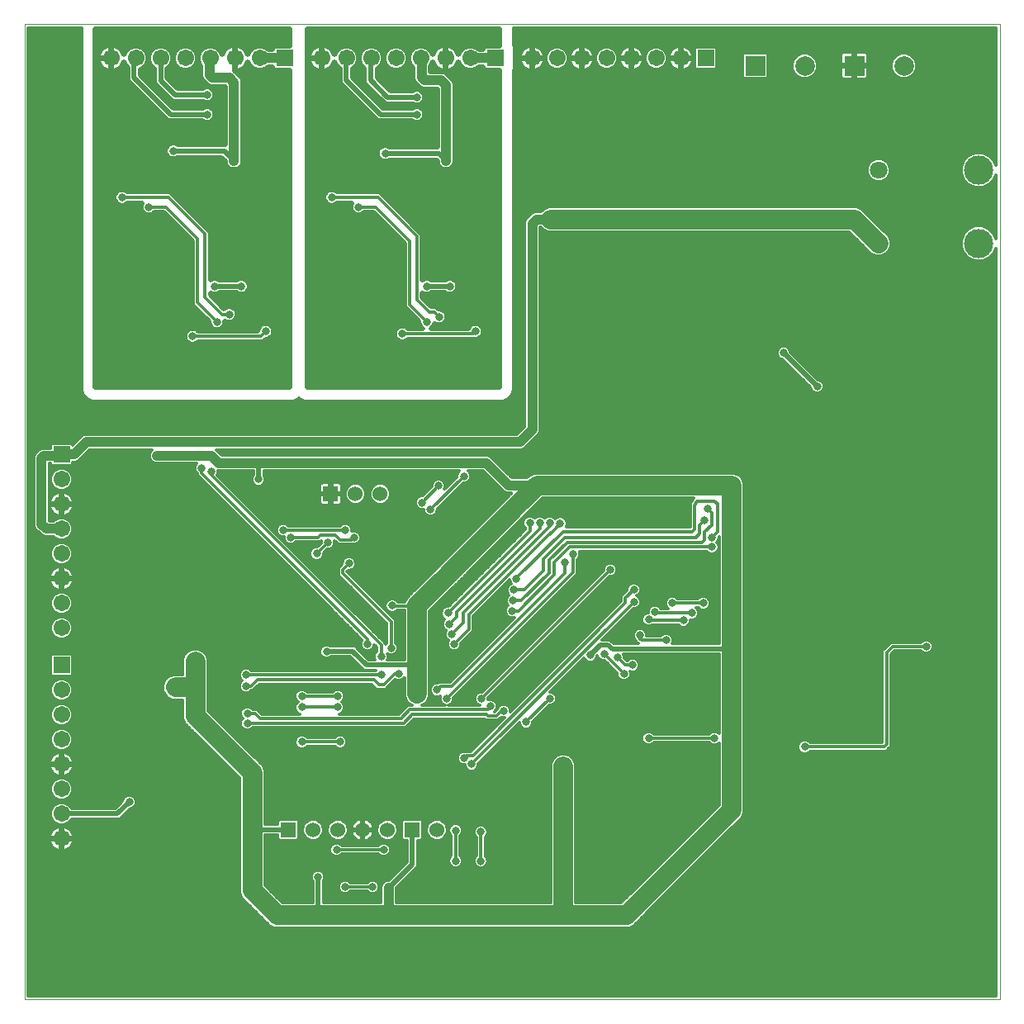
<source format=gbl>
G75*
%MOIN*%
%OFA0B0*%
%FSLAX25Y25*%
%IPPOS*%
%LPD*%
%AMOC8*
5,1,8,0,0,1.08239X$1,22.5*
%
%ADD10C,0.00000*%
%ADD11R,0.06750X0.06750*%
%ADD12C,0.06750*%
%ADD13R,0.07874X0.07874*%
%ADD14C,0.07874*%
%ADD15R,0.06000X0.06000*%
%ADD16C,0.06000*%
%ADD17C,0.07087*%
%ADD18C,0.11811*%
%ADD19R,0.21654X0.21654*%
%ADD20C,0.01181*%
%ADD21C,0.03169*%
%ADD22C,0.07874*%
%ADD23C,0.03937*%
%ADD24C,0.01969*%
D10*
X0000000Y0000000D02*
X0000000Y0393701D01*
X0393701Y0393701D01*
X0393701Y0000000D01*
X0000000Y0000000D01*
D11*
X0015000Y0135000D03*
X0015000Y0220000D03*
X0105000Y0380000D03*
X0190000Y0380000D03*
X0275000Y0380000D03*
D12*
X0265000Y0380000D03*
X0255000Y0380000D03*
X0245000Y0380000D03*
X0235000Y0380000D03*
X0225000Y0380000D03*
X0215000Y0380000D03*
X0205000Y0380000D03*
X0180000Y0380000D03*
X0170000Y0380000D03*
X0160000Y0380000D03*
X0150000Y0380000D03*
X0140000Y0380000D03*
X0130000Y0380000D03*
X0120000Y0380000D03*
X0095000Y0380000D03*
X0085000Y0380000D03*
X0075000Y0380000D03*
X0065000Y0380000D03*
X0055000Y0380000D03*
X0045000Y0380000D03*
X0035000Y0380000D03*
X0015000Y0210000D03*
X0015000Y0200000D03*
X0015000Y0190000D03*
X0015000Y0180000D03*
X0015000Y0170000D03*
X0015000Y0160000D03*
X0015000Y0150000D03*
X0015000Y0125000D03*
X0015000Y0115000D03*
X0015000Y0105000D03*
X0015000Y0095000D03*
X0015000Y0085000D03*
X0015000Y0075000D03*
X0015000Y0065000D03*
D13*
X0295000Y0376969D03*
X0335000Y0376969D03*
D14*
X0315000Y0376969D03*
X0355000Y0376969D03*
D15*
X0123622Y0204134D03*
X0106500Y0068500D03*
X0156500Y0068500D03*
D16*
X0146500Y0068500D03*
X0136500Y0068500D03*
X0126500Y0068500D03*
X0116500Y0068500D03*
X0166500Y0068500D03*
X0143622Y0204134D03*
X0133622Y0204134D03*
D17*
X0344724Y0305236D03*
X0344724Y0334764D03*
D18*
X0385276Y0334764D03*
X0385276Y0305236D03*
D19*
X0381850Y0381850D03*
X0236220Y0236220D03*
X0381850Y0011850D03*
X0011850Y0011850D03*
X0011850Y0381850D03*
D20*
X0001591Y0382195D02*
X0023031Y0382195D01*
X0023031Y0383374D02*
X0001591Y0383374D01*
X0001591Y0384554D02*
X0023031Y0384554D01*
X0023031Y0385734D02*
X0001591Y0385734D01*
X0001591Y0386913D02*
X0023031Y0386913D01*
X0023031Y0388093D02*
X0001591Y0388093D01*
X0001591Y0389273D02*
X0023031Y0389273D01*
X0023031Y0390452D02*
X0001591Y0390452D01*
X0001591Y0391632D02*
X0023031Y0391632D01*
X0023031Y0392110D02*
X0023031Y0245951D01*
X0023871Y0243925D01*
X0025421Y0242375D01*
X0027447Y0241535D01*
X0108380Y0241535D01*
X0110406Y0242375D01*
X0110728Y0242697D01*
X0111051Y0242375D01*
X0113077Y0241535D01*
X0115270Y0241535D01*
X0193026Y0241535D01*
X0195051Y0242375D01*
X0196602Y0243925D01*
X0197441Y0245951D01*
X0197441Y0374610D01*
X0197903Y0375724D01*
X0197903Y0384276D01*
X0197441Y0385390D01*
X0197441Y0392110D01*
X0392110Y0392110D01*
X0392110Y0336806D01*
X0391291Y0338783D01*
X0389295Y0340780D01*
X0386687Y0341860D01*
X0383864Y0341860D01*
X0381256Y0340780D01*
X0379260Y0338783D01*
X0378180Y0336175D01*
X0378180Y0333352D01*
X0379260Y0330744D01*
X0381256Y0328748D01*
X0383864Y0327668D01*
X0386687Y0327668D01*
X0389295Y0328748D01*
X0391291Y0330744D01*
X0392110Y0332721D01*
X0392110Y0307279D01*
X0391291Y0309256D01*
X0389295Y0311252D01*
X0386687Y0312332D01*
X0383864Y0312332D01*
X0381256Y0311252D01*
X0379260Y0309256D01*
X0378180Y0306648D01*
X0378180Y0303825D01*
X0379260Y0301217D01*
X0381256Y0299220D01*
X0383864Y0298140D01*
X0386687Y0298140D01*
X0389295Y0299220D01*
X0391291Y0301217D01*
X0392110Y0303194D01*
X0392110Y0001591D01*
X0001591Y0001591D01*
X0001591Y0392110D01*
X0023031Y0392110D01*
X0023031Y0381015D02*
X0001591Y0381015D01*
X0001591Y0379836D02*
X0023031Y0379836D01*
X0023031Y0378656D02*
X0001591Y0378656D01*
X0001591Y0377476D02*
X0023031Y0377476D01*
X0023031Y0376297D02*
X0001591Y0376297D01*
X0001591Y0375117D02*
X0023031Y0375117D01*
X0023031Y0373938D02*
X0001591Y0373938D01*
X0001591Y0372758D02*
X0023031Y0372758D01*
X0023031Y0371578D02*
X0001591Y0371578D01*
X0001591Y0370399D02*
X0023031Y0370399D01*
X0023031Y0369219D02*
X0001591Y0369219D01*
X0001591Y0368039D02*
X0023031Y0368039D01*
X0023031Y0366860D02*
X0001591Y0366860D01*
X0001591Y0365680D02*
X0023031Y0365680D01*
X0023031Y0364501D02*
X0001591Y0364501D01*
X0001591Y0363321D02*
X0023031Y0363321D01*
X0023031Y0362141D02*
X0001591Y0362141D01*
X0001591Y0360962D02*
X0023031Y0360962D01*
X0023031Y0359782D02*
X0001591Y0359782D01*
X0001591Y0358603D02*
X0023031Y0358603D01*
X0023031Y0357423D02*
X0001591Y0357423D01*
X0001591Y0356243D02*
X0023031Y0356243D01*
X0023031Y0355064D02*
X0001591Y0355064D01*
X0001591Y0353884D02*
X0023031Y0353884D01*
X0023031Y0352704D02*
X0001591Y0352704D01*
X0001591Y0351525D02*
X0023031Y0351525D01*
X0023031Y0350345D02*
X0001591Y0350345D01*
X0001591Y0349166D02*
X0023031Y0349166D01*
X0023031Y0347986D02*
X0001591Y0347986D01*
X0001591Y0346806D02*
X0023031Y0346806D01*
X0023031Y0345627D02*
X0001591Y0345627D01*
X0001591Y0344447D02*
X0023031Y0344447D01*
X0023031Y0343268D02*
X0001591Y0343268D01*
X0001591Y0342088D02*
X0023031Y0342088D01*
X0023031Y0340908D02*
X0001591Y0340908D01*
X0001591Y0339729D02*
X0023031Y0339729D01*
X0023031Y0338549D02*
X0001591Y0338549D01*
X0001591Y0337370D02*
X0023031Y0337370D01*
X0023031Y0336190D02*
X0001591Y0336190D01*
X0001591Y0335010D02*
X0023031Y0335010D01*
X0023031Y0333831D02*
X0001591Y0333831D01*
X0001591Y0332651D02*
X0023031Y0332651D01*
X0023031Y0331471D02*
X0001591Y0331471D01*
X0001591Y0330292D02*
X0023031Y0330292D01*
X0023031Y0329112D02*
X0001591Y0329112D01*
X0001591Y0327933D02*
X0023031Y0327933D01*
X0023031Y0326753D02*
X0001591Y0326753D01*
X0001591Y0325573D02*
X0023031Y0325573D01*
X0023031Y0324394D02*
X0001591Y0324394D01*
X0001591Y0323214D02*
X0023031Y0323214D01*
X0023031Y0322035D02*
X0001591Y0322035D01*
X0001591Y0320855D02*
X0023031Y0320855D01*
X0023031Y0319675D02*
X0001591Y0319675D01*
X0001591Y0318496D02*
X0023031Y0318496D01*
X0023031Y0317316D02*
X0001591Y0317316D01*
X0001591Y0316136D02*
X0023031Y0316136D01*
X0023031Y0314957D02*
X0001591Y0314957D01*
X0001591Y0313777D02*
X0023031Y0313777D01*
X0023031Y0312598D02*
X0001591Y0312598D01*
X0001591Y0311418D02*
X0023031Y0311418D01*
X0023031Y0310238D02*
X0001591Y0310238D01*
X0001591Y0309059D02*
X0023031Y0309059D01*
X0023031Y0307879D02*
X0001591Y0307879D01*
X0001591Y0306700D02*
X0023031Y0306700D01*
X0023031Y0305520D02*
X0001591Y0305520D01*
X0001591Y0304340D02*
X0023031Y0304340D01*
X0023031Y0303161D02*
X0001591Y0303161D01*
X0001591Y0301981D02*
X0023031Y0301981D01*
X0023031Y0300801D02*
X0001591Y0300801D01*
X0001591Y0299622D02*
X0023031Y0299622D01*
X0023031Y0298442D02*
X0001591Y0298442D01*
X0001591Y0297263D02*
X0023031Y0297263D01*
X0023031Y0296083D02*
X0001591Y0296083D01*
X0001591Y0294903D02*
X0023031Y0294903D01*
X0023031Y0293724D02*
X0001591Y0293724D01*
X0001591Y0292544D02*
X0023031Y0292544D01*
X0023031Y0291365D02*
X0001591Y0291365D01*
X0001591Y0290185D02*
X0023031Y0290185D01*
X0023031Y0289005D02*
X0001591Y0289005D01*
X0001591Y0287826D02*
X0023031Y0287826D01*
X0023031Y0286646D02*
X0001591Y0286646D01*
X0001591Y0285467D02*
X0023031Y0285467D01*
X0023031Y0284287D02*
X0001591Y0284287D01*
X0001591Y0283107D02*
X0023031Y0283107D01*
X0023031Y0281928D02*
X0001591Y0281928D01*
X0001591Y0280748D02*
X0023031Y0280748D01*
X0023031Y0279568D02*
X0001591Y0279568D01*
X0001591Y0278389D02*
X0023031Y0278389D01*
X0023031Y0277209D02*
X0001591Y0277209D01*
X0001591Y0276030D02*
X0023031Y0276030D01*
X0023031Y0274850D02*
X0001591Y0274850D01*
X0001591Y0273670D02*
X0023031Y0273670D01*
X0023031Y0272491D02*
X0001591Y0272491D01*
X0001591Y0271311D02*
X0023031Y0271311D01*
X0023031Y0270132D02*
X0001591Y0270132D01*
X0001591Y0268952D02*
X0023031Y0268952D01*
X0023031Y0267772D02*
X0001591Y0267772D01*
X0001591Y0266593D02*
X0023031Y0266593D01*
X0023031Y0265413D02*
X0001591Y0265413D01*
X0001591Y0264233D02*
X0023031Y0264233D01*
X0023031Y0263054D02*
X0001591Y0263054D01*
X0001591Y0261874D02*
X0023031Y0261874D01*
X0023031Y0260695D02*
X0001591Y0260695D01*
X0001591Y0259515D02*
X0023031Y0259515D01*
X0023031Y0258335D02*
X0001591Y0258335D01*
X0001591Y0257156D02*
X0023031Y0257156D01*
X0023031Y0255976D02*
X0001591Y0255976D01*
X0001591Y0254797D02*
X0023031Y0254797D01*
X0023031Y0253617D02*
X0001591Y0253617D01*
X0001591Y0252437D02*
X0023031Y0252437D01*
X0023031Y0251258D02*
X0001591Y0251258D01*
X0001591Y0250078D02*
X0023031Y0250078D01*
X0023031Y0248898D02*
X0001591Y0248898D01*
X0001591Y0247719D02*
X0023031Y0247719D01*
X0023031Y0246539D02*
X0001591Y0246539D01*
X0001591Y0245360D02*
X0023276Y0245360D01*
X0023765Y0244180D02*
X0001591Y0244180D01*
X0001591Y0243000D02*
X0024795Y0243000D01*
X0026758Y0241821D02*
X0001591Y0241821D01*
X0001591Y0240641D02*
X0201841Y0240641D01*
X0201841Y0239462D02*
X0001591Y0239462D01*
X0001591Y0238282D02*
X0201841Y0238282D01*
X0201841Y0237102D02*
X0001591Y0237102D01*
X0001591Y0235923D02*
X0201841Y0235923D01*
X0201841Y0234743D02*
X0001591Y0234743D01*
X0001591Y0233564D02*
X0201841Y0233564D01*
X0201841Y0232384D02*
X0001591Y0232384D01*
X0001591Y0231204D02*
X0201737Y0231204D01*
X0201841Y0231309D02*
X0198691Y0228159D01*
X0024372Y0228159D01*
X0023211Y0227678D01*
X0022322Y0226789D01*
X0019483Y0223951D01*
X0018868Y0224566D01*
X0011132Y0224566D01*
X0010434Y0223868D01*
X0010434Y0222647D01*
X0007246Y0222647D01*
X0006085Y0222166D01*
X0005196Y0221278D01*
X0004212Y0220293D01*
X0003731Y0219132D01*
X0003731Y0191301D01*
X0004212Y0190140D01*
X0005100Y0189251D01*
X0007029Y0187322D01*
X0008191Y0186841D01*
X0011702Y0186841D01*
X0012414Y0186130D01*
X0014092Y0185434D01*
X0015908Y0185434D01*
X0017586Y0186130D01*
X0018870Y0187414D01*
X0019566Y0189092D01*
X0019566Y0190908D01*
X0018870Y0192586D01*
X0017586Y0193870D01*
X0015908Y0194566D01*
X0014092Y0194566D01*
X0012414Y0193870D01*
X0011702Y0193159D01*
X0010127Y0193159D01*
X0010049Y0193238D01*
X0010049Y0216329D01*
X0010434Y0216329D01*
X0010434Y0216132D01*
X0011132Y0215434D01*
X0018868Y0215434D01*
X0019566Y0216132D01*
X0019566Y0216841D01*
X0020628Y0216841D01*
X0021789Y0217322D01*
X0026309Y0221841D01*
X0051373Y0221841D01*
X0050822Y0221289D01*
X0050341Y0220128D01*
X0050341Y0218872D01*
X0050822Y0217711D01*
X0051711Y0216822D01*
X0052872Y0216341D01*
X0069417Y0216341D01*
X0069148Y0216072D01*
X0068725Y0215052D01*
X0068725Y0213948D01*
X0069148Y0212928D01*
X0069719Y0212357D01*
X0069719Y0211762D01*
X0070762Y0210719D01*
X0136279Y0145203D01*
X0136148Y0145072D01*
X0135725Y0144052D01*
X0135725Y0142948D01*
X0136148Y0141928D01*
X0136928Y0141148D01*
X0137948Y0140725D01*
X0139052Y0140725D01*
X0140072Y0141148D01*
X0140852Y0141928D01*
X0141275Y0142948D01*
X0141275Y0143206D01*
X0142219Y0142262D01*
X0142219Y0140643D01*
X0141648Y0140072D01*
X0141225Y0139052D01*
X0141225Y0137948D01*
X0141545Y0137175D01*
X0138901Y0137175D01*
X0133401Y0142675D01*
X0123749Y0142675D01*
X0123572Y0142852D01*
X0122552Y0143275D01*
X0121448Y0143275D01*
X0120428Y0142852D01*
X0119648Y0142072D01*
X0119225Y0141052D01*
X0119225Y0139948D01*
X0119648Y0138928D01*
X0120428Y0138148D01*
X0121448Y0137725D01*
X0122552Y0137725D01*
X0123572Y0138148D01*
X0123749Y0138325D01*
X0131599Y0138325D01*
X0135825Y0134099D01*
X0137099Y0132825D01*
X0141901Y0132825D01*
X0141857Y0132781D01*
X0091643Y0132781D01*
X0091072Y0133352D01*
X0090052Y0133775D01*
X0088948Y0133775D01*
X0087928Y0133352D01*
X0087148Y0132572D01*
X0086725Y0131552D01*
X0086725Y0130448D01*
X0087148Y0129428D01*
X0087826Y0128750D01*
X0087148Y0128072D01*
X0086725Y0127052D01*
X0086725Y0125948D01*
X0087148Y0124928D01*
X0087928Y0124148D01*
X0088948Y0123725D01*
X0090052Y0123725D01*
X0091072Y0124148D01*
X0091643Y0124719D01*
X0092238Y0124719D01*
X0094738Y0127219D01*
X0140262Y0127219D01*
X0141219Y0126262D01*
X0142262Y0125219D01*
X0145738Y0125219D01*
X0149597Y0129078D01*
X0150448Y0128725D01*
X0151552Y0128725D01*
X0152572Y0129148D01*
X0153352Y0129928D01*
X0153372Y0129977D01*
X0153372Y0122480D01*
X0154153Y0120595D01*
X0155595Y0119153D01*
X0156494Y0118781D01*
X0154762Y0118781D01*
X0151262Y0115281D01*
X0127187Y0115281D01*
X0128072Y0115648D01*
X0128852Y0116428D01*
X0129275Y0117448D01*
X0129275Y0118552D01*
X0128852Y0119572D01*
X0128174Y0120250D01*
X0128852Y0120928D01*
X0129275Y0121948D01*
X0129275Y0123052D01*
X0128852Y0124072D01*
X0128072Y0124852D01*
X0127052Y0125275D01*
X0125948Y0125275D01*
X0124928Y0124852D01*
X0124357Y0124281D01*
X0114143Y0124281D01*
X0113572Y0124852D01*
X0112552Y0125275D01*
X0111448Y0125275D01*
X0110428Y0124852D01*
X0109648Y0124072D01*
X0109225Y0123052D01*
X0109225Y0121948D01*
X0109648Y0120928D01*
X0110326Y0120250D01*
X0109648Y0119572D01*
X0109225Y0118552D01*
X0109225Y0117448D01*
X0109648Y0116428D01*
X0110428Y0115648D01*
X0111313Y0115281D01*
X0095738Y0115281D01*
X0094781Y0116238D01*
X0093738Y0117281D01*
X0092143Y0117281D01*
X0091572Y0117852D01*
X0090552Y0118275D01*
X0089448Y0118275D01*
X0088428Y0117852D01*
X0087648Y0117072D01*
X0087225Y0116052D01*
X0087225Y0114948D01*
X0087648Y0113928D01*
X0088076Y0113500D01*
X0087648Y0113072D01*
X0087225Y0112052D01*
X0087225Y0110948D01*
X0087648Y0109928D01*
X0088428Y0109148D01*
X0089448Y0108725D01*
X0090552Y0108725D01*
X0091572Y0109148D01*
X0092143Y0109719D01*
X0153738Y0109719D01*
X0154781Y0110762D01*
X0154781Y0110762D01*
X0157238Y0113219D01*
X0185762Y0113219D01*
X0186262Y0112719D01*
X0191238Y0112719D01*
X0192450Y0113931D01*
X0192948Y0113725D01*
X0193706Y0113725D01*
X0180262Y0100281D01*
X0177762Y0100281D01*
X0177756Y0100275D01*
X0176948Y0100275D01*
X0175928Y0099852D01*
X0175148Y0099072D01*
X0174725Y0098052D01*
X0174725Y0096948D01*
X0175148Y0095928D01*
X0175928Y0095148D01*
X0176948Y0094725D01*
X0177725Y0094725D01*
X0177725Y0094448D01*
X0178148Y0093428D01*
X0178928Y0092648D01*
X0179948Y0092225D01*
X0181052Y0092225D01*
X0182072Y0092648D01*
X0182852Y0093428D01*
X0183275Y0094448D01*
X0183275Y0095256D01*
X0199725Y0111706D01*
X0199725Y0111448D01*
X0200148Y0110428D01*
X0200928Y0109648D01*
X0201948Y0109225D01*
X0203052Y0109225D01*
X0204072Y0109648D01*
X0204852Y0110428D01*
X0205275Y0111448D01*
X0205275Y0112256D01*
X0211744Y0118725D01*
X0212552Y0118725D01*
X0213572Y0119148D01*
X0214352Y0119928D01*
X0214775Y0120948D01*
X0214775Y0122052D01*
X0214352Y0123072D01*
X0213572Y0123852D01*
X0212552Y0124275D01*
X0212294Y0124275D01*
X0225942Y0137924D01*
X0226148Y0137428D01*
X0226928Y0136648D01*
X0227948Y0136225D01*
X0229052Y0136225D01*
X0230072Y0136648D01*
X0230852Y0137428D01*
X0231275Y0138448D01*
X0231275Y0138699D01*
X0231313Y0138737D01*
X0231648Y0137928D01*
X0232428Y0137148D01*
X0233448Y0136725D01*
X0234256Y0136725D01*
X0239225Y0131756D01*
X0239225Y0130948D01*
X0239648Y0129928D01*
X0240428Y0129148D01*
X0241448Y0128725D01*
X0242552Y0128725D01*
X0243572Y0129148D01*
X0244352Y0129928D01*
X0244775Y0130948D01*
X0244775Y0132052D01*
X0244652Y0132348D01*
X0244948Y0132225D01*
X0246052Y0132225D01*
X0247072Y0132648D01*
X0247852Y0133428D01*
X0248275Y0134448D01*
X0248275Y0135552D01*
X0247852Y0136572D01*
X0247072Y0137352D01*
X0246052Y0137775D01*
X0244948Y0137775D01*
X0243928Y0137352D01*
X0243357Y0136781D01*
X0243238Y0136781D01*
X0242275Y0137744D01*
X0242275Y0138552D01*
X0241954Y0139325D01*
X0280372Y0139325D01*
X0280372Y0107552D01*
X0280072Y0107852D01*
X0279052Y0108275D01*
X0277948Y0108275D01*
X0276928Y0107852D01*
X0276357Y0107281D01*
X0254143Y0107281D01*
X0253572Y0107852D01*
X0252552Y0108275D01*
X0251448Y0108275D01*
X0250428Y0107852D01*
X0249648Y0107072D01*
X0249225Y0106052D01*
X0249225Y0104948D01*
X0249648Y0103928D01*
X0250428Y0103148D01*
X0251448Y0102725D01*
X0252552Y0102725D01*
X0253572Y0103148D01*
X0254143Y0103719D01*
X0276357Y0103719D01*
X0276928Y0103148D01*
X0277948Y0102725D01*
X0279052Y0102725D01*
X0280072Y0103148D01*
X0280372Y0103448D01*
X0280372Y0078624D01*
X0260345Y0058597D01*
X0240876Y0039128D01*
X0222628Y0039128D01*
X0222628Y0095020D01*
X0221847Y0096905D01*
X0220405Y0098347D01*
X0218520Y0099128D01*
X0216480Y0099128D01*
X0214595Y0098347D01*
X0213153Y0096905D01*
X0212372Y0095020D01*
X0212372Y0039128D01*
X0150159Y0039128D01*
X0150159Y0045083D01*
X0157401Y0052325D01*
X0158675Y0053599D01*
X0158675Y0064309D01*
X0159993Y0064309D01*
X0160691Y0065007D01*
X0160691Y0071993D01*
X0159993Y0072691D01*
X0153007Y0072691D01*
X0152309Y0071993D01*
X0152309Y0065007D01*
X0153007Y0064309D01*
X0154325Y0064309D01*
X0154325Y0055401D01*
X0147083Y0048159D01*
X0146372Y0048159D01*
X0145211Y0047678D01*
X0144322Y0046789D01*
X0143841Y0045628D01*
X0143841Y0039128D01*
X0120675Y0039128D01*
X0120675Y0047751D01*
X0120852Y0047928D01*
X0121275Y0048948D01*
X0121275Y0050052D01*
X0120852Y0051072D01*
X0120072Y0051852D01*
X0119052Y0052275D01*
X0117948Y0052275D01*
X0116928Y0051852D01*
X0116148Y0051072D01*
X0115725Y0050052D01*
X0115725Y0048948D01*
X0116148Y0047928D01*
X0116325Y0047751D01*
X0116325Y0039128D01*
X0104124Y0039128D01*
X0097128Y0046124D01*
X0097128Y0066325D01*
X0102309Y0066325D01*
X0102309Y0065007D01*
X0103007Y0064309D01*
X0109993Y0064309D01*
X0110691Y0065007D01*
X0110691Y0071993D01*
X0109993Y0072691D01*
X0103007Y0072691D01*
X0102309Y0071993D01*
X0102309Y0070675D01*
X0097128Y0070675D01*
X0097128Y0092520D01*
X0096347Y0094405D01*
X0074128Y0116624D01*
X0074128Y0137520D01*
X0073347Y0139405D01*
X0071905Y0140847D01*
X0070020Y0141628D01*
X0067980Y0141628D01*
X0066095Y0140847D01*
X0064653Y0139405D01*
X0063872Y0137520D01*
X0063872Y0131128D01*
X0059980Y0131128D01*
X0058095Y0130347D01*
X0056653Y0128905D01*
X0055872Y0127020D01*
X0055872Y0124980D01*
X0056653Y0123095D01*
X0058095Y0121653D01*
X0059980Y0120872D01*
X0063872Y0120872D01*
X0063872Y0113480D01*
X0064653Y0111595D01*
X0086872Y0089376D01*
X0086872Y0042980D01*
X0087653Y0041095D01*
X0089095Y0039653D01*
X0098095Y0030653D01*
X0099095Y0029653D01*
X0100980Y0028872D01*
X0244020Y0028872D01*
X0245905Y0029653D01*
X0247347Y0031095D01*
X0267597Y0051345D01*
X0289847Y0073595D01*
X0290628Y0075480D01*
X0290628Y0208520D01*
X0289847Y0210405D01*
X0288405Y0211847D01*
X0286520Y0212628D01*
X0205980Y0212628D01*
X0204095Y0211847D01*
X0202908Y0210659D01*
X0196809Y0210659D01*
X0189178Y0218289D01*
X0188289Y0219178D01*
X0187128Y0219659D01*
X0079809Y0219659D01*
X0078178Y0221289D01*
X0077627Y0221841D01*
X0200628Y0221841D01*
X0201789Y0222322D01*
X0206789Y0227322D01*
X0207678Y0228211D01*
X0208159Y0229372D01*
X0208159Y0311802D01*
X0208506Y0311802D01*
X0209694Y0310614D01*
X0211578Y0309833D01*
X0332876Y0309833D01*
X0341820Y0300889D01*
X0343704Y0300109D01*
X0345744Y0300109D01*
X0347629Y0300889D01*
X0349071Y0302332D01*
X0349852Y0304216D01*
X0349852Y0306256D01*
X0349071Y0308141D01*
X0337905Y0319308D01*
X0336020Y0320088D01*
X0211578Y0320088D01*
X0209694Y0319308D01*
X0208506Y0318120D01*
X0206065Y0318120D01*
X0204903Y0317639D01*
X0204015Y0316750D01*
X0202322Y0315057D01*
X0201841Y0313896D01*
X0201841Y0231309D01*
X0200557Y0230025D02*
X0001591Y0230025D01*
X0001591Y0228845D02*
X0199377Y0228845D01*
X0204774Y0225306D02*
X0392110Y0225306D01*
X0392110Y0224127D02*
X0203594Y0224127D01*
X0202415Y0222947D02*
X0392110Y0222947D01*
X0392110Y0221767D02*
X0077700Y0221767D01*
X0078880Y0220588D02*
X0392110Y0220588D01*
X0392110Y0219408D02*
X0187734Y0219408D01*
X0189239Y0218229D02*
X0392110Y0218229D01*
X0392110Y0217049D02*
X0190419Y0217049D01*
X0191598Y0215869D02*
X0392110Y0215869D01*
X0392110Y0214690D02*
X0192778Y0214690D01*
X0193957Y0213510D02*
X0392110Y0213510D01*
X0392110Y0212330D02*
X0287237Y0212330D01*
X0289101Y0211151D02*
X0392110Y0211151D01*
X0392110Y0209971D02*
X0290026Y0209971D01*
X0290515Y0208792D02*
X0392110Y0208792D01*
X0392110Y0207612D02*
X0290628Y0207612D01*
X0290628Y0206432D02*
X0392110Y0206432D01*
X0392110Y0205253D02*
X0290628Y0205253D01*
X0290628Y0204073D02*
X0392110Y0204073D01*
X0392110Y0202894D02*
X0290628Y0202894D01*
X0290628Y0201714D02*
X0392110Y0201714D01*
X0392110Y0200534D02*
X0290628Y0200534D01*
X0290628Y0199355D02*
X0392110Y0199355D01*
X0392110Y0198175D02*
X0290628Y0198175D01*
X0290628Y0196995D02*
X0392110Y0196995D01*
X0392110Y0195816D02*
X0290628Y0195816D01*
X0290628Y0194636D02*
X0392110Y0194636D01*
X0392110Y0193457D02*
X0290628Y0193457D01*
X0290628Y0192277D02*
X0392110Y0192277D01*
X0392110Y0191097D02*
X0290628Y0191097D01*
X0290628Y0189918D02*
X0392110Y0189918D01*
X0392110Y0188738D02*
X0290628Y0188738D01*
X0290628Y0187559D02*
X0392110Y0187559D01*
X0392110Y0186379D02*
X0290628Y0186379D01*
X0290628Y0185199D02*
X0392110Y0185199D01*
X0392110Y0184020D02*
X0290628Y0184020D01*
X0290628Y0182840D02*
X0392110Y0182840D01*
X0392110Y0181661D02*
X0290628Y0181661D01*
X0290628Y0180481D02*
X0392110Y0180481D01*
X0392110Y0179301D02*
X0290628Y0179301D01*
X0290628Y0178122D02*
X0392110Y0178122D01*
X0392110Y0176942D02*
X0290628Y0176942D01*
X0290628Y0175762D02*
X0392110Y0175762D01*
X0392110Y0174583D02*
X0290628Y0174583D01*
X0290628Y0173403D02*
X0392110Y0173403D01*
X0392110Y0172224D02*
X0290628Y0172224D01*
X0290628Y0171044D02*
X0392110Y0171044D01*
X0392110Y0169864D02*
X0290628Y0169864D01*
X0290628Y0168685D02*
X0392110Y0168685D01*
X0392110Y0167505D02*
X0290628Y0167505D01*
X0290628Y0166326D02*
X0392110Y0166326D01*
X0392110Y0165146D02*
X0290628Y0165146D01*
X0290628Y0163966D02*
X0392110Y0163966D01*
X0392110Y0162787D02*
X0290628Y0162787D01*
X0290628Y0161607D02*
X0392110Y0161607D01*
X0392110Y0160427D02*
X0290628Y0160427D01*
X0290628Y0159248D02*
X0392110Y0159248D01*
X0392110Y0158068D02*
X0290628Y0158068D01*
X0290628Y0156889D02*
X0392110Y0156889D01*
X0392110Y0155709D02*
X0290628Y0155709D01*
X0290628Y0154529D02*
X0392110Y0154529D01*
X0392110Y0153350D02*
X0290628Y0153350D01*
X0290628Y0152170D02*
X0392110Y0152170D01*
X0392110Y0150991D02*
X0290628Y0150991D01*
X0290628Y0149811D02*
X0392110Y0149811D01*
X0392110Y0148631D02*
X0290628Y0148631D01*
X0290628Y0147452D02*
X0392110Y0147452D01*
X0392110Y0146272D02*
X0290628Y0146272D01*
X0290628Y0145092D02*
X0363008Y0145092D01*
X0363448Y0145275D02*
X0362428Y0144852D01*
X0361857Y0144281D01*
X0349762Y0144281D01*
X0348719Y0143238D01*
X0346219Y0140738D01*
X0346219Y0103781D01*
X0317143Y0103781D01*
X0316572Y0104352D01*
X0315552Y0104775D01*
X0314448Y0104775D01*
X0313428Y0104352D01*
X0312648Y0103572D01*
X0312225Y0102552D01*
X0312225Y0101448D01*
X0312648Y0100428D01*
X0313428Y0099648D01*
X0314448Y0099225D01*
X0315552Y0099225D01*
X0316572Y0099648D01*
X0317143Y0100219D01*
X0347738Y0100219D01*
X0348738Y0101219D01*
X0349781Y0102262D01*
X0349781Y0139262D01*
X0351238Y0140719D01*
X0361857Y0140719D01*
X0362428Y0140148D01*
X0363448Y0139725D01*
X0364552Y0139725D01*
X0365572Y0140148D01*
X0366352Y0140928D01*
X0366775Y0141948D01*
X0366775Y0143052D01*
X0366352Y0144072D01*
X0365572Y0144852D01*
X0364552Y0145275D01*
X0363448Y0145275D01*
X0364992Y0145092D02*
X0392110Y0145092D01*
X0392110Y0143913D02*
X0366418Y0143913D01*
X0366775Y0142733D02*
X0392110Y0142733D01*
X0392110Y0141554D02*
X0366611Y0141554D01*
X0365798Y0140374D02*
X0392110Y0140374D01*
X0392110Y0139194D02*
X0349781Y0139194D01*
X0349781Y0138015D02*
X0392110Y0138015D01*
X0392110Y0136835D02*
X0349781Y0136835D01*
X0349781Y0135656D02*
X0392110Y0135656D01*
X0392110Y0134476D02*
X0349781Y0134476D01*
X0349781Y0133296D02*
X0392110Y0133296D01*
X0392110Y0132117D02*
X0349781Y0132117D01*
X0349781Y0130937D02*
X0392110Y0130937D01*
X0392110Y0129758D02*
X0349781Y0129758D01*
X0349781Y0128578D02*
X0392110Y0128578D01*
X0392110Y0127398D02*
X0349781Y0127398D01*
X0349781Y0126219D02*
X0392110Y0126219D01*
X0392110Y0125039D02*
X0349781Y0125039D01*
X0349781Y0123859D02*
X0392110Y0123859D01*
X0392110Y0122680D02*
X0349781Y0122680D01*
X0349781Y0121500D02*
X0392110Y0121500D01*
X0392110Y0120321D02*
X0349781Y0120321D01*
X0349781Y0119141D02*
X0392110Y0119141D01*
X0392110Y0117961D02*
X0349781Y0117961D01*
X0349781Y0116782D02*
X0392110Y0116782D01*
X0392110Y0115602D02*
X0349781Y0115602D01*
X0349781Y0114423D02*
X0392110Y0114423D01*
X0392110Y0113243D02*
X0349781Y0113243D01*
X0349781Y0112063D02*
X0392110Y0112063D01*
X0392110Y0110884D02*
X0349781Y0110884D01*
X0349781Y0109704D02*
X0392110Y0109704D01*
X0392110Y0108524D02*
X0349781Y0108524D01*
X0349781Y0107345D02*
X0392110Y0107345D01*
X0392110Y0106165D02*
X0349781Y0106165D01*
X0349781Y0104986D02*
X0392110Y0104986D01*
X0392110Y0103806D02*
X0349781Y0103806D01*
X0349781Y0102626D02*
X0392110Y0102626D01*
X0392110Y0101447D02*
X0348966Y0101447D01*
X0347786Y0100267D02*
X0392110Y0100267D01*
X0392110Y0099088D02*
X0290628Y0099088D01*
X0290628Y0100267D02*
X0312809Y0100267D01*
X0312226Y0101447D02*
X0290628Y0101447D01*
X0290628Y0102626D02*
X0312256Y0102626D01*
X0312882Y0103806D02*
X0290628Y0103806D01*
X0290628Y0104986D02*
X0346219Y0104986D01*
X0346219Y0106165D02*
X0290628Y0106165D01*
X0290628Y0107345D02*
X0346219Y0107345D01*
X0346219Y0108524D02*
X0290628Y0108524D01*
X0290628Y0109704D02*
X0346219Y0109704D01*
X0346219Y0110884D02*
X0290628Y0110884D01*
X0290628Y0112063D02*
X0346219Y0112063D01*
X0346219Y0113243D02*
X0290628Y0113243D01*
X0290628Y0114423D02*
X0346219Y0114423D01*
X0346219Y0115602D02*
X0290628Y0115602D01*
X0290628Y0116782D02*
X0346219Y0116782D01*
X0346219Y0117961D02*
X0290628Y0117961D01*
X0290628Y0119141D02*
X0346219Y0119141D01*
X0346219Y0120321D02*
X0290628Y0120321D01*
X0290628Y0121500D02*
X0346219Y0121500D01*
X0346219Y0122680D02*
X0290628Y0122680D01*
X0290628Y0123859D02*
X0346219Y0123859D01*
X0346219Y0125039D02*
X0290628Y0125039D01*
X0290628Y0126219D02*
X0346219Y0126219D01*
X0346219Y0127398D02*
X0290628Y0127398D01*
X0290628Y0128578D02*
X0346219Y0128578D01*
X0346219Y0129758D02*
X0290628Y0129758D01*
X0290628Y0130937D02*
X0346219Y0130937D01*
X0346219Y0132117D02*
X0290628Y0132117D01*
X0290628Y0133296D02*
X0346219Y0133296D01*
X0346219Y0134476D02*
X0290628Y0134476D01*
X0290628Y0135656D02*
X0346219Y0135656D01*
X0346219Y0136835D02*
X0290628Y0136835D01*
X0290628Y0138015D02*
X0346219Y0138015D01*
X0346219Y0139194D02*
X0290628Y0139194D01*
X0290628Y0140374D02*
X0346219Y0140374D01*
X0347035Y0141554D02*
X0290628Y0141554D01*
X0290628Y0142733D02*
X0348214Y0142733D01*
X0349394Y0143913D02*
X0290628Y0143913D01*
X0280372Y0143913D02*
X0261553Y0143913D01*
X0261454Y0143675D02*
X0261775Y0144448D01*
X0261775Y0145552D01*
X0261352Y0146572D01*
X0260572Y0147352D01*
X0259552Y0147775D01*
X0258448Y0147775D01*
X0257428Y0147352D01*
X0256857Y0146781D01*
X0251275Y0146781D01*
X0251275Y0147552D01*
X0250852Y0148572D01*
X0250072Y0149352D01*
X0249052Y0149775D01*
X0247948Y0149775D01*
X0246928Y0149352D01*
X0246148Y0148572D01*
X0245725Y0147552D01*
X0245725Y0146448D01*
X0246148Y0145428D01*
X0246719Y0144857D01*
X0246719Y0144762D01*
X0247219Y0144262D01*
X0247806Y0143675D01*
X0238225Y0143675D01*
X0236928Y0144647D01*
X0236401Y0145175D01*
X0236225Y0145175D01*
X0236084Y0145280D01*
X0235345Y0145175D01*
X0233194Y0145175D01*
X0245744Y0157725D01*
X0246552Y0157725D01*
X0247572Y0158148D01*
X0248352Y0158928D01*
X0248775Y0159948D01*
X0248775Y0161052D01*
X0248352Y0162072D01*
X0247572Y0162852D01*
X0247215Y0163000D01*
X0247572Y0163148D01*
X0248352Y0163928D01*
X0248775Y0164948D01*
X0248775Y0166052D01*
X0248352Y0167072D01*
X0247572Y0167852D01*
X0246552Y0168275D01*
X0245448Y0168275D01*
X0244428Y0167852D01*
X0243648Y0167072D01*
X0243225Y0166052D01*
X0243225Y0165244D01*
X0240719Y0162738D01*
X0240719Y0160738D01*
X0196275Y0116294D01*
X0196275Y0117052D01*
X0195852Y0118072D01*
X0195072Y0118852D01*
X0194052Y0119275D01*
X0192948Y0119275D01*
X0191928Y0118852D01*
X0191148Y0118072D01*
X0190861Y0117380D01*
X0190719Y0117238D01*
X0189762Y0116281D01*
X0189705Y0116281D01*
X0190352Y0116928D01*
X0190775Y0117948D01*
X0190775Y0119052D01*
X0190352Y0120072D01*
X0189572Y0120852D01*
X0188552Y0121275D01*
X0187448Y0121275D01*
X0187275Y0121203D01*
X0187275Y0121756D01*
X0236244Y0170725D01*
X0237052Y0170725D01*
X0238072Y0171148D01*
X0238852Y0171928D01*
X0239275Y0172948D01*
X0239275Y0174052D01*
X0238852Y0175072D01*
X0238072Y0175852D01*
X0237052Y0176275D01*
X0235948Y0176275D01*
X0234928Y0175852D01*
X0234148Y0175072D01*
X0233725Y0174052D01*
X0233725Y0173244D01*
X0184756Y0124275D01*
X0183948Y0124275D01*
X0182928Y0123852D01*
X0182148Y0123072D01*
X0181725Y0122052D01*
X0181725Y0120948D01*
X0182148Y0119928D01*
X0182928Y0119148D01*
X0183813Y0118781D01*
X0171187Y0118781D01*
X0172072Y0119148D01*
X0172852Y0119928D01*
X0173275Y0120948D01*
X0173275Y0121756D01*
X0222238Y0170719D01*
X0223281Y0171762D01*
X0223281Y0177617D01*
X0223852Y0178188D01*
X0224275Y0179208D01*
X0224275Y0180312D01*
X0224033Y0180896D01*
X0275416Y0180896D01*
X0275987Y0180325D01*
X0277007Y0179902D01*
X0278111Y0179902D01*
X0279131Y0180325D01*
X0279911Y0181105D01*
X0280334Y0182125D01*
X0280334Y0183229D01*
X0279911Y0184249D01*
X0279515Y0184646D01*
X0279911Y0185042D01*
X0280334Y0186062D01*
X0280334Y0186870D01*
X0280372Y0186909D01*
X0280372Y0143675D01*
X0261454Y0143675D01*
X0261775Y0145092D02*
X0280372Y0145092D01*
X0280372Y0146272D02*
X0261477Y0146272D01*
X0260332Y0147452D02*
X0280372Y0147452D01*
X0280372Y0148631D02*
X0250793Y0148631D01*
X0251275Y0147452D02*
X0257668Y0147452D01*
X0259000Y0145000D02*
X0249000Y0145000D01*
X0248500Y0145500D01*
X0248500Y0147000D01*
X0246483Y0145092D02*
X0236483Y0145092D01*
X0237907Y0143913D02*
X0247568Y0143913D01*
X0245798Y0146272D02*
X0234291Y0146272D01*
X0235471Y0147452D02*
X0245725Y0147452D01*
X0246207Y0148631D02*
X0236650Y0148631D01*
X0237830Y0149811D02*
X0280372Y0149811D01*
X0280372Y0150991D02*
X0267915Y0150991D01*
X0267572Y0150648D02*
X0268352Y0151428D01*
X0268775Y0152448D01*
X0268775Y0153297D01*
X0268948Y0153225D01*
X0270052Y0153225D01*
X0271072Y0153648D01*
X0271852Y0154428D01*
X0272275Y0155448D01*
X0272275Y0156552D01*
X0271852Y0157572D01*
X0271205Y0158219D01*
X0271857Y0158219D01*
X0272428Y0157648D01*
X0273448Y0157225D01*
X0274552Y0157225D01*
X0275572Y0157648D01*
X0276352Y0158428D01*
X0276775Y0159448D01*
X0276775Y0160552D01*
X0276352Y0161572D01*
X0275572Y0162352D01*
X0274552Y0162775D01*
X0273448Y0162775D01*
X0272428Y0162352D01*
X0271857Y0161781D01*
X0263643Y0161781D01*
X0263072Y0162352D01*
X0262052Y0162775D01*
X0260948Y0162775D01*
X0259928Y0162352D01*
X0259148Y0161572D01*
X0258725Y0160552D01*
X0258725Y0159448D01*
X0259148Y0158428D01*
X0259795Y0157781D01*
X0256973Y0157781D01*
X0256852Y0158072D01*
X0256072Y0158852D01*
X0255052Y0159275D01*
X0253948Y0159275D01*
X0252928Y0158852D01*
X0252148Y0158072D01*
X0251725Y0157052D01*
X0251725Y0156275D01*
X0251448Y0156275D01*
X0250428Y0155852D01*
X0249648Y0155072D01*
X0249225Y0154052D01*
X0249225Y0152948D01*
X0249648Y0151928D01*
X0250428Y0151148D01*
X0251448Y0150725D01*
X0252552Y0150725D01*
X0253572Y0151148D01*
X0253643Y0151219D01*
X0263857Y0151219D01*
X0264428Y0150648D01*
X0265448Y0150225D01*
X0266552Y0150225D01*
X0267572Y0150648D01*
X0268660Y0152170D02*
X0280372Y0152170D01*
X0280372Y0153350D02*
X0270353Y0153350D01*
X0271894Y0154529D02*
X0280372Y0154529D01*
X0280372Y0155709D02*
X0272275Y0155709D01*
X0272135Y0156889D02*
X0280372Y0156889D01*
X0280372Y0158068D02*
X0275992Y0158068D01*
X0276692Y0159248D02*
X0280372Y0159248D01*
X0280372Y0160427D02*
X0276775Y0160427D01*
X0276317Y0161607D02*
X0280372Y0161607D01*
X0280372Y0162787D02*
X0247637Y0162787D01*
X0248368Y0163966D02*
X0280372Y0163966D01*
X0280372Y0165146D02*
X0248775Y0165146D01*
X0248661Y0166326D02*
X0280372Y0166326D01*
X0280372Y0167505D02*
X0247919Y0167505D01*
X0246000Y0165500D02*
X0242500Y0162000D01*
X0242500Y0160000D01*
X0181000Y0098500D01*
X0178500Y0098500D01*
X0177500Y0097500D01*
X0175527Y0095549D02*
X0095203Y0095549D01*
X0096362Y0094369D02*
X0177758Y0094369D01*
X0178386Y0093189D02*
X0096850Y0093189D01*
X0097128Y0092010D02*
X0212372Y0092010D01*
X0212372Y0093189D02*
X0182614Y0093189D01*
X0183242Y0094369D02*
X0212372Y0094369D01*
X0212591Y0095549D02*
X0183568Y0095549D01*
X0184747Y0096728D02*
X0213080Y0096728D01*
X0214156Y0097908D02*
X0185927Y0097908D01*
X0187106Y0099088D02*
X0216384Y0099088D01*
X0218616Y0099088D02*
X0280372Y0099088D01*
X0280372Y0100267D02*
X0188286Y0100267D01*
X0189466Y0101447D02*
X0280372Y0101447D01*
X0280372Y0102626D02*
X0190645Y0102626D01*
X0191825Y0103806D02*
X0249770Y0103806D01*
X0249225Y0104986D02*
X0193004Y0104986D01*
X0194184Y0106165D02*
X0249272Y0106165D01*
X0249921Y0107345D02*
X0195364Y0107345D01*
X0196543Y0108524D02*
X0280372Y0108524D01*
X0280372Y0109704D02*
X0204128Y0109704D01*
X0205041Y0110884D02*
X0280372Y0110884D01*
X0280372Y0112063D02*
X0205275Y0112063D01*
X0206262Y0113243D02*
X0280372Y0113243D01*
X0280372Y0114423D02*
X0207441Y0114423D01*
X0208621Y0115602D02*
X0280372Y0115602D01*
X0280372Y0116782D02*
X0209801Y0116782D01*
X0210980Y0117961D02*
X0280372Y0117961D01*
X0280372Y0119141D02*
X0213556Y0119141D01*
X0214515Y0120321D02*
X0280372Y0120321D01*
X0280372Y0121500D02*
X0214775Y0121500D01*
X0214515Y0122680D02*
X0280372Y0122680D01*
X0280372Y0123859D02*
X0213555Y0123859D01*
X0213058Y0125039D02*
X0280372Y0125039D01*
X0280372Y0126219D02*
X0214237Y0126219D01*
X0215417Y0127398D02*
X0280372Y0127398D01*
X0280372Y0128578D02*
X0216597Y0128578D01*
X0217776Y0129758D02*
X0239818Y0129758D01*
X0239230Y0130937D02*
X0218956Y0130937D01*
X0220136Y0132117D02*
X0238864Y0132117D01*
X0237685Y0133296D02*
X0221315Y0133296D01*
X0222495Y0134476D02*
X0236505Y0134476D01*
X0235326Y0135656D02*
X0223674Y0135656D01*
X0224854Y0136835D02*
X0226741Y0136835D01*
X0230259Y0136835D02*
X0233183Y0136835D01*
X0231612Y0138015D02*
X0231095Y0138015D01*
X0234000Y0139500D02*
X0242000Y0131500D01*
X0244182Y0129758D02*
X0280372Y0129758D01*
X0280372Y0130937D02*
X0244770Y0130937D01*
X0244748Y0132117D02*
X0280372Y0132117D01*
X0280372Y0133296D02*
X0247720Y0133296D01*
X0248275Y0134476D02*
X0280372Y0134476D01*
X0280372Y0135656D02*
X0248232Y0135656D01*
X0247589Y0136835D02*
X0280372Y0136835D01*
X0280372Y0138015D02*
X0242275Y0138015D01*
X0242009Y0139194D02*
X0280372Y0139194D01*
X0266000Y0153000D02*
X0252500Y0153000D01*
X0252000Y0153500D01*
X0249423Y0154529D02*
X0242548Y0154529D01*
X0241369Y0153350D02*
X0249225Y0153350D01*
X0249547Y0152170D02*
X0240189Y0152170D01*
X0239009Y0150991D02*
X0250807Y0150991D01*
X0253193Y0150991D02*
X0264085Y0150991D01*
X0269500Y0156000D02*
X0255000Y0156000D01*
X0254500Y0156500D01*
X0251725Y0156889D02*
X0244907Y0156889D01*
X0243728Y0155709D02*
X0250285Y0155709D01*
X0252146Y0158068D02*
X0247380Y0158068D01*
X0248485Y0159248D02*
X0253883Y0159248D01*
X0255117Y0159248D02*
X0258808Y0159248D01*
X0258725Y0160427D02*
X0248775Y0160427D01*
X0248545Y0161607D02*
X0259183Y0161607D01*
X0261500Y0160000D02*
X0274000Y0160000D01*
X0272008Y0158068D02*
X0271356Y0158068D01*
X0259508Y0158068D02*
X0256854Y0158068D01*
X0246000Y0160500D02*
X0246000Y0161000D01*
X0246000Y0160500D02*
X0180500Y0095000D01*
X0174816Y0096728D02*
X0094023Y0096728D01*
X0092844Y0097908D02*
X0174725Y0097908D01*
X0175163Y0099088D02*
X0091664Y0099088D01*
X0090484Y0100267D02*
X0176930Y0100267D01*
X0181428Y0101447D02*
X0128587Y0101447D01*
X0129072Y0101648D02*
X0128052Y0101225D01*
X0126948Y0101225D01*
X0125928Y0101648D01*
X0125357Y0102219D01*
X0114143Y0102219D01*
X0113572Y0101648D01*
X0112552Y0101225D01*
X0111448Y0101225D01*
X0110428Y0101648D01*
X0109648Y0102428D01*
X0109225Y0103448D01*
X0109225Y0104552D01*
X0109648Y0105572D01*
X0110428Y0106352D01*
X0111448Y0106775D01*
X0112552Y0106775D01*
X0113572Y0106352D01*
X0114143Y0105781D01*
X0125357Y0105781D01*
X0125928Y0106352D01*
X0126948Y0106775D01*
X0128052Y0106775D01*
X0129072Y0106352D01*
X0129852Y0105572D01*
X0130275Y0104552D01*
X0130275Y0103448D01*
X0129852Y0102428D01*
X0129072Y0101648D01*
X0129934Y0102626D02*
X0182608Y0102626D01*
X0183787Y0103806D02*
X0130275Y0103806D01*
X0130095Y0104986D02*
X0184967Y0104986D01*
X0186146Y0106165D02*
X0129259Y0106165D01*
X0127500Y0104000D02*
X0112000Y0104000D01*
X0113087Y0101447D02*
X0126413Y0101447D01*
X0125741Y0106165D02*
X0113759Y0106165D01*
X0110241Y0106165D02*
X0084586Y0106165D01*
X0085766Y0104986D02*
X0109405Y0104986D01*
X0109225Y0103806D02*
X0086945Y0103806D01*
X0088125Y0102626D02*
X0109566Y0102626D01*
X0110913Y0101447D02*
X0089305Y0101447D01*
X0081879Y0094369D02*
X0019927Y0094369D01*
X0019943Y0094466D02*
X0015535Y0094466D01*
X0015535Y0095534D01*
X0019943Y0095534D01*
X0019843Y0096163D01*
X0019602Y0096906D01*
X0019247Y0097603D01*
X0018788Y0098235D01*
X0018235Y0098787D01*
X0017603Y0099247D01*
X0016906Y0099602D01*
X0016163Y0099843D01*
X0015534Y0099943D01*
X0015534Y0095535D01*
X0014466Y0095535D01*
X0014466Y0099943D01*
X0013837Y0099843D01*
X0013094Y0099602D01*
X0012397Y0099247D01*
X0011765Y0098787D01*
X0011212Y0098235D01*
X0010753Y0097603D01*
X0010398Y0096906D01*
X0010157Y0096163D01*
X0010057Y0095534D01*
X0014465Y0095534D01*
X0014465Y0094466D01*
X0010057Y0094466D01*
X0010157Y0093837D01*
X0010398Y0093094D01*
X0010753Y0092397D01*
X0011212Y0091765D01*
X0011765Y0091212D01*
X0012397Y0090753D01*
X0013094Y0090398D01*
X0013837Y0090157D01*
X0014466Y0090057D01*
X0014466Y0094465D01*
X0015534Y0094465D01*
X0015534Y0090057D01*
X0016163Y0090157D01*
X0016906Y0090398D01*
X0017603Y0090753D01*
X0018235Y0091212D01*
X0018788Y0091765D01*
X0019247Y0092397D01*
X0019602Y0093094D01*
X0019843Y0093837D01*
X0019943Y0094466D01*
X0019941Y0095549D02*
X0080700Y0095549D01*
X0079520Y0096728D02*
X0019660Y0096728D01*
X0019025Y0097908D02*
X0078341Y0097908D01*
X0077161Y0099088D02*
X0017822Y0099088D01*
X0017586Y0101130D02*
X0018870Y0102414D01*
X0019566Y0104092D01*
X0019566Y0105908D01*
X0018870Y0107586D01*
X0017586Y0108870D01*
X0015908Y0109566D01*
X0014092Y0109566D01*
X0012414Y0108870D01*
X0011130Y0107586D01*
X0010434Y0105908D01*
X0010434Y0104092D01*
X0011130Y0102414D01*
X0012414Y0101130D01*
X0014092Y0100434D01*
X0015908Y0100434D01*
X0017586Y0101130D01*
X0017903Y0101447D02*
X0074802Y0101447D01*
X0075981Y0100267D02*
X0001591Y0100267D01*
X0001591Y0099088D02*
X0012178Y0099088D01*
X0010975Y0097908D02*
X0001591Y0097908D01*
X0001591Y0096728D02*
X0010340Y0096728D01*
X0010059Y0095549D02*
X0001591Y0095549D01*
X0001591Y0094369D02*
X0010072Y0094369D01*
X0010367Y0093189D02*
X0001591Y0093189D01*
X0001591Y0092010D02*
X0011035Y0092010D01*
X0012291Y0090830D02*
X0001591Y0090830D01*
X0001591Y0089651D02*
X0086598Y0089651D01*
X0086872Y0088471D02*
X0017986Y0088471D01*
X0017586Y0088870D02*
X0015908Y0089566D01*
X0014092Y0089566D01*
X0012414Y0088870D01*
X0011130Y0087586D01*
X0010434Y0085908D01*
X0010434Y0084092D01*
X0011130Y0082414D01*
X0012414Y0081130D01*
X0014092Y0080434D01*
X0015908Y0080434D01*
X0017586Y0081130D01*
X0018870Y0082414D01*
X0019566Y0084092D01*
X0019566Y0085908D01*
X0018870Y0087586D01*
X0017586Y0088870D01*
X0017709Y0090830D02*
X0085418Y0090830D01*
X0084239Y0092010D02*
X0018965Y0092010D01*
X0019633Y0093189D02*
X0083059Y0093189D01*
X0086872Y0087291D02*
X0018993Y0087291D01*
X0019481Y0086112D02*
X0086872Y0086112D01*
X0086872Y0084932D02*
X0019566Y0084932D01*
X0019425Y0083753D02*
X0086872Y0083753D01*
X0086872Y0082573D02*
X0018936Y0082573D01*
X0017850Y0081393D02*
X0040068Y0081393D01*
X0039970Y0081296D02*
X0039548Y0080276D01*
X0039548Y0080025D01*
X0036698Y0077175D01*
X0019041Y0077175D01*
X0018870Y0077586D01*
X0017586Y0078870D01*
X0015908Y0079566D01*
X0014092Y0079566D01*
X0012414Y0078870D01*
X0011130Y0077586D01*
X0010434Y0075908D01*
X0010434Y0074092D01*
X0011130Y0072414D01*
X0012414Y0071130D01*
X0014092Y0070434D01*
X0015908Y0070434D01*
X0017586Y0071130D01*
X0018870Y0072414D01*
X0019041Y0072825D01*
X0038499Y0072825D01*
X0042624Y0076950D01*
X0042875Y0076950D01*
X0043895Y0077372D01*
X0044675Y0078153D01*
X0045098Y0079172D01*
X0045098Y0080276D01*
X0044675Y0081296D01*
X0043895Y0082077D01*
X0042875Y0082499D01*
X0041771Y0082499D01*
X0040751Y0082077D01*
X0039970Y0081296D01*
X0039548Y0080214D02*
X0001591Y0080214D01*
X0001591Y0081393D02*
X0012150Y0081393D01*
X0011064Y0082573D02*
X0001591Y0082573D01*
X0001591Y0083753D02*
X0010575Y0083753D01*
X0010434Y0084932D02*
X0001591Y0084932D01*
X0001591Y0086112D02*
X0010519Y0086112D01*
X0011007Y0087291D02*
X0001591Y0087291D01*
X0001591Y0088471D02*
X0012014Y0088471D01*
X0014466Y0090830D02*
X0015534Y0090830D01*
X0015534Y0092010D02*
X0014466Y0092010D01*
X0014466Y0093189D02*
X0015534Y0093189D01*
X0015534Y0094369D02*
X0014466Y0094369D01*
X0014466Y0095549D02*
X0015534Y0095549D01*
X0015534Y0096728D02*
X0014466Y0096728D01*
X0014466Y0097908D02*
X0015534Y0097908D01*
X0015534Y0099088D02*
X0014466Y0099088D01*
X0012097Y0101447D02*
X0001591Y0101447D01*
X0001591Y0102626D02*
X0011041Y0102626D01*
X0010553Y0103806D02*
X0001591Y0103806D01*
X0001591Y0104986D02*
X0010434Y0104986D01*
X0010541Y0106165D02*
X0001591Y0106165D01*
X0001591Y0107345D02*
X0011030Y0107345D01*
X0012068Y0108524D02*
X0001591Y0108524D01*
X0001591Y0109704D02*
X0066544Y0109704D01*
X0065365Y0110884D02*
X0016993Y0110884D01*
X0017586Y0111130D02*
X0018870Y0112414D01*
X0019566Y0114092D01*
X0019566Y0115908D01*
X0018870Y0117586D01*
X0017586Y0118870D01*
X0015908Y0119566D01*
X0014092Y0119566D01*
X0012414Y0118870D01*
X0011130Y0117586D01*
X0010434Y0115908D01*
X0010434Y0114092D01*
X0011130Y0112414D01*
X0012414Y0111130D01*
X0014092Y0110434D01*
X0015908Y0110434D01*
X0017586Y0111130D01*
X0018520Y0112063D02*
X0064459Y0112063D01*
X0063971Y0113243D02*
X0019214Y0113243D01*
X0019566Y0114423D02*
X0063872Y0114423D01*
X0063872Y0115602D02*
X0019566Y0115602D01*
X0019204Y0116782D02*
X0063872Y0116782D01*
X0063872Y0117961D02*
X0018495Y0117961D01*
X0016933Y0119141D02*
X0063872Y0119141D01*
X0063872Y0120321D02*
X0001591Y0120321D01*
X0001591Y0121500D02*
X0012043Y0121500D01*
X0012414Y0121130D02*
X0011130Y0122414D01*
X0010434Y0124092D01*
X0010434Y0125908D01*
X0011130Y0127586D01*
X0012414Y0128870D01*
X0014092Y0129566D01*
X0015908Y0129566D01*
X0017586Y0128870D01*
X0018870Y0127586D01*
X0019566Y0125908D01*
X0019566Y0124092D01*
X0018870Y0122414D01*
X0017586Y0121130D01*
X0015908Y0120434D01*
X0014092Y0120434D01*
X0012414Y0121130D01*
X0011019Y0122680D02*
X0001591Y0122680D01*
X0001591Y0123859D02*
X0010531Y0123859D01*
X0010434Y0125039D02*
X0001591Y0125039D01*
X0001591Y0126219D02*
X0010563Y0126219D01*
X0011052Y0127398D02*
X0001591Y0127398D01*
X0001591Y0128578D02*
X0012121Y0128578D01*
X0011132Y0130434D02*
X0010434Y0131132D01*
X0010434Y0138868D01*
X0011132Y0139566D01*
X0018868Y0139566D01*
X0019566Y0138868D01*
X0019566Y0131132D01*
X0018868Y0130434D01*
X0011132Y0130434D01*
X0010629Y0130937D02*
X0001591Y0130937D01*
X0001591Y0129758D02*
X0057506Y0129758D01*
X0056518Y0128578D02*
X0017879Y0128578D01*
X0018948Y0127398D02*
X0056029Y0127398D01*
X0055872Y0126219D02*
X0019437Y0126219D01*
X0019566Y0125039D02*
X0055872Y0125039D01*
X0056337Y0123859D02*
X0019469Y0123859D01*
X0018981Y0122680D02*
X0057069Y0122680D01*
X0058464Y0121500D02*
X0017957Y0121500D01*
X0013067Y0119141D02*
X0001591Y0119141D01*
X0001591Y0117961D02*
X0011505Y0117961D01*
X0010796Y0116782D02*
X0001591Y0116782D01*
X0001591Y0115602D02*
X0010434Y0115602D01*
X0010434Y0114423D02*
X0001591Y0114423D01*
X0001591Y0113243D02*
X0010786Y0113243D01*
X0011480Y0112063D02*
X0001591Y0112063D01*
X0001591Y0110884D02*
X0013007Y0110884D01*
X0017932Y0108524D02*
X0067724Y0108524D01*
X0068904Y0107345D02*
X0018970Y0107345D01*
X0019459Y0106165D02*
X0070083Y0106165D01*
X0071263Y0104986D02*
X0019566Y0104986D01*
X0019447Y0103806D02*
X0072443Y0103806D01*
X0073622Y0102626D02*
X0018959Y0102626D01*
X0017191Y0079034D02*
X0038557Y0079034D01*
X0037377Y0077855D02*
X0018602Y0077855D01*
X0018413Y0071956D02*
X0086872Y0071956D01*
X0086872Y0070777D02*
X0016735Y0070777D01*
X0016163Y0069843D02*
X0015534Y0069943D01*
X0015534Y0065535D01*
X0014466Y0065535D01*
X0014466Y0069943D01*
X0013837Y0069843D01*
X0013094Y0069602D01*
X0012397Y0069247D01*
X0011765Y0068788D01*
X0011212Y0068235D01*
X0010753Y0067603D01*
X0010398Y0066906D01*
X0010157Y0066163D01*
X0010057Y0065534D01*
X0014465Y0065534D01*
X0014465Y0064466D01*
X0010057Y0064466D01*
X0010157Y0063837D01*
X0010398Y0063094D01*
X0010753Y0062397D01*
X0011212Y0061765D01*
X0011765Y0061212D01*
X0012397Y0060753D01*
X0013094Y0060398D01*
X0013837Y0060157D01*
X0014466Y0060057D01*
X0014466Y0064465D01*
X0015534Y0064465D01*
X0015534Y0060057D01*
X0016163Y0060157D01*
X0016906Y0060398D01*
X0017603Y0060753D01*
X0018235Y0061212D01*
X0018788Y0061765D01*
X0019247Y0062397D01*
X0019602Y0063094D01*
X0019843Y0063837D01*
X0019943Y0064466D01*
X0015535Y0064466D01*
X0015535Y0065534D01*
X0019943Y0065534D01*
X0019843Y0066163D01*
X0019602Y0066906D01*
X0019247Y0067603D01*
X0018788Y0068235D01*
X0018235Y0068788D01*
X0017603Y0069247D01*
X0016906Y0069602D01*
X0016163Y0069843D01*
X0015534Y0069597D02*
X0014466Y0069597D01*
X0014466Y0068418D02*
X0015534Y0068418D01*
X0015534Y0067238D02*
X0014466Y0067238D01*
X0014466Y0066058D02*
X0015534Y0066058D01*
X0015535Y0064879D02*
X0086872Y0064879D01*
X0086872Y0066058D02*
X0019860Y0066058D01*
X0019433Y0067238D02*
X0086872Y0067238D01*
X0086872Y0068418D02*
X0018605Y0068418D01*
X0016915Y0069597D02*
X0086872Y0069597D01*
X0086872Y0073136D02*
X0038810Y0073136D01*
X0039990Y0074316D02*
X0086872Y0074316D01*
X0086872Y0075495D02*
X0041169Y0075495D01*
X0042349Y0076675D02*
X0086872Y0076675D01*
X0086872Y0077855D02*
X0044377Y0077855D01*
X0045040Y0079034D02*
X0086872Y0079034D01*
X0086872Y0080214D02*
X0045098Y0080214D01*
X0044578Y0081393D02*
X0086872Y0081393D01*
X0097128Y0081393D02*
X0212372Y0081393D01*
X0212372Y0080214D02*
X0097128Y0080214D01*
X0097128Y0079034D02*
X0212372Y0079034D01*
X0212372Y0077855D02*
X0097128Y0077855D01*
X0097128Y0076675D02*
X0212372Y0076675D01*
X0212372Y0075495D02*
X0097128Y0075495D01*
X0097128Y0074316D02*
X0212372Y0074316D01*
X0212372Y0073136D02*
X0097128Y0073136D01*
X0097128Y0071956D02*
X0102309Y0071956D01*
X0102309Y0070777D02*
X0097128Y0070777D01*
X0097128Y0066058D02*
X0102309Y0066058D01*
X0102438Y0064879D02*
X0097128Y0064879D01*
X0097128Y0063699D02*
X0154325Y0063699D01*
X0154325Y0062520D02*
X0146905Y0062520D01*
X0146572Y0062852D02*
X0145552Y0063275D01*
X0144448Y0063275D01*
X0143428Y0062852D01*
X0142857Y0062281D01*
X0128143Y0062281D01*
X0127572Y0062852D01*
X0126552Y0063275D01*
X0125448Y0063275D01*
X0124428Y0062852D01*
X0123648Y0062072D01*
X0123225Y0061052D01*
X0123225Y0059948D01*
X0123648Y0058928D01*
X0124428Y0058148D01*
X0125448Y0057725D01*
X0126552Y0057725D01*
X0127572Y0058148D01*
X0128143Y0058719D01*
X0142857Y0058719D01*
X0143428Y0058148D01*
X0144448Y0057725D01*
X0145552Y0057725D01*
X0146572Y0058148D01*
X0147352Y0058928D01*
X0147775Y0059948D01*
X0147775Y0061052D01*
X0147352Y0062072D01*
X0146572Y0062852D01*
X0147334Y0064309D02*
X0148874Y0064947D01*
X0150053Y0066126D01*
X0150691Y0067666D01*
X0150691Y0069334D01*
X0150053Y0070874D01*
X0148874Y0072053D01*
X0147334Y0072691D01*
X0145666Y0072691D01*
X0144126Y0072053D01*
X0142947Y0070874D01*
X0142309Y0069334D01*
X0142309Y0067666D01*
X0142947Y0066126D01*
X0144126Y0064947D01*
X0145666Y0064309D01*
X0147334Y0064309D01*
X0148708Y0064879D02*
X0152438Y0064879D01*
X0152309Y0066058D02*
X0149985Y0066058D01*
X0150513Y0067238D02*
X0152309Y0067238D01*
X0152309Y0068418D02*
X0150691Y0068418D01*
X0150581Y0069597D02*
X0152309Y0069597D01*
X0152309Y0070777D02*
X0150093Y0070777D01*
X0148970Y0071956D02*
X0152309Y0071956D01*
X0144030Y0071956D02*
X0139536Y0071956D01*
X0139491Y0072001D02*
X0138906Y0072426D01*
X0138262Y0072754D01*
X0137575Y0072978D01*
X0136909Y0073083D01*
X0136909Y0068910D01*
X0136091Y0068910D01*
X0136091Y0073083D01*
X0135425Y0072978D01*
X0134738Y0072754D01*
X0134094Y0072426D01*
X0133509Y0072001D01*
X0132999Y0071491D01*
X0132574Y0070906D01*
X0132246Y0070262D01*
X0132022Y0069575D01*
X0131917Y0068909D01*
X0136090Y0068909D01*
X0136090Y0068091D01*
X0131917Y0068091D01*
X0132022Y0067425D01*
X0132246Y0066738D01*
X0132574Y0066094D01*
X0132999Y0065509D01*
X0133509Y0064999D01*
X0134094Y0064574D01*
X0134738Y0064246D01*
X0135425Y0064022D01*
X0136091Y0063917D01*
X0136091Y0068090D01*
X0136909Y0068090D01*
X0136909Y0063917D01*
X0137575Y0064022D01*
X0138262Y0064246D01*
X0138906Y0064574D01*
X0139491Y0064999D01*
X0140001Y0065509D01*
X0140426Y0066094D01*
X0140754Y0066738D01*
X0140978Y0067425D01*
X0141083Y0068091D01*
X0136910Y0068091D01*
X0136910Y0068909D01*
X0141083Y0068909D01*
X0140978Y0069575D01*
X0140754Y0070262D01*
X0140426Y0070906D01*
X0140001Y0071491D01*
X0139491Y0072001D01*
X0140492Y0070777D02*
X0142907Y0070777D01*
X0142419Y0069597D02*
X0140970Y0069597D01*
X0142309Y0068418D02*
X0136910Y0068418D01*
X0136090Y0068418D02*
X0130691Y0068418D01*
X0130691Y0067666D02*
X0130053Y0066126D01*
X0128874Y0064947D01*
X0127334Y0064309D01*
X0125666Y0064309D01*
X0124126Y0064947D01*
X0122947Y0066126D01*
X0122309Y0067666D01*
X0122309Y0069334D01*
X0122947Y0070874D01*
X0124126Y0072053D01*
X0125666Y0072691D01*
X0127334Y0072691D01*
X0128874Y0072053D01*
X0130053Y0070874D01*
X0130691Y0069334D01*
X0130691Y0067666D01*
X0130513Y0067238D02*
X0132083Y0067238D01*
X0132600Y0066058D02*
X0129985Y0066058D01*
X0128708Y0064879D02*
X0133674Y0064879D01*
X0136091Y0064879D02*
X0136909Y0064879D01*
X0136909Y0066058D02*
X0136091Y0066058D01*
X0136091Y0067238D02*
X0136909Y0067238D01*
X0136909Y0069597D02*
X0136091Y0069597D01*
X0136091Y0070777D02*
X0136909Y0070777D01*
X0136909Y0071956D02*
X0136091Y0071956D01*
X0133464Y0071956D02*
X0128970Y0071956D01*
X0130093Y0070777D02*
X0132508Y0070777D01*
X0132030Y0069597D02*
X0130581Y0069597D01*
X0127905Y0062520D02*
X0143095Y0062520D01*
X0144292Y0064879D02*
X0139326Y0064879D01*
X0140400Y0066058D02*
X0143015Y0066058D01*
X0142487Y0067238D02*
X0140917Y0067238D01*
X0145000Y0060500D02*
X0126000Y0060500D01*
X0124095Y0062520D02*
X0097128Y0062520D01*
X0097128Y0061340D02*
X0123344Y0061340D01*
X0123225Y0060160D02*
X0097128Y0060160D01*
X0097128Y0058981D02*
X0123626Y0058981D01*
X0125265Y0057801D02*
X0097128Y0057801D01*
X0097128Y0056621D02*
X0154325Y0056621D01*
X0154325Y0055442D02*
X0097128Y0055442D01*
X0097128Y0054262D02*
X0153187Y0054262D01*
X0152007Y0053083D02*
X0097128Y0053083D01*
X0097128Y0051903D02*
X0117050Y0051903D01*
X0116003Y0050723D02*
X0097128Y0050723D01*
X0097128Y0049544D02*
X0115725Y0049544D01*
X0115967Y0048364D02*
X0097128Y0048364D01*
X0097128Y0047185D02*
X0116325Y0047185D01*
X0116325Y0046005D02*
X0097247Y0046005D01*
X0098426Y0044825D02*
X0116325Y0044825D01*
X0116325Y0043646D02*
X0099606Y0043646D01*
X0100785Y0042466D02*
X0116325Y0042466D01*
X0116325Y0041286D02*
X0101965Y0041286D01*
X0103145Y0040107D02*
X0116325Y0040107D01*
X0120675Y0040107D02*
X0143841Y0040107D01*
X0143841Y0041286D02*
X0120675Y0041286D01*
X0120675Y0042466D02*
X0143841Y0042466D01*
X0143841Y0043646D02*
X0142570Y0043646D01*
X0142852Y0043928D02*
X0143275Y0044948D01*
X0143275Y0046052D01*
X0142852Y0047072D01*
X0142072Y0047852D01*
X0141052Y0048275D01*
X0139948Y0048275D01*
X0138928Y0047852D01*
X0138357Y0047281D01*
X0131643Y0047281D01*
X0131072Y0047852D01*
X0130052Y0048275D01*
X0128948Y0048275D01*
X0127928Y0047852D01*
X0127148Y0047072D01*
X0126725Y0046052D01*
X0126725Y0044948D01*
X0127148Y0043928D01*
X0127928Y0043148D01*
X0128948Y0042725D01*
X0130052Y0042725D01*
X0131072Y0043148D01*
X0131643Y0043719D01*
X0138357Y0043719D01*
X0138928Y0043148D01*
X0139948Y0042725D01*
X0141052Y0042725D01*
X0142072Y0043148D01*
X0142852Y0043928D01*
X0143224Y0044825D02*
X0143841Y0044825D01*
X0143997Y0046005D02*
X0143275Y0046005D01*
X0142740Y0047185D02*
X0144717Y0047185D01*
X0147289Y0048364D02*
X0121033Y0048364D01*
X0121275Y0049544D02*
X0148468Y0049544D01*
X0149648Y0050723D02*
X0120997Y0050723D01*
X0119950Y0051903D02*
X0150827Y0051903D01*
X0153440Y0048364D02*
X0212372Y0048364D01*
X0212372Y0047185D02*
X0152260Y0047185D01*
X0151081Y0046005D02*
X0212372Y0046005D01*
X0212372Y0044825D02*
X0150159Y0044825D01*
X0150159Y0043646D02*
X0212372Y0043646D01*
X0212372Y0042466D02*
X0150159Y0042466D01*
X0150159Y0041286D02*
X0212372Y0041286D01*
X0212372Y0040107D02*
X0150159Y0040107D01*
X0146500Y0034000D02*
X0146000Y0034000D01*
X0146500Y0034000D02*
X0147000Y0033500D01*
X0138430Y0043646D02*
X0131570Y0043646D01*
X0129500Y0045500D02*
X0140500Y0045500D01*
X0144265Y0057801D02*
X0126735Y0057801D01*
X0124292Y0064879D02*
X0118708Y0064879D01*
X0118874Y0064947D02*
X0120053Y0066126D01*
X0120691Y0067666D01*
X0120691Y0069334D01*
X0120053Y0070874D01*
X0118874Y0072053D01*
X0117334Y0072691D01*
X0115666Y0072691D01*
X0114126Y0072053D01*
X0112947Y0070874D01*
X0112309Y0069334D01*
X0112309Y0067666D01*
X0112947Y0066126D01*
X0114126Y0064947D01*
X0115666Y0064309D01*
X0117334Y0064309D01*
X0118874Y0064947D01*
X0119985Y0066058D02*
X0123015Y0066058D01*
X0122487Y0067238D02*
X0120513Y0067238D01*
X0120691Y0068418D02*
X0122309Y0068418D01*
X0122419Y0069597D02*
X0120581Y0069597D01*
X0120093Y0070777D02*
X0122907Y0070777D01*
X0124030Y0071956D02*
X0118970Y0071956D01*
X0114030Y0071956D02*
X0110691Y0071956D01*
X0110691Y0070777D02*
X0112907Y0070777D01*
X0112419Y0069597D02*
X0110691Y0069597D01*
X0110691Y0068418D02*
X0112309Y0068418D01*
X0112487Y0067238D02*
X0110691Y0067238D01*
X0110691Y0066058D02*
X0113015Y0066058D01*
X0114292Y0064879D02*
X0110562Y0064879D01*
X0120675Y0047185D02*
X0127260Y0047185D01*
X0126725Y0046005D02*
X0120675Y0046005D01*
X0120675Y0044825D02*
X0126776Y0044825D01*
X0127430Y0043646D02*
X0120675Y0043646D01*
X0099488Y0029490D02*
X0001591Y0029490D01*
X0001591Y0028311D02*
X0392110Y0028311D01*
X0392110Y0029490D02*
X0245512Y0029490D01*
X0246921Y0030670D02*
X0392110Y0030670D01*
X0392110Y0031850D02*
X0248101Y0031850D01*
X0249281Y0033029D02*
X0392110Y0033029D01*
X0392110Y0034209D02*
X0250460Y0034209D01*
X0251640Y0035388D02*
X0392110Y0035388D01*
X0392110Y0036568D02*
X0252819Y0036568D01*
X0253999Y0037748D02*
X0392110Y0037748D01*
X0392110Y0038927D02*
X0255179Y0038927D01*
X0256358Y0040107D02*
X0392110Y0040107D01*
X0392110Y0041286D02*
X0257538Y0041286D01*
X0258718Y0042466D02*
X0392110Y0042466D01*
X0392110Y0043646D02*
X0259897Y0043646D01*
X0261077Y0044825D02*
X0392110Y0044825D01*
X0392110Y0046005D02*
X0262256Y0046005D01*
X0263436Y0047185D02*
X0392110Y0047185D01*
X0392110Y0048364D02*
X0264616Y0048364D01*
X0265795Y0049544D02*
X0392110Y0049544D01*
X0392110Y0050723D02*
X0266975Y0050723D01*
X0268154Y0051903D02*
X0392110Y0051903D01*
X0392110Y0053083D02*
X0269334Y0053083D01*
X0270514Y0054262D02*
X0392110Y0054262D01*
X0392110Y0055442D02*
X0271693Y0055442D01*
X0272873Y0056621D02*
X0392110Y0056621D01*
X0392110Y0057801D02*
X0274053Y0057801D01*
X0275232Y0058981D02*
X0392110Y0058981D01*
X0392110Y0060160D02*
X0276412Y0060160D01*
X0277591Y0061340D02*
X0392110Y0061340D01*
X0392110Y0062520D02*
X0278771Y0062520D01*
X0279951Y0063699D02*
X0392110Y0063699D01*
X0392110Y0064879D02*
X0281130Y0064879D01*
X0282310Y0066058D02*
X0392110Y0066058D01*
X0392110Y0067238D02*
X0283489Y0067238D01*
X0284669Y0068418D02*
X0392110Y0068418D01*
X0392110Y0069597D02*
X0285849Y0069597D01*
X0287028Y0070777D02*
X0392110Y0070777D01*
X0392110Y0071956D02*
X0288208Y0071956D01*
X0289388Y0073136D02*
X0392110Y0073136D01*
X0392110Y0074316D02*
X0290145Y0074316D01*
X0290628Y0075495D02*
X0392110Y0075495D01*
X0392110Y0076675D02*
X0290628Y0076675D01*
X0290628Y0077855D02*
X0392110Y0077855D01*
X0392110Y0079034D02*
X0290628Y0079034D01*
X0290628Y0080214D02*
X0392110Y0080214D01*
X0392110Y0081393D02*
X0290628Y0081393D01*
X0290628Y0082573D02*
X0392110Y0082573D01*
X0392110Y0083753D02*
X0290628Y0083753D01*
X0290628Y0084932D02*
X0392110Y0084932D01*
X0392110Y0086112D02*
X0290628Y0086112D01*
X0290628Y0087291D02*
X0392110Y0087291D01*
X0392110Y0088471D02*
X0290628Y0088471D01*
X0290628Y0089651D02*
X0392110Y0089651D01*
X0392110Y0090830D02*
X0290628Y0090830D01*
X0290628Y0092010D02*
X0392110Y0092010D01*
X0392110Y0093189D02*
X0290628Y0093189D01*
X0290628Y0094369D02*
X0392110Y0094369D01*
X0392110Y0095549D02*
X0290628Y0095549D01*
X0290628Y0096728D02*
X0392110Y0096728D01*
X0392110Y0097908D02*
X0290628Y0097908D01*
X0280372Y0097908D02*
X0220844Y0097908D01*
X0221920Y0096728D02*
X0280372Y0096728D01*
X0280372Y0095549D02*
X0222409Y0095549D01*
X0222628Y0094369D02*
X0280372Y0094369D01*
X0280372Y0093189D02*
X0222628Y0093189D01*
X0222628Y0092010D02*
X0280372Y0092010D01*
X0280372Y0090830D02*
X0222628Y0090830D01*
X0222628Y0089651D02*
X0280372Y0089651D01*
X0280372Y0088471D02*
X0222628Y0088471D01*
X0222628Y0087291D02*
X0280372Y0087291D01*
X0280372Y0086112D02*
X0222628Y0086112D01*
X0222628Y0084932D02*
X0280372Y0084932D01*
X0280372Y0083753D02*
X0222628Y0083753D01*
X0222628Y0082573D02*
X0280372Y0082573D01*
X0280372Y0081393D02*
X0222628Y0081393D01*
X0222628Y0080214D02*
X0280372Y0080214D01*
X0280372Y0079034D02*
X0222628Y0079034D01*
X0222628Y0077855D02*
X0279603Y0077855D01*
X0278423Y0076675D02*
X0222628Y0076675D01*
X0222628Y0075495D02*
X0277244Y0075495D01*
X0276064Y0074316D02*
X0222628Y0074316D01*
X0222628Y0073136D02*
X0274885Y0073136D01*
X0273705Y0071956D02*
X0222628Y0071956D01*
X0222628Y0070777D02*
X0272525Y0070777D01*
X0271346Y0069597D02*
X0222628Y0069597D01*
X0222628Y0068418D02*
X0270166Y0068418D01*
X0268987Y0067238D02*
X0222628Y0067238D01*
X0222628Y0066058D02*
X0267807Y0066058D01*
X0266627Y0064879D02*
X0222628Y0064879D01*
X0222628Y0063699D02*
X0265448Y0063699D01*
X0264268Y0062520D02*
X0222628Y0062520D01*
X0222628Y0061340D02*
X0263088Y0061340D01*
X0261909Y0060160D02*
X0222628Y0060160D01*
X0222628Y0058981D02*
X0260729Y0058981D01*
X0259550Y0057801D02*
X0222628Y0057801D01*
X0222628Y0056621D02*
X0258370Y0056621D01*
X0257190Y0055442D02*
X0222628Y0055442D01*
X0222628Y0054262D02*
X0256011Y0054262D01*
X0254831Y0053083D02*
X0222628Y0053083D01*
X0222628Y0051903D02*
X0253652Y0051903D01*
X0252472Y0050723D02*
X0222628Y0050723D01*
X0222628Y0049544D02*
X0251292Y0049544D01*
X0250113Y0048364D02*
X0222628Y0048364D01*
X0222628Y0047185D02*
X0248933Y0047185D01*
X0247753Y0046005D02*
X0222628Y0046005D01*
X0222628Y0044825D02*
X0246574Y0044825D01*
X0245394Y0043646D02*
X0222628Y0043646D01*
X0222628Y0042466D02*
X0244215Y0042466D01*
X0243035Y0041286D02*
X0222628Y0041286D01*
X0222628Y0040107D02*
X0241855Y0040107D01*
X0217520Y0048445D02*
X0217500Y0048425D01*
X0217520Y0048445D02*
X0217520Y0049803D01*
X0217717Y0050000D01*
X0217717Y0049606D01*
X0212372Y0049544D02*
X0154619Y0049544D01*
X0155799Y0050723D02*
X0212372Y0050723D01*
X0212372Y0051903D02*
X0156979Y0051903D01*
X0157401Y0052325D02*
X0157401Y0052325D01*
X0158158Y0053083D02*
X0212372Y0053083D01*
X0212372Y0054262D02*
X0186533Y0054262D01*
X0186604Y0054334D02*
X0187027Y0055354D01*
X0187027Y0056457D01*
X0186604Y0057477D01*
X0186033Y0058049D01*
X0186033Y0065573D01*
X0186604Y0066145D01*
X0187027Y0067165D01*
X0187027Y0068268D01*
X0186604Y0069288D01*
X0185824Y0070069D01*
X0184804Y0070491D01*
X0183700Y0070491D01*
X0182680Y0070069D01*
X0181900Y0069288D01*
X0181477Y0068268D01*
X0181477Y0067165D01*
X0181900Y0066145D01*
X0182471Y0065573D01*
X0182471Y0058049D01*
X0181900Y0057477D01*
X0181477Y0056457D01*
X0181477Y0055354D01*
X0181900Y0054334D01*
X0182680Y0053553D01*
X0183700Y0053131D01*
X0184804Y0053131D01*
X0185824Y0053553D01*
X0186604Y0054334D01*
X0187027Y0055442D02*
X0212372Y0055442D01*
X0212372Y0056621D02*
X0186959Y0056621D01*
X0186281Y0057801D02*
X0212372Y0057801D01*
X0212372Y0058981D02*
X0186033Y0058981D01*
X0186033Y0060160D02*
X0212372Y0060160D01*
X0212372Y0061340D02*
X0186033Y0061340D01*
X0186033Y0062520D02*
X0212372Y0062520D01*
X0212372Y0063699D02*
X0186033Y0063699D01*
X0186033Y0064879D02*
X0212372Y0064879D01*
X0212372Y0066058D02*
X0186518Y0066058D01*
X0187027Y0067238D02*
X0212372Y0067238D01*
X0212372Y0068418D02*
X0186965Y0068418D01*
X0186295Y0069597D02*
X0212372Y0069597D01*
X0212372Y0070777D02*
X0175304Y0070777D01*
X0175588Y0070659D02*
X0174568Y0071082D01*
X0173464Y0071082D01*
X0172444Y0070659D01*
X0171663Y0069879D01*
X0171241Y0068859D01*
X0171241Y0067755D01*
X0171663Y0066735D01*
X0172235Y0066164D01*
X0172235Y0058049D01*
X0171663Y0057477D01*
X0171241Y0056457D01*
X0171241Y0055354D01*
X0171663Y0054334D01*
X0172444Y0053553D01*
X0173464Y0053131D01*
X0174568Y0053131D01*
X0175588Y0053553D01*
X0176368Y0054334D01*
X0176791Y0055354D01*
X0176791Y0056457D01*
X0176368Y0057477D01*
X0175797Y0058049D01*
X0175797Y0066164D01*
X0176368Y0066735D01*
X0176791Y0067755D01*
X0176791Y0068859D01*
X0176368Y0069879D01*
X0175588Y0070659D01*
X0176485Y0069597D02*
X0182208Y0069597D01*
X0181539Y0068418D02*
X0176791Y0068418D01*
X0176576Y0067238D02*
X0181477Y0067238D01*
X0181986Y0066058D02*
X0175797Y0066058D01*
X0175797Y0064879D02*
X0182471Y0064879D01*
X0182471Y0063699D02*
X0175797Y0063699D01*
X0175797Y0062520D02*
X0182471Y0062520D01*
X0182471Y0061340D02*
X0175797Y0061340D01*
X0175797Y0060160D02*
X0182471Y0060160D01*
X0182471Y0058981D02*
X0175797Y0058981D01*
X0176044Y0057801D02*
X0182223Y0057801D01*
X0181545Y0056621D02*
X0176723Y0056621D01*
X0176791Y0055442D02*
X0181477Y0055442D01*
X0181971Y0054262D02*
X0176297Y0054262D01*
X0174016Y0055906D02*
X0174016Y0068307D01*
X0171455Y0067238D02*
X0170513Y0067238D01*
X0170691Y0067666D02*
X0170053Y0066126D01*
X0168874Y0064947D01*
X0167334Y0064309D01*
X0165666Y0064309D01*
X0164126Y0064947D01*
X0162947Y0066126D01*
X0162309Y0067666D01*
X0162309Y0069334D01*
X0162947Y0070874D01*
X0164126Y0072053D01*
X0165666Y0072691D01*
X0167334Y0072691D01*
X0168874Y0072053D01*
X0170053Y0070874D01*
X0170691Y0069334D01*
X0170691Y0067666D01*
X0170691Y0068418D02*
X0171241Y0068418D01*
X0171547Y0069597D02*
X0170581Y0069597D01*
X0170093Y0070777D02*
X0172727Y0070777D01*
X0168970Y0071956D02*
X0212372Y0071956D01*
X0212372Y0082573D02*
X0097128Y0082573D01*
X0097128Y0083753D02*
X0212372Y0083753D01*
X0212372Y0084932D02*
X0097128Y0084932D01*
X0097128Y0086112D02*
X0212372Y0086112D01*
X0212372Y0087291D02*
X0097128Y0087291D01*
X0097128Y0088471D02*
X0212372Y0088471D01*
X0212372Y0089651D02*
X0097128Y0089651D01*
X0097128Y0090830D02*
X0212372Y0090830D01*
X0200872Y0109704D02*
X0197723Y0109704D01*
X0198903Y0110884D02*
X0199959Y0110884D01*
X0202500Y0112000D02*
X0212000Y0121500D01*
X0206200Y0126219D02*
X0191738Y0126219D01*
X0192917Y0127398D02*
X0207379Y0127398D01*
X0208559Y0128578D02*
X0194097Y0128578D01*
X0195276Y0129758D02*
X0209739Y0129758D01*
X0210918Y0130937D02*
X0196456Y0130937D01*
X0197636Y0132117D02*
X0212098Y0132117D01*
X0213278Y0133296D02*
X0198815Y0133296D01*
X0199995Y0134476D02*
X0214457Y0134476D01*
X0215637Y0135656D02*
X0201174Y0135656D01*
X0202354Y0136835D02*
X0216816Y0136835D01*
X0217996Y0138015D02*
X0203534Y0138015D01*
X0204713Y0139194D02*
X0219176Y0139194D01*
X0220355Y0140374D02*
X0205893Y0140374D01*
X0207072Y0141554D02*
X0221535Y0141554D01*
X0222714Y0142733D02*
X0208252Y0142733D01*
X0209432Y0143913D02*
X0223894Y0143913D01*
X0225074Y0145092D02*
X0210611Y0145092D01*
X0211791Y0146272D02*
X0226253Y0146272D01*
X0227433Y0147452D02*
X0212971Y0147452D01*
X0214150Y0148631D02*
X0228612Y0148631D01*
X0229792Y0149811D02*
X0215330Y0149811D01*
X0216509Y0150991D02*
X0230972Y0150991D01*
X0232151Y0152170D02*
X0217689Y0152170D01*
X0218869Y0153350D02*
X0233331Y0153350D01*
X0234511Y0154529D02*
X0220048Y0154529D01*
X0221228Y0155709D02*
X0235690Y0155709D01*
X0236870Y0156889D02*
X0222407Y0156889D01*
X0223587Y0158068D02*
X0238049Y0158068D01*
X0239229Y0159248D02*
X0224767Y0159248D01*
X0225946Y0160427D02*
X0240409Y0160427D01*
X0240719Y0161607D02*
X0227126Y0161607D01*
X0228306Y0162787D02*
X0240768Y0162787D01*
X0241947Y0163966D02*
X0229485Y0163966D01*
X0230665Y0165146D02*
X0243127Y0165146D01*
X0243339Y0166326D02*
X0231844Y0166326D01*
X0233024Y0167505D02*
X0244081Y0167505D01*
X0238975Y0172224D02*
X0280372Y0172224D01*
X0280372Y0173403D02*
X0239275Y0173403D01*
X0239055Y0174583D02*
X0280372Y0174583D01*
X0280372Y0175762D02*
X0238162Y0175762D01*
X0236500Y0173500D02*
X0184500Y0121500D01*
X0187275Y0121500D02*
X0201481Y0121500D01*
X0200302Y0120321D02*
X0190104Y0120321D01*
X0190738Y0119141D02*
X0192625Y0119141D01*
X0194375Y0119141D02*
X0199122Y0119141D01*
X0197943Y0117961D02*
X0195898Y0117961D01*
X0196275Y0116782D02*
X0196763Y0116782D01*
X0193500Y0116500D02*
X0192500Y0116500D01*
X0190500Y0114500D01*
X0187000Y0114500D01*
X0186500Y0115000D01*
X0156500Y0115000D01*
X0153000Y0111500D01*
X0090000Y0111500D01*
X0092128Y0109704D02*
X0189685Y0109704D01*
X0188506Y0108524D02*
X0082227Y0108524D01*
X0083407Y0107345D02*
X0187326Y0107345D01*
X0190865Y0110884D02*
X0154903Y0110884D01*
X0156082Y0112063D02*
X0192044Y0112063D01*
X0191762Y0113243D02*
X0193224Y0113243D01*
X0190263Y0116782D02*
X0190206Y0116782D01*
X0190775Y0117961D02*
X0191102Y0117961D01*
X0188000Y0118500D02*
X0187000Y0117000D01*
X0155500Y0117000D01*
X0152000Y0113500D01*
X0095000Y0113500D01*
X0093000Y0115500D01*
X0090000Y0115500D01*
X0087443Y0114423D02*
X0076329Y0114423D01*
X0075149Y0115602D02*
X0087225Y0115602D01*
X0087528Y0116782D02*
X0074128Y0116782D01*
X0074128Y0117961D02*
X0088691Y0117961D01*
X0091309Y0117961D02*
X0109225Y0117961D01*
X0109469Y0119141D02*
X0074128Y0119141D01*
X0074128Y0120321D02*
X0110255Y0120321D01*
X0109411Y0121500D02*
X0074128Y0121500D01*
X0074128Y0122680D02*
X0109225Y0122680D01*
X0109560Y0123859D02*
X0090376Y0123859D01*
X0088624Y0123859D02*
X0074128Y0123859D01*
X0074128Y0125039D02*
X0087102Y0125039D01*
X0086725Y0126219D02*
X0074128Y0126219D01*
X0074128Y0127398D02*
X0086869Y0127398D01*
X0087654Y0128578D02*
X0074128Y0128578D01*
X0074128Y0129758D02*
X0087011Y0129758D01*
X0086725Y0130937D02*
X0074128Y0130937D01*
X0074128Y0132117D02*
X0086959Y0132117D01*
X0087872Y0133296D02*
X0074128Y0133296D01*
X0074128Y0134476D02*
X0135448Y0134476D01*
X0134269Y0135656D02*
X0074128Y0135656D01*
X0074128Y0136835D02*
X0133089Y0136835D01*
X0131910Y0138015D02*
X0123251Y0138015D01*
X0120749Y0138015D02*
X0073923Y0138015D01*
X0073434Y0139194D02*
X0119537Y0139194D01*
X0119225Y0140374D02*
X0072377Y0140374D01*
X0070198Y0141554D02*
X0119433Y0141554D01*
X0120309Y0142733D02*
X0001591Y0142733D01*
X0001591Y0141554D02*
X0067802Y0141554D01*
X0065623Y0140374D02*
X0001591Y0140374D01*
X0001591Y0139194D02*
X0010761Y0139194D01*
X0010434Y0138015D02*
X0001591Y0138015D01*
X0001591Y0136835D02*
X0010434Y0136835D01*
X0010434Y0135656D02*
X0001591Y0135656D01*
X0001591Y0134476D02*
X0010434Y0134476D01*
X0010434Y0133296D02*
X0001591Y0133296D01*
X0001591Y0132117D02*
X0010434Y0132117D01*
X0019371Y0130937D02*
X0059520Y0130937D01*
X0063872Y0132117D02*
X0019566Y0132117D01*
X0019566Y0133296D02*
X0063872Y0133296D01*
X0063872Y0134476D02*
X0019566Y0134476D01*
X0019566Y0135656D02*
X0063872Y0135656D01*
X0063872Y0136835D02*
X0019566Y0136835D01*
X0019566Y0138015D02*
X0064077Y0138015D01*
X0064566Y0139194D02*
X0019239Y0139194D01*
X0015908Y0145434D02*
X0014092Y0145434D01*
X0012414Y0146130D01*
X0011130Y0147414D01*
X0010434Y0149092D01*
X0010434Y0150908D01*
X0011130Y0152586D01*
X0012414Y0153870D01*
X0014092Y0154566D01*
X0015908Y0154566D01*
X0017586Y0153870D01*
X0018870Y0152586D01*
X0019566Y0150908D01*
X0019566Y0149092D01*
X0018870Y0147414D01*
X0017586Y0146130D01*
X0015908Y0145434D01*
X0017729Y0146272D02*
X0135209Y0146272D01*
X0136168Y0145092D02*
X0001591Y0145092D01*
X0001591Y0143913D02*
X0135725Y0143913D01*
X0135814Y0142733D02*
X0123691Y0142733D01*
X0131670Y0149811D02*
X0019566Y0149811D01*
X0019531Y0150991D02*
X0130491Y0150991D01*
X0129311Y0152170D02*
X0019043Y0152170D01*
X0018107Y0153350D02*
X0128131Y0153350D01*
X0126952Y0154529D02*
X0015995Y0154529D01*
X0015908Y0155434D02*
X0017586Y0156130D01*
X0018870Y0157414D01*
X0019566Y0159092D01*
X0019566Y0160908D01*
X0018870Y0162586D01*
X0017586Y0163870D01*
X0015908Y0164566D01*
X0014092Y0164566D01*
X0012414Y0163870D01*
X0011130Y0162586D01*
X0010434Y0160908D01*
X0010434Y0159092D01*
X0011130Y0157414D01*
X0012414Y0156130D01*
X0014092Y0155434D01*
X0015908Y0155434D01*
X0016571Y0155709D02*
X0125772Y0155709D01*
X0124593Y0156889D02*
X0018345Y0156889D01*
X0019142Y0158068D02*
X0123413Y0158068D01*
X0122233Y0159248D02*
X0019566Y0159248D01*
X0019566Y0160427D02*
X0121054Y0160427D01*
X0119874Y0161607D02*
X0019276Y0161607D01*
X0018670Y0162787D02*
X0118694Y0162787D01*
X0117515Y0163966D02*
X0017355Y0163966D01*
X0016906Y0165398D02*
X0017603Y0165753D01*
X0018235Y0166212D01*
X0018788Y0166765D01*
X0019247Y0167397D01*
X0019602Y0168094D01*
X0019843Y0168837D01*
X0019943Y0169466D01*
X0015535Y0169466D01*
X0015535Y0170534D01*
X0019943Y0170534D01*
X0019843Y0171163D01*
X0019602Y0171906D01*
X0019247Y0172603D01*
X0018788Y0173235D01*
X0018235Y0173787D01*
X0017603Y0174247D01*
X0016906Y0174602D01*
X0016163Y0174843D01*
X0015534Y0174943D01*
X0015534Y0170535D01*
X0014466Y0170535D01*
X0014466Y0174943D01*
X0013837Y0174843D01*
X0013094Y0174602D01*
X0012397Y0174247D01*
X0011765Y0173787D01*
X0011212Y0173235D01*
X0010753Y0172603D01*
X0010398Y0171906D01*
X0010157Y0171163D01*
X0010057Y0170534D01*
X0014465Y0170534D01*
X0014465Y0169466D01*
X0010057Y0169466D01*
X0010157Y0168837D01*
X0010398Y0168094D01*
X0010753Y0167397D01*
X0011212Y0166765D01*
X0011765Y0166212D01*
X0012397Y0165753D01*
X0013094Y0165398D01*
X0013837Y0165157D01*
X0014466Y0165057D01*
X0014466Y0169465D01*
X0015534Y0169465D01*
X0015534Y0165057D01*
X0016163Y0165157D01*
X0016906Y0165398D01*
X0016095Y0165146D02*
X0116335Y0165146D01*
X0115156Y0166326D02*
X0018348Y0166326D01*
X0019302Y0167505D02*
X0113976Y0167505D01*
X0112796Y0168685D02*
X0019794Y0168685D01*
X0019862Y0171044D02*
X0110437Y0171044D01*
X0109258Y0172224D02*
X0019440Y0172224D01*
X0018619Y0173403D02*
X0108078Y0173403D01*
X0106898Y0174583D02*
X0016943Y0174583D01*
X0016700Y0175762D02*
X0105719Y0175762D01*
X0104539Y0176942D02*
X0018399Y0176942D01*
X0018870Y0177414D02*
X0019566Y0179092D01*
X0019566Y0180908D01*
X0018870Y0182586D01*
X0017586Y0183870D01*
X0015908Y0184566D01*
X0014092Y0184566D01*
X0012414Y0183870D01*
X0011130Y0182586D01*
X0010434Y0180908D01*
X0010434Y0179092D01*
X0011130Y0177414D01*
X0012414Y0176130D01*
X0014092Y0175434D01*
X0015908Y0175434D01*
X0017586Y0176130D01*
X0018870Y0177414D01*
X0019164Y0178122D02*
X0103359Y0178122D01*
X0102180Y0179301D02*
X0019566Y0179301D01*
X0019566Y0180481D02*
X0101000Y0180481D01*
X0099821Y0181661D02*
X0019254Y0181661D01*
X0018617Y0182840D02*
X0098641Y0182840D01*
X0097461Y0184020D02*
X0017226Y0184020D01*
X0017836Y0186379D02*
X0095102Y0186379D01*
X0093923Y0187559D02*
X0018930Y0187559D01*
X0019419Y0188738D02*
X0092743Y0188738D01*
X0091563Y0189918D02*
X0019566Y0189918D01*
X0019487Y0191097D02*
X0090384Y0191097D01*
X0089204Y0192277D02*
X0018999Y0192277D01*
X0018000Y0193457D02*
X0088024Y0193457D01*
X0086845Y0194636D02*
X0010049Y0194636D01*
X0010049Y0193457D02*
X0012000Y0193457D01*
X0013094Y0195398D02*
X0013837Y0195157D01*
X0014466Y0195057D01*
X0014466Y0199465D01*
X0015534Y0199465D01*
X0015534Y0195057D01*
X0016163Y0195157D01*
X0016906Y0195398D01*
X0017603Y0195753D01*
X0018235Y0196212D01*
X0018788Y0196765D01*
X0019247Y0197397D01*
X0019602Y0198094D01*
X0019843Y0198837D01*
X0019943Y0199466D01*
X0015535Y0199466D01*
X0015535Y0200534D01*
X0080947Y0200534D01*
X0082126Y0199355D02*
X0019925Y0199355D01*
X0019943Y0200534D02*
X0019843Y0201163D01*
X0019602Y0201906D01*
X0019247Y0202603D01*
X0018788Y0203235D01*
X0018235Y0203787D01*
X0017603Y0204247D01*
X0016906Y0204602D01*
X0016163Y0204843D01*
X0015534Y0204943D01*
X0015534Y0200535D01*
X0014466Y0200535D01*
X0014466Y0204943D01*
X0013837Y0204843D01*
X0013094Y0204602D01*
X0012397Y0204247D01*
X0011765Y0203787D01*
X0011212Y0203235D01*
X0010753Y0202603D01*
X0010398Y0201906D01*
X0010157Y0201163D01*
X0010057Y0200534D01*
X0014465Y0200534D01*
X0010049Y0200534D01*
X0010057Y0199466D02*
X0010157Y0198837D01*
X0010398Y0198094D01*
X0010753Y0197397D01*
X0011212Y0196765D01*
X0011765Y0196212D01*
X0012397Y0195753D01*
X0013094Y0195398D01*
X0012311Y0195816D02*
X0010049Y0195816D01*
X0010049Y0196995D02*
X0011045Y0196995D01*
X0010372Y0198175D02*
X0010049Y0198175D01*
X0010049Y0199355D02*
X0010075Y0199355D01*
X0010057Y0199466D02*
X0014465Y0199466D01*
X0014465Y0200534D01*
X0015535Y0200534D02*
X0019943Y0200534D01*
X0019664Y0201714D02*
X0079767Y0201714D01*
X0078588Y0202894D02*
X0019035Y0202894D01*
X0017842Y0204073D02*
X0077408Y0204073D01*
X0076228Y0205253D02*
X0010049Y0205253D01*
X0010049Y0206432D02*
X0012111Y0206432D01*
X0012414Y0206130D02*
X0014092Y0205434D01*
X0015908Y0205434D01*
X0017586Y0206130D01*
X0018870Y0207414D01*
X0019566Y0209092D01*
X0019566Y0210908D01*
X0018870Y0212586D01*
X0017586Y0213870D01*
X0015908Y0214566D01*
X0014092Y0214566D01*
X0012414Y0213870D01*
X0011130Y0212586D01*
X0010434Y0210908D01*
X0010434Y0209092D01*
X0011130Y0207414D01*
X0012414Y0206130D01*
X0011047Y0207612D02*
X0010049Y0207612D01*
X0010049Y0208792D02*
X0010559Y0208792D01*
X0010434Y0209971D02*
X0010049Y0209971D01*
X0010049Y0211151D02*
X0010535Y0211151D01*
X0010049Y0212330D02*
X0011024Y0212330D01*
X0010049Y0213510D02*
X0012053Y0213510D01*
X0010049Y0214690D02*
X0068725Y0214690D01*
X0068907Y0213510D02*
X0017947Y0213510D01*
X0018976Y0212330D02*
X0069719Y0212330D01*
X0070330Y0211151D02*
X0019465Y0211151D01*
X0019566Y0209971D02*
X0071510Y0209971D01*
X0072690Y0208792D02*
X0019441Y0208792D01*
X0018953Y0207612D02*
X0073869Y0207612D01*
X0075049Y0206432D02*
X0017889Y0206432D01*
X0015534Y0204073D02*
X0014466Y0204073D01*
X0014466Y0202894D02*
X0015534Y0202894D01*
X0015534Y0201714D02*
X0014466Y0201714D01*
X0014466Y0199355D02*
X0015534Y0199355D01*
X0015534Y0198175D02*
X0014466Y0198175D01*
X0014466Y0196995D02*
X0015534Y0196995D01*
X0015534Y0195816D02*
X0014466Y0195816D01*
X0017689Y0195816D02*
X0085665Y0195816D01*
X0084486Y0196995D02*
X0018955Y0196995D01*
X0019628Y0198175D02*
X0083306Y0198175D01*
X0087805Y0201714D02*
X0119031Y0201714D01*
X0119031Y0200924D02*
X0119140Y0200520D01*
X0119349Y0200157D01*
X0119645Y0199861D01*
X0120008Y0199652D01*
X0120413Y0199543D01*
X0123213Y0199543D01*
X0123213Y0203724D01*
X0124031Y0203724D01*
X0124031Y0199543D01*
X0126831Y0199543D01*
X0127236Y0199652D01*
X0127599Y0199861D01*
X0127895Y0200157D01*
X0128104Y0200520D01*
X0128213Y0200924D01*
X0128213Y0203724D01*
X0124032Y0203724D01*
X0124032Y0204543D01*
X0128213Y0204543D01*
X0128213Y0207343D01*
X0128104Y0207748D01*
X0127895Y0208110D01*
X0127599Y0208407D01*
X0127236Y0208616D01*
X0126831Y0208724D01*
X0124031Y0208724D01*
X0124031Y0204543D01*
X0123213Y0204543D01*
X0123213Y0208724D01*
X0120413Y0208724D01*
X0120008Y0208616D01*
X0119645Y0208407D01*
X0119349Y0208110D01*
X0119140Y0207748D01*
X0119031Y0207343D01*
X0119031Y0204543D01*
X0123213Y0204543D01*
X0123213Y0203724D01*
X0119031Y0203724D01*
X0119031Y0200924D01*
X0119136Y0200534D02*
X0088985Y0200534D01*
X0090164Y0199355D02*
X0157942Y0199355D01*
X0158081Y0199019D02*
X0158861Y0198238D01*
X0159881Y0197816D01*
X0160985Y0197816D01*
X0161202Y0197905D01*
X0161202Y0197283D01*
X0161624Y0196263D01*
X0162405Y0195482D01*
X0163424Y0195060D01*
X0164528Y0195060D01*
X0165548Y0195482D01*
X0166329Y0196263D01*
X0166751Y0197283D01*
X0166751Y0198091D01*
X0177106Y0208446D01*
X0177914Y0208446D01*
X0178934Y0208868D01*
X0179715Y0209649D01*
X0180137Y0210669D01*
X0180137Y0211772D01*
X0179715Y0212792D01*
X0179166Y0213341D01*
X0185191Y0213341D01*
X0193711Y0204822D01*
X0194872Y0204341D01*
X0196589Y0204341D01*
X0195903Y0203655D01*
X0195903Y0203655D01*
X0195345Y0203097D01*
X0167095Y0174847D01*
X0166095Y0173847D01*
X0165845Y0173597D01*
X0155595Y0163347D01*
X0154153Y0161905D01*
X0153629Y0160639D01*
X0150765Y0160639D01*
X0149997Y0161407D01*
X0148977Y0161830D01*
X0147873Y0161830D01*
X0146853Y0161407D01*
X0146073Y0160627D01*
X0145650Y0159607D01*
X0145650Y0158503D01*
X0146073Y0157483D01*
X0146853Y0156703D01*
X0147873Y0156280D01*
X0148977Y0156280D01*
X0149997Y0156703D01*
X0150371Y0157077D01*
X0153372Y0157077D01*
X0153372Y0137175D01*
X0146454Y0137175D01*
X0146775Y0137948D01*
X0146775Y0139052D01*
X0146578Y0139528D01*
X0147480Y0139154D01*
X0148583Y0139154D01*
X0149603Y0139577D01*
X0150384Y0140357D01*
X0150806Y0141377D01*
X0150806Y0142481D01*
X0150384Y0143501D01*
X0149781Y0144104D01*
X0149781Y0153238D01*
X0148738Y0154281D01*
X0148738Y0154281D01*
X0130281Y0172738D01*
X0130281Y0172762D01*
X0130744Y0173225D01*
X0131552Y0173225D01*
X0132572Y0173648D01*
X0133352Y0174428D01*
X0133775Y0175448D01*
X0133775Y0176552D01*
X0133352Y0177572D01*
X0132572Y0178352D01*
X0131552Y0178775D01*
X0130448Y0178775D01*
X0129428Y0178352D01*
X0128648Y0177572D01*
X0128225Y0176552D01*
X0128225Y0175744D01*
X0127762Y0175281D01*
X0126719Y0174238D01*
X0126719Y0171262D01*
X0146219Y0151762D01*
X0146219Y0144041D01*
X0145781Y0143603D01*
X0145781Y0143738D01*
X0144738Y0144781D01*
X0077922Y0211597D01*
X0078275Y0212448D01*
X0078275Y0213341D01*
X0079128Y0213341D01*
X0092325Y0213341D01*
X0092325Y0211749D01*
X0092148Y0211572D01*
X0091725Y0210552D01*
X0091725Y0209448D01*
X0092148Y0208428D01*
X0092928Y0207648D01*
X0093948Y0207225D01*
X0095052Y0207225D01*
X0096072Y0207648D01*
X0096852Y0208428D01*
X0097275Y0209448D01*
X0097275Y0210552D01*
X0096852Y0211572D01*
X0096675Y0211749D01*
X0096675Y0213341D01*
X0175559Y0213341D01*
X0175010Y0212792D01*
X0174587Y0211772D01*
X0174587Y0210965D01*
X0169625Y0206002D01*
X0169946Y0206777D01*
X0169946Y0207881D01*
X0169524Y0208901D01*
X0168743Y0209681D01*
X0167723Y0210104D01*
X0166619Y0210104D01*
X0165599Y0209681D01*
X0164819Y0208901D01*
X0164396Y0207881D01*
X0164396Y0207073D01*
X0160689Y0203365D01*
X0159881Y0203365D01*
X0158861Y0202943D01*
X0158081Y0202162D01*
X0157658Y0201142D01*
X0157658Y0200039D01*
X0158081Y0199019D01*
X0159014Y0198175D02*
X0091344Y0198175D01*
X0092523Y0196995D02*
X0161321Y0196995D01*
X0162071Y0195816D02*
X0093703Y0195816D01*
X0094883Y0194636D02*
X0186885Y0194636D01*
X0185705Y0193457D02*
X0096062Y0193457D01*
X0097242Y0192277D02*
X0184526Y0192277D01*
X0183346Y0191097D02*
X0131827Y0191097D01*
X0131852Y0191072D02*
X0131072Y0191852D01*
X0130052Y0192275D01*
X0128948Y0192275D01*
X0127928Y0191852D01*
X0127357Y0191281D01*
X0106643Y0191281D01*
X0106072Y0191852D01*
X0105052Y0192275D01*
X0103948Y0192275D01*
X0102928Y0191852D01*
X0102148Y0191072D01*
X0101725Y0190052D01*
X0101725Y0188948D01*
X0102148Y0187928D01*
X0102928Y0187148D01*
X0103948Y0186725D01*
X0104725Y0186725D01*
X0104725Y0185948D01*
X0105148Y0184928D01*
X0105928Y0184148D01*
X0106948Y0183725D01*
X0108052Y0183725D01*
X0109072Y0184148D01*
X0109643Y0184719D01*
X0119238Y0184719D01*
X0119834Y0185316D01*
X0119725Y0185052D01*
X0119725Y0184244D01*
X0118256Y0182775D01*
X0117448Y0182775D01*
X0116428Y0182352D01*
X0115648Y0181572D01*
X0115225Y0180552D01*
X0115225Y0179448D01*
X0115648Y0178428D01*
X0116428Y0177648D01*
X0117448Y0177225D01*
X0118552Y0177225D01*
X0119572Y0177648D01*
X0120352Y0178428D01*
X0120775Y0179448D01*
X0120775Y0180256D01*
X0122244Y0181725D01*
X0123052Y0181725D01*
X0124072Y0182148D01*
X0124852Y0182928D01*
X0125275Y0183948D01*
X0125275Y0185052D01*
X0125166Y0185316D01*
X0125719Y0184762D01*
X0126762Y0183719D01*
X0132738Y0183719D01*
X0132744Y0183725D01*
X0133552Y0183725D01*
X0134572Y0184148D01*
X0135352Y0184928D01*
X0135775Y0185948D01*
X0135775Y0187052D01*
X0135352Y0188072D01*
X0134572Y0188852D01*
X0133552Y0189275D01*
X0132448Y0189275D01*
X0132275Y0189203D01*
X0132275Y0190052D01*
X0131852Y0191072D01*
X0132275Y0189918D02*
X0182166Y0189918D01*
X0180987Y0188738D02*
X0134686Y0188738D01*
X0135565Y0187559D02*
X0179807Y0187559D01*
X0178628Y0186379D02*
X0135775Y0186379D01*
X0135465Y0185199D02*
X0177448Y0185199D01*
X0176268Y0184020D02*
X0134263Y0184020D01*
X0132000Y0185500D02*
X0133000Y0186500D01*
X0132000Y0185500D02*
X0127500Y0185500D01*
X0125500Y0187500D01*
X0119500Y0187500D01*
X0118500Y0186500D01*
X0107500Y0186500D01*
X0104725Y0186379D02*
X0103140Y0186379D01*
X0102517Y0187559D02*
X0101960Y0187559D01*
X0101812Y0188738D02*
X0100781Y0188738D01*
X0101725Y0189918D02*
X0099601Y0189918D01*
X0098421Y0191097D02*
X0102173Y0191097D01*
X0104500Y0189500D02*
X0129500Y0189500D01*
X0125282Y0185199D02*
X0125214Y0185199D01*
X0125275Y0184020D02*
X0126461Y0184020D01*
X0124764Y0182840D02*
X0175089Y0182840D01*
X0173909Y0181661D02*
X0122179Y0181661D01*
X0121000Y0180481D02*
X0172729Y0180481D01*
X0171550Y0179301D02*
X0120714Y0179301D01*
X0120046Y0178122D02*
X0129198Y0178122D01*
X0128387Y0176942D02*
X0112577Y0176942D01*
X0113756Y0175762D02*
X0128225Y0175762D01*
X0127064Y0174583D02*
X0114936Y0174583D01*
X0116116Y0173403D02*
X0126719Y0173403D01*
X0126719Y0172224D02*
X0117295Y0172224D01*
X0118475Y0171044D02*
X0126937Y0171044D01*
X0128117Y0169864D02*
X0119654Y0169864D01*
X0120834Y0168685D02*
X0129296Y0168685D01*
X0130476Y0167505D02*
X0122014Y0167505D01*
X0123193Y0166326D02*
X0131656Y0166326D01*
X0132835Y0165146D02*
X0124373Y0165146D01*
X0125553Y0163966D02*
X0134015Y0163966D01*
X0135194Y0162787D02*
X0126732Y0162787D01*
X0127912Y0161607D02*
X0136374Y0161607D01*
X0137554Y0160427D02*
X0129091Y0160427D01*
X0130271Y0159248D02*
X0138733Y0159248D01*
X0139913Y0158068D02*
X0131451Y0158068D01*
X0132630Y0156889D02*
X0141093Y0156889D01*
X0142272Y0155709D02*
X0133810Y0155709D01*
X0134989Y0154529D02*
X0143452Y0154529D01*
X0144631Y0153350D02*
X0136169Y0153350D01*
X0137349Y0152170D02*
X0145811Y0152170D01*
X0146219Y0150991D02*
X0138528Y0150991D01*
X0139708Y0149811D02*
X0146219Y0149811D01*
X0146219Y0148631D02*
X0140888Y0148631D01*
X0142067Y0147452D02*
X0146219Y0147452D01*
X0146219Y0146272D02*
X0143247Y0146272D01*
X0144426Y0145092D02*
X0146219Y0145092D01*
X0146091Y0143913D02*
X0145606Y0143913D01*
X0144000Y0143000D02*
X0144000Y0138500D01*
X0141950Y0140374D02*
X0135702Y0140374D01*
X0136522Y0141554D02*
X0134522Y0141554D01*
X0136881Y0139194D02*
X0141284Y0139194D01*
X0141225Y0138015D02*
X0138061Y0138015D01*
X0140478Y0141554D02*
X0142219Y0141554D01*
X0141748Y0142733D02*
X0141186Y0142733D01*
X0138500Y0143500D02*
X0138500Y0145500D01*
X0071500Y0212500D01*
X0071500Y0214500D01*
X0069064Y0215869D02*
X0019303Y0215869D01*
X0021130Y0217049D02*
X0051483Y0217049D01*
X0050607Y0218229D02*
X0022696Y0218229D01*
X0023876Y0219408D02*
X0050341Y0219408D01*
X0050531Y0220588D02*
X0025055Y0220588D01*
X0026235Y0221767D02*
X0051300Y0221767D01*
X0075000Y0212500D02*
X0075500Y0213000D01*
X0075000Y0212500D02*
X0075000Y0212000D01*
X0144000Y0143000D01*
X0148000Y0141961D02*
X0148000Y0152500D01*
X0128500Y0172000D01*
X0128500Y0173500D01*
X0131000Y0176000D01*
X0131982Y0173403D02*
X0165652Y0173403D01*
X0166095Y0173847D02*
X0166095Y0173847D01*
X0166831Y0174583D02*
X0133416Y0174583D01*
X0133775Y0175762D02*
X0168011Y0175762D01*
X0167095Y0174847D02*
X0167095Y0174847D01*
X0169191Y0176942D02*
X0133613Y0176942D01*
X0132802Y0178122D02*
X0170370Y0178122D01*
X0170000Y0170500D02*
X0168750Y0169250D01*
X0169000Y0169500D02*
X0169000Y0170000D01*
X0164472Y0172224D02*
X0130795Y0172224D01*
X0131975Y0171044D02*
X0163293Y0171044D01*
X0162113Y0169864D02*
X0133154Y0169864D01*
X0134334Y0168685D02*
X0160933Y0168685D01*
X0159754Y0167505D02*
X0135514Y0167505D01*
X0136693Y0166326D02*
X0158574Y0166326D01*
X0157394Y0165146D02*
X0137873Y0165146D01*
X0139053Y0163966D02*
X0156215Y0163966D01*
X0155595Y0163347D02*
X0155595Y0163347D01*
X0155035Y0162787D02*
X0140232Y0162787D01*
X0141412Y0161607D02*
X0147335Y0161607D01*
X0145990Y0160427D02*
X0142591Y0160427D01*
X0143771Y0159248D02*
X0145650Y0159248D01*
X0145831Y0158068D02*
X0144951Y0158068D01*
X0146130Y0156889D02*
X0146668Y0156889D01*
X0147310Y0155709D02*
X0153372Y0155709D01*
X0153372Y0156889D02*
X0150183Y0156889D01*
X0148622Y0158858D02*
X0158465Y0158858D01*
X0158500Y0158823D01*
X0158500Y0158465D01*
X0163628Y0156876D02*
X0173097Y0166345D01*
X0173347Y0166595D01*
X0173347Y0166595D01*
X0174347Y0167595D01*
X0174347Y0167595D01*
X0202597Y0195845D01*
X0202597Y0195845D01*
X0203155Y0196403D01*
X0209124Y0202372D01*
X0270321Y0202372D01*
X0270305Y0202351D01*
X0269872Y0201919D01*
X0269872Y0201775D01*
X0269123Y0200776D01*
X0268691Y0200344D01*
X0268691Y0200200D01*
X0268605Y0200085D01*
X0268691Y0199480D01*
X0268691Y0190757D01*
X0218667Y0190757D01*
X0219046Y0191672D01*
X0219046Y0192776D01*
X0218624Y0193796D01*
X0217843Y0194577D01*
X0216824Y0194999D01*
X0215720Y0194999D01*
X0214700Y0194577D01*
X0214274Y0194151D01*
X0213572Y0194852D01*
X0212552Y0195275D01*
X0211448Y0195275D01*
X0210428Y0194852D01*
X0210000Y0194424D01*
X0209572Y0194852D01*
X0208552Y0195275D01*
X0207448Y0195275D01*
X0206428Y0194852D01*
X0206000Y0194424D01*
X0205572Y0194852D01*
X0204552Y0195275D01*
X0203448Y0195275D01*
X0202428Y0194852D01*
X0201648Y0194072D01*
X0201225Y0193052D01*
X0201225Y0191948D01*
X0201648Y0190928D01*
X0202219Y0190357D01*
X0202219Y0189738D01*
X0171256Y0158775D01*
X0170448Y0158775D01*
X0169428Y0158352D01*
X0168648Y0157572D01*
X0168225Y0156552D01*
X0168225Y0155448D01*
X0168648Y0154428D01*
X0169428Y0153648D01*
X0169637Y0153561D01*
X0169148Y0153072D01*
X0168725Y0152052D01*
X0168725Y0150948D01*
X0169148Y0149928D01*
X0169928Y0149148D01*
X0170142Y0149059D01*
X0169725Y0148052D01*
X0169725Y0146948D01*
X0170148Y0145928D01*
X0170928Y0145148D01*
X0171142Y0145059D01*
X0170725Y0144052D01*
X0170725Y0142948D01*
X0171148Y0141928D01*
X0171928Y0141148D01*
X0172948Y0140725D01*
X0174052Y0140725D01*
X0175072Y0141148D01*
X0175852Y0141928D01*
X0176275Y0142948D01*
X0176275Y0143756D01*
X0180238Y0147719D01*
X0181281Y0148762D01*
X0181281Y0154762D01*
X0195847Y0169328D01*
X0195847Y0169133D01*
X0196270Y0168113D01*
X0196440Y0167943D01*
X0195869Y0167707D01*
X0195089Y0166926D01*
X0194666Y0165906D01*
X0194666Y0164802D01*
X0195089Y0163783D01*
X0195584Y0163287D01*
X0194892Y0162595D01*
X0194469Y0161576D01*
X0194469Y0160472D01*
X0194892Y0159452D01*
X0195190Y0159154D01*
X0194498Y0158462D01*
X0194076Y0157442D01*
X0194076Y0156338D01*
X0194498Y0155318D01*
X0195279Y0154537D01*
X0196298Y0154115D01*
X0197402Y0154115D01*
X0197733Y0154252D01*
X0171762Y0128281D01*
X0167262Y0128281D01*
X0166756Y0127775D01*
X0165948Y0127775D01*
X0164928Y0127352D01*
X0164148Y0126572D01*
X0163725Y0125552D01*
X0163725Y0124448D01*
X0164148Y0123428D01*
X0164928Y0122648D01*
X0165948Y0122225D01*
X0167052Y0122225D01*
X0167951Y0122598D01*
X0167725Y0122052D01*
X0167725Y0120948D01*
X0168148Y0119928D01*
X0168928Y0119148D01*
X0169813Y0118781D01*
X0160506Y0118781D01*
X0161405Y0119153D01*
X0162847Y0120595D01*
X0163628Y0122480D01*
X0163628Y0156876D01*
X0163640Y0156889D02*
X0168365Y0156889D01*
X0168225Y0155709D02*
X0163628Y0155709D01*
X0163628Y0154529D02*
X0168606Y0154529D01*
X0169426Y0153350D02*
X0163628Y0153350D01*
X0163628Y0152170D02*
X0168774Y0152170D01*
X0168725Y0150991D02*
X0163628Y0150991D01*
X0163628Y0149811D02*
X0169265Y0149811D01*
X0169965Y0148631D02*
X0163628Y0148631D01*
X0163628Y0147452D02*
X0169725Y0147452D01*
X0170005Y0146272D02*
X0163628Y0146272D01*
X0163628Y0145092D02*
X0171061Y0145092D01*
X0170725Y0143913D02*
X0163628Y0143913D01*
X0163628Y0142733D02*
X0170814Y0142733D01*
X0171522Y0141554D02*
X0163628Y0141554D01*
X0163628Y0140374D02*
X0183855Y0140374D01*
X0182676Y0139194D02*
X0163628Y0139194D01*
X0163628Y0138015D02*
X0181496Y0138015D01*
X0180316Y0136835D02*
X0163628Y0136835D01*
X0163628Y0135656D02*
X0179137Y0135656D01*
X0177957Y0134476D02*
X0163628Y0134476D01*
X0163628Y0133296D02*
X0176777Y0133296D01*
X0175598Y0132117D02*
X0163628Y0132117D01*
X0163628Y0130937D02*
X0174418Y0130937D01*
X0173239Y0129758D02*
X0163628Y0129758D01*
X0163628Y0128578D02*
X0172059Y0128578D01*
X0172500Y0126500D02*
X0218000Y0172000D01*
X0218000Y0176500D01*
X0213976Y0176575D02*
X0213976Y0171457D01*
X0199409Y0156890D01*
X0196850Y0156890D01*
X0194076Y0156889D02*
X0183407Y0156889D01*
X0182228Y0155709D02*
X0194336Y0155709D01*
X0195298Y0154529D02*
X0181281Y0154529D01*
X0181281Y0153350D02*
X0196831Y0153350D01*
X0195651Y0152170D02*
X0181281Y0152170D01*
X0181281Y0150991D02*
X0194472Y0150991D01*
X0193292Y0149811D02*
X0181281Y0149811D01*
X0181150Y0148631D02*
X0192112Y0148631D01*
X0190933Y0147452D02*
X0179971Y0147452D01*
X0180238Y0147719D02*
X0180238Y0147719D01*
X0179500Y0149500D02*
X0173500Y0143500D01*
X0175478Y0141554D02*
X0185035Y0141554D01*
X0186214Y0142733D02*
X0176186Y0142733D01*
X0176432Y0143913D02*
X0187394Y0143913D01*
X0188574Y0145092D02*
X0177611Y0145092D01*
X0178791Y0146272D02*
X0189753Y0146272D01*
X0194252Y0142733D02*
X0203214Y0142733D01*
X0202035Y0141554D02*
X0193072Y0141554D01*
X0191893Y0140374D02*
X0200855Y0140374D01*
X0199676Y0139194D02*
X0190713Y0139194D01*
X0189534Y0138015D02*
X0198496Y0138015D01*
X0197316Y0136835D02*
X0188354Y0136835D01*
X0187174Y0135656D02*
X0196137Y0135656D01*
X0194957Y0134476D02*
X0185995Y0134476D01*
X0184815Y0133296D02*
X0193777Y0133296D01*
X0192598Y0132117D02*
X0183636Y0132117D01*
X0182456Y0130937D02*
X0191418Y0130937D01*
X0190239Y0129758D02*
X0181276Y0129758D01*
X0180097Y0128578D02*
X0189059Y0128578D01*
X0187879Y0127398D02*
X0178917Y0127398D01*
X0177738Y0126219D02*
X0186700Y0126219D01*
X0185520Y0125039D02*
X0176558Y0125039D01*
X0175378Y0123859D02*
X0182945Y0123859D01*
X0181985Y0122680D02*
X0174199Y0122680D01*
X0173275Y0121500D02*
X0181725Y0121500D01*
X0181985Y0120321D02*
X0173015Y0120321D01*
X0172056Y0119141D02*
X0182944Y0119141D01*
X0188199Y0122680D02*
X0202661Y0122680D01*
X0203841Y0123859D02*
X0189378Y0123859D01*
X0190558Y0125039D02*
X0205020Y0125039D01*
X0204394Y0143913D02*
X0195432Y0143913D01*
X0196611Y0145092D02*
X0205574Y0145092D01*
X0206753Y0146272D02*
X0197791Y0146272D01*
X0198971Y0147452D02*
X0207933Y0147452D01*
X0209112Y0148631D02*
X0200150Y0148631D01*
X0201330Y0149811D02*
X0210292Y0149811D01*
X0211472Y0150991D02*
X0202509Y0150991D01*
X0203689Y0152170D02*
X0212651Y0152170D01*
X0213831Y0153350D02*
X0204869Y0153350D01*
X0206048Y0154529D02*
X0215011Y0154529D01*
X0216190Y0155709D02*
X0207228Y0155709D01*
X0208407Y0156889D02*
X0217370Y0156889D01*
X0218549Y0158068D02*
X0209587Y0158068D01*
X0210767Y0159248D02*
X0219729Y0159248D01*
X0220909Y0160427D02*
X0211946Y0160427D01*
X0213126Y0161607D02*
X0222088Y0161607D01*
X0223268Y0162787D02*
X0214306Y0162787D01*
X0215485Y0163966D02*
X0224447Y0163966D01*
X0225627Y0165146D02*
X0216665Y0165146D01*
X0217844Y0166326D02*
X0226807Y0166326D01*
X0227986Y0167505D02*
X0219024Y0167505D01*
X0220204Y0168685D02*
X0229166Y0168685D01*
X0230346Y0169864D02*
X0221383Y0169864D01*
X0222563Y0171044D02*
X0231525Y0171044D01*
X0232705Y0172224D02*
X0223281Y0172224D01*
X0223281Y0173403D02*
X0233725Y0173403D01*
X0233945Y0174583D02*
X0223281Y0174583D01*
X0223281Y0175762D02*
X0234838Y0175762D01*
X0237822Y0171044D02*
X0280372Y0171044D01*
X0280372Y0169864D02*
X0235383Y0169864D01*
X0234204Y0168685D02*
X0280372Y0168685D01*
X0280372Y0176942D02*
X0223281Y0176942D01*
X0223786Y0178122D02*
X0280372Y0178122D01*
X0280372Y0179301D02*
X0224275Y0179301D01*
X0224205Y0180481D02*
X0275831Y0180481D01*
X0277559Y0182677D02*
X0220079Y0182677D01*
X0213976Y0176575D01*
X0211811Y0177362D02*
X0211811Y0172244D01*
X0200591Y0161024D01*
X0197244Y0161024D01*
X0195096Y0159248D02*
X0185767Y0159248D01*
X0186946Y0160427D02*
X0194488Y0160427D01*
X0194482Y0161607D02*
X0188126Y0161607D01*
X0189306Y0162787D02*
X0195083Y0162787D01*
X0195012Y0163966D02*
X0190485Y0163966D01*
X0191665Y0165146D02*
X0194666Y0165146D01*
X0194840Y0166326D02*
X0192844Y0166326D01*
X0194024Y0167505D02*
X0195668Y0167505D01*
X0196033Y0168685D02*
X0195204Y0168685D01*
X0198622Y0169685D02*
X0198622Y0170276D01*
X0217323Y0188976D01*
X0269488Y0188976D01*
X0270472Y0189961D01*
X0270472Y0199606D01*
X0271654Y0201181D01*
X0278543Y0201181D01*
X0279724Y0200000D01*
X0279724Y0188780D01*
X0277559Y0186614D01*
X0280334Y0186379D02*
X0280372Y0186379D01*
X0280372Y0185199D02*
X0279976Y0185199D01*
X0280006Y0184020D02*
X0280372Y0184020D01*
X0280334Y0182840D02*
X0280372Y0182840D01*
X0280372Y0181661D02*
X0280141Y0181661D01*
X0280372Y0180481D02*
X0279287Y0180481D01*
X0274409Y0185630D02*
X0273425Y0184646D01*
X0219094Y0184646D01*
X0211811Y0177362D01*
X0209449Y0177953D02*
X0218110Y0186614D01*
X0271063Y0186614D01*
X0272441Y0187992D01*
X0272441Y0191535D01*
X0274409Y0193504D01*
X0277362Y0191535D02*
X0277362Y0196654D01*
X0275984Y0198031D01*
X0269827Y0201714D02*
X0208465Y0201714D01*
X0207286Y0200534D02*
X0268882Y0200534D01*
X0268691Y0199355D02*
X0206106Y0199355D01*
X0204927Y0198175D02*
X0268691Y0198175D01*
X0268691Y0196995D02*
X0203747Y0196995D01*
X0203155Y0196403D02*
X0203155Y0196403D01*
X0202567Y0195816D02*
X0268691Y0195816D01*
X0268691Y0194636D02*
X0217700Y0194636D01*
X0218765Y0193457D02*
X0268691Y0193457D01*
X0268691Y0192277D02*
X0219046Y0192277D01*
X0218808Y0191097D02*
X0268691Y0191097D01*
X0274409Y0188780D02*
X0274606Y0188780D01*
X0277362Y0191535D01*
X0274409Y0188780D02*
X0274409Y0185630D01*
X0239500Y0138000D02*
X0242500Y0135000D01*
X0245500Y0135000D01*
X0243411Y0136835D02*
X0243184Y0136835D01*
X0254079Y0107345D02*
X0276421Y0107345D01*
X0278500Y0105500D02*
X0252000Y0105500D01*
X0194335Y0158068D02*
X0184587Y0158068D01*
X0179500Y0155500D02*
X0211500Y0187500D01*
X0211516Y0187500D01*
X0212992Y0188976D01*
X0214008Y0189961D01*
X0216272Y0192224D01*
X0214843Y0194636D02*
X0213788Y0194636D01*
X0212000Y0192500D02*
X0212000Y0191000D01*
X0177000Y0156000D01*
X0177000Y0152000D01*
X0172500Y0147500D01*
X0171500Y0151500D02*
X0174500Y0154500D01*
X0174500Y0156500D01*
X0208000Y0190000D01*
X0208000Y0192500D01*
X0206212Y0194636D02*
X0205788Y0194636D01*
X0204000Y0192500D02*
X0204000Y0189000D01*
X0171000Y0156000D01*
X0169144Y0158068D02*
X0164820Y0158068D01*
X0165999Y0159248D02*
X0171729Y0159248D01*
X0172909Y0160427D02*
X0167179Y0160427D01*
X0168359Y0161607D02*
X0174088Y0161607D01*
X0175268Y0162787D02*
X0169538Y0162787D01*
X0170718Y0163966D02*
X0176447Y0163966D01*
X0177627Y0165146D02*
X0171897Y0165146D01*
X0173077Y0166326D02*
X0178807Y0166326D01*
X0179986Y0167505D02*
X0174257Y0167505D01*
X0175436Y0168685D02*
X0181166Y0168685D01*
X0182346Y0169864D02*
X0176616Y0169864D01*
X0177795Y0171044D02*
X0183525Y0171044D01*
X0184705Y0172224D02*
X0178975Y0172224D01*
X0180155Y0173403D02*
X0185884Y0173403D01*
X0187064Y0174583D02*
X0181334Y0174583D01*
X0182514Y0175762D02*
X0188244Y0175762D01*
X0189423Y0176942D02*
X0183694Y0176942D01*
X0184873Y0178122D02*
X0190603Y0178122D01*
X0191782Y0179301D02*
X0186053Y0179301D01*
X0187232Y0180481D02*
X0192962Y0180481D01*
X0194142Y0181661D02*
X0188412Y0181661D01*
X0189592Y0182840D02*
X0195321Y0182840D01*
X0196501Y0184020D02*
X0190771Y0184020D01*
X0191951Y0185199D02*
X0197680Y0185199D01*
X0198860Y0186379D02*
X0193130Y0186379D01*
X0194310Y0187559D02*
X0200040Y0187559D01*
X0201219Y0188738D02*
X0195490Y0188738D01*
X0196669Y0189918D02*
X0202219Y0189918D01*
X0201578Y0191097D02*
X0197849Y0191097D01*
X0199028Y0192277D02*
X0201225Y0192277D01*
X0201393Y0193457D02*
X0200208Y0193457D01*
X0201388Y0194636D02*
X0202212Y0194636D01*
X0198250Y0198750D02*
X0199000Y0199500D01*
X0199000Y0200000D01*
X0199750Y0200750D01*
X0200250Y0200750D01*
X0196322Y0204073D02*
X0172734Y0204073D01*
X0173913Y0205253D02*
X0193280Y0205253D01*
X0192100Y0206432D02*
X0175093Y0206432D01*
X0176273Y0207612D02*
X0190920Y0207612D01*
X0189741Y0208792D02*
X0178749Y0208792D01*
X0179848Y0209971D02*
X0188561Y0209971D01*
X0187382Y0211151D02*
X0180137Y0211151D01*
X0179906Y0212330D02*
X0186202Y0212330D01*
X0177362Y0211220D02*
X0163976Y0197835D01*
X0165882Y0195816D02*
X0188064Y0195816D01*
X0189244Y0196995D02*
X0166632Y0196995D01*
X0166836Y0198175D02*
X0190424Y0198175D01*
X0191603Y0199355D02*
X0168015Y0199355D01*
X0169195Y0200534D02*
X0192783Y0200534D01*
X0193962Y0201714D02*
X0170375Y0201714D01*
X0171554Y0202894D02*
X0195142Y0202894D01*
X0195345Y0203097D02*
X0195345Y0203097D01*
X0196317Y0211151D02*
X0203399Y0211151D01*
X0205263Y0212330D02*
X0195137Y0212330D01*
X0205953Y0226486D02*
X0392110Y0226486D01*
X0392110Y0227665D02*
X0207133Y0227665D01*
X0207941Y0228845D02*
X0392110Y0228845D01*
X0392110Y0230025D02*
X0208159Y0230025D01*
X0208159Y0231204D02*
X0392110Y0231204D01*
X0392110Y0232384D02*
X0208159Y0232384D01*
X0208159Y0233564D02*
X0392110Y0233564D01*
X0392110Y0234743D02*
X0208159Y0234743D01*
X0208159Y0235923D02*
X0392110Y0235923D01*
X0392110Y0237102D02*
X0208159Y0237102D01*
X0208159Y0238282D02*
X0392110Y0238282D01*
X0392110Y0239462D02*
X0208159Y0239462D01*
X0208159Y0240641D02*
X0392110Y0240641D01*
X0392110Y0241821D02*
X0208159Y0241821D01*
X0208159Y0243000D02*
X0392110Y0243000D01*
X0392110Y0244180D02*
X0208159Y0244180D01*
X0208159Y0245360D02*
X0318216Y0245360D01*
X0318428Y0245148D02*
X0319448Y0244725D01*
X0320552Y0244725D01*
X0321572Y0245148D01*
X0322352Y0245928D01*
X0322775Y0246948D01*
X0322775Y0248052D01*
X0322352Y0249072D01*
X0321572Y0249852D01*
X0320552Y0250275D01*
X0320301Y0250275D01*
X0309275Y0261301D01*
X0309275Y0261552D01*
X0308852Y0262572D01*
X0308072Y0263352D01*
X0307052Y0263775D01*
X0305948Y0263775D01*
X0304928Y0263352D01*
X0304148Y0262572D01*
X0303725Y0261552D01*
X0303725Y0260448D01*
X0304148Y0259428D01*
X0304928Y0258648D01*
X0305948Y0258225D01*
X0306199Y0258225D01*
X0317225Y0247199D01*
X0317225Y0246948D01*
X0317648Y0245928D01*
X0318428Y0245148D01*
X0317395Y0246539D02*
X0208159Y0246539D01*
X0208159Y0247719D02*
X0316705Y0247719D01*
X0315526Y0248898D02*
X0208159Y0248898D01*
X0208159Y0250078D02*
X0314346Y0250078D01*
X0313167Y0251258D02*
X0208159Y0251258D01*
X0208159Y0252437D02*
X0311987Y0252437D01*
X0310807Y0253617D02*
X0208159Y0253617D01*
X0208159Y0254797D02*
X0309628Y0254797D01*
X0308448Y0255976D02*
X0208159Y0255976D01*
X0208159Y0257156D02*
X0307269Y0257156D01*
X0305682Y0258335D02*
X0208159Y0258335D01*
X0208159Y0259515D02*
X0304112Y0259515D01*
X0303725Y0260695D02*
X0208159Y0260695D01*
X0208159Y0261874D02*
X0303859Y0261874D01*
X0304630Y0263054D02*
X0208159Y0263054D01*
X0208159Y0264233D02*
X0392110Y0264233D01*
X0392110Y0263054D02*
X0308370Y0263054D01*
X0309141Y0261874D02*
X0392110Y0261874D01*
X0392110Y0260695D02*
X0309881Y0260695D01*
X0311061Y0259515D02*
X0392110Y0259515D01*
X0392110Y0258335D02*
X0312240Y0258335D01*
X0313420Y0257156D02*
X0392110Y0257156D01*
X0392110Y0255976D02*
X0314599Y0255976D01*
X0315779Y0254797D02*
X0392110Y0254797D01*
X0392110Y0253617D02*
X0316959Y0253617D01*
X0318138Y0252437D02*
X0392110Y0252437D01*
X0392110Y0251258D02*
X0319318Y0251258D01*
X0321027Y0250078D02*
X0392110Y0250078D01*
X0392110Y0248898D02*
X0322424Y0248898D01*
X0322775Y0247719D02*
X0392110Y0247719D01*
X0392110Y0246539D02*
X0322605Y0246539D01*
X0321784Y0245360D02*
X0392110Y0245360D01*
X0392110Y0265413D02*
X0208159Y0265413D01*
X0208159Y0266593D02*
X0392110Y0266593D01*
X0392110Y0267772D02*
X0208159Y0267772D01*
X0208159Y0268952D02*
X0392110Y0268952D01*
X0392110Y0270132D02*
X0208159Y0270132D01*
X0208159Y0271311D02*
X0392110Y0271311D01*
X0392110Y0272491D02*
X0208159Y0272491D01*
X0208159Y0273670D02*
X0392110Y0273670D01*
X0392110Y0274850D02*
X0208159Y0274850D01*
X0208159Y0276030D02*
X0392110Y0276030D01*
X0392110Y0277209D02*
X0208159Y0277209D01*
X0208159Y0278389D02*
X0392110Y0278389D01*
X0392110Y0279568D02*
X0208159Y0279568D01*
X0208159Y0280748D02*
X0392110Y0280748D01*
X0392110Y0281928D02*
X0208159Y0281928D01*
X0208159Y0283107D02*
X0392110Y0283107D01*
X0392110Y0284287D02*
X0208159Y0284287D01*
X0208159Y0285467D02*
X0392110Y0285467D01*
X0392110Y0286646D02*
X0208159Y0286646D01*
X0208159Y0287826D02*
X0392110Y0287826D01*
X0392110Y0289005D02*
X0208159Y0289005D01*
X0208159Y0290185D02*
X0392110Y0290185D01*
X0392110Y0291365D02*
X0208159Y0291365D01*
X0208159Y0292544D02*
X0392110Y0292544D01*
X0392110Y0293724D02*
X0208159Y0293724D01*
X0208159Y0294903D02*
X0392110Y0294903D01*
X0392110Y0296083D02*
X0208159Y0296083D01*
X0208159Y0297263D02*
X0392110Y0297263D01*
X0392110Y0298442D02*
X0387416Y0298442D01*
X0389697Y0299622D02*
X0392110Y0299622D01*
X0392110Y0300801D02*
X0390876Y0300801D01*
X0391608Y0301981D02*
X0392110Y0301981D01*
X0392097Y0303161D02*
X0392110Y0303161D01*
X0392110Y0307879D02*
X0391862Y0307879D01*
X0392110Y0309059D02*
X0391373Y0309059D01*
X0392110Y0310238D02*
X0390309Y0310238D01*
X0388894Y0311418D02*
X0392110Y0311418D01*
X0392110Y0312598D02*
X0344614Y0312598D01*
X0343435Y0313777D02*
X0392110Y0313777D01*
X0392110Y0314957D02*
X0342255Y0314957D01*
X0341076Y0316136D02*
X0392110Y0316136D01*
X0392110Y0317316D02*
X0339896Y0317316D01*
X0338716Y0318496D02*
X0392110Y0318496D01*
X0392110Y0319675D02*
X0337017Y0319675D01*
X0333650Y0309059D02*
X0208159Y0309059D01*
X0208159Y0310238D02*
X0210600Y0310238D01*
X0208890Y0311418D02*
X0208159Y0311418D01*
X0208159Y0307879D02*
X0334830Y0307879D01*
X0336010Y0306700D02*
X0208159Y0306700D01*
X0208159Y0305520D02*
X0337189Y0305520D01*
X0338369Y0304340D02*
X0208159Y0304340D01*
X0208159Y0303161D02*
X0339548Y0303161D01*
X0340728Y0301981D02*
X0208159Y0301981D01*
X0208159Y0300801D02*
X0342032Y0300801D01*
X0347417Y0300801D02*
X0379675Y0300801D01*
X0378943Y0301981D02*
X0348721Y0301981D01*
X0349415Y0303161D02*
X0378455Y0303161D01*
X0378180Y0304340D02*
X0349852Y0304340D01*
X0349852Y0305520D02*
X0378180Y0305520D01*
X0378201Y0306700D02*
X0349668Y0306700D01*
X0349180Y0307879D02*
X0378690Y0307879D01*
X0379178Y0309059D02*
X0348153Y0309059D01*
X0346974Y0310238D02*
X0380242Y0310238D01*
X0381657Y0311418D02*
X0345794Y0311418D01*
X0345666Y0330030D02*
X0343783Y0330030D01*
X0342043Y0330751D01*
X0340711Y0332082D01*
X0339991Y0333822D01*
X0339991Y0335705D01*
X0340711Y0337445D01*
X0342043Y0338777D01*
X0343783Y0339498D01*
X0345666Y0339498D01*
X0347406Y0338777D01*
X0348738Y0337445D01*
X0349458Y0335705D01*
X0349458Y0333822D01*
X0348738Y0332082D01*
X0347406Y0330751D01*
X0345666Y0330030D01*
X0346298Y0330292D02*
X0379712Y0330292D01*
X0378959Y0331471D02*
X0348127Y0331471D01*
X0348973Y0332651D02*
X0378470Y0332651D01*
X0378180Y0333831D02*
X0349458Y0333831D01*
X0349458Y0335010D02*
X0378180Y0335010D01*
X0378186Y0336190D02*
X0349258Y0336190D01*
X0348769Y0337370D02*
X0378674Y0337370D01*
X0379163Y0338549D02*
X0347634Y0338549D01*
X0341815Y0338549D02*
X0197441Y0338549D01*
X0197441Y0337370D02*
X0340680Y0337370D01*
X0340191Y0336190D02*
X0197441Y0336190D01*
X0197441Y0335010D02*
X0339991Y0335010D01*
X0339991Y0333831D02*
X0197441Y0333831D01*
X0197441Y0332651D02*
X0340476Y0332651D01*
X0341322Y0331471D02*
X0197441Y0331471D01*
X0197441Y0330292D02*
X0343150Y0330292D01*
X0380892Y0329112D02*
X0197441Y0329112D01*
X0197441Y0327933D02*
X0383225Y0327933D01*
X0387327Y0327933D02*
X0392110Y0327933D01*
X0392110Y0329112D02*
X0389659Y0329112D01*
X0390839Y0330292D02*
X0392110Y0330292D01*
X0392110Y0331471D02*
X0391593Y0331471D01*
X0392081Y0332651D02*
X0392110Y0332651D01*
X0392110Y0337370D02*
X0391877Y0337370D01*
X0392110Y0338549D02*
X0391388Y0338549D01*
X0392110Y0339729D02*
X0390346Y0339729D01*
X0388984Y0340908D02*
X0392110Y0340908D01*
X0392110Y0342088D02*
X0197441Y0342088D01*
X0197441Y0343268D02*
X0392110Y0343268D01*
X0392110Y0344447D02*
X0197441Y0344447D01*
X0197441Y0345627D02*
X0392110Y0345627D01*
X0392110Y0346806D02*
X0197441Y0346806D01*
X0197441Y0347986D02*
X0392110Y0347986D01*
X0392110Y0349166D02*
X0197441Y0349166D01*
X0197441Y0350345D02*
X0392110Y0350345D01*
X0392110Y0351525D02*
X0197441Y0351525D01*
X0197441Y0352704D02*
X0392110Y0352704D01*
X0392110Y0353884D02*
X0197441Y0353884D01*
X0197441Y0355064D02*
X0392110Y0355064D01*
X0392110Y0356243D02*
X0197441Y0356243D01*
X0197441Y0357423D02*
X0392110Y0357423D01*
X0392110Y0358603D02*
X0197441Y0358603D01*
X0197441Y0359782D02*
X0392110Y0359782D01*
X0392110Y0360962D02*
X0197441Y0360962D01*
X0197441Y0362141D02*
X0392110Y0362141D01*
X0392110Y0363321D02*
X0197441Y0363321D01*
X0197441Y0364501D02*
X0392110Y0364501D01*
X0392110Y0365680D02*
X0197441Y0365680D01*
X0197441Y0366860D02*
X0392110Y0366860D01*
X0392110Y0368039D02*
X0197441Y0368039D01*
X0197441Y0369219D02*
X0392110Y0369219D01*
X0392110Y0370399D02*
X0197441Y0370399D01*
X0197441Y0371578D02*
X0330399Y0371578D01*
X0330449Y0371549D02*
X0330854Y0371441D01*
X0334508Y0371441D01*
X0334508Y0376476D01*
X0335492Y0376476D01*
X0335492Y0371441D01*
X0339146Y0371441D01*
X0339551Y0371549D01*
X0339914Y0371759D01*
X0340210Y0372055D01*
X0340419Y0372418D01*
X0340528Y0372822D01*
X0340528Y0376476D01*
X0335492Y0376476D01*
X0335492Y0377461D01*
X0334508Y0377461D01*
X0334508Y0382496D01*
X0330854Y0382496D01*
X0330449Y0382388D01*
X0330086Y0382178D01*
X0329790Y0381882D01*
X0329581Y0381519D01*
X0329472Y0381115D01*
X0329472Y0377461D01*
X0334508Y0377461D01*
X0334508Y0376476D01*
X0329472Y0376476D01*
X0329472Y0372822D01*
X0329581Y0372418D01*
X0329790Y0372055D01*
X0330086Y0371759D01*
X0330449Y0371549D01*
X0329490Y0372758D02*
X0318041Y0372758D01*
X0317905Y0372622D02*
X0319347Y0374064D01*
X0320128Y0375949D01*
X0320128Y0377988D01*
X0319347Y0379873D01*
X0317905Y0381315D01*
X0316020Y0382096D01*
X0313980Y0382096D01*
X0312095Y0381315D01*
X0310653Y0379873D01*
X0309872Y0377988D01*
X0309872Y0375949D01*
X0310653Y0374064D01*
X0312095Y0372622D01*
X0313980Y0371841D01*
X0316020Y0371841D01*
X0317905Y0372622D01*
X0319220Y0373938D02*
X0329472Y0373938D01*
X0329472Y0375117D02*
X0319783Y0375117D01*
X0320128Y0376297D02*
X0329472Y0376297D01*
X0329472Y0377476D02*
X0320128Y0377476D01*
X0319851Y0378656D02*
X0329472Y0378656D01*
X0329472Y0379836D02*
X0319362Y0379836D01*
X0318205Y0381015D02*
X0329472Y0381015D01*
X0330115Y0382195D02*
X0279566Y0382195D01*
X0279566Y0383374D02*
X0392110Y0383374D01*
X0392110Y0382195D02*
X0339885Y0382195D01*
X0339914Y0382178D02*
X0339551Y0382388D01*
X0339146Y0382496D01*
X0335492Y0382496D01*
X0335492Y0377461D01*
X0340528Y0377461D01*
X0340528Y0381115D01*
X0340419Y0381519D01*
X0340210Y0381882D01*
X0339914Y0382178D01*
X0340528Y0381015D02*
X0351795Y0381015D01*
X0352095Y0381315D02*
X0350653Y0379873D01*
X0349872Y0377988D01*
X0349872Y0375949D01*
X0350653Y0374064D01*
X0352095Y0372622D01*
X0353980Y0371841D01*
X0356020Y0371841D01*
X0357905Y0372622D01*
X0359347Y0374064D01*
X0360128Y0375949D01*
X0360128Y0377988D01*
X0359347Y0379873D01*
X0357905Y0381315D01*
X0356020Y0382096D01*
X0353980Y0382096D01*
X0352095Y0381315D01*
X0350638Y0379836D02*
X0340528Y0379836D01*
X0340528Y0378656D02*
X0350149Y0378656D01*
X0349872Y0377476D02*
X0340528Y0377476D01*
X0340528Y0376297D02*
X0349872Y0376297D01*
X0350217Y0375117D02*
X0340528Y0375117D01*
X0340528Y0373938D02*
X0350779Y0373938D01*
X0351959Y0372758D02*
X0340510Y0372758D01*
X0339601Y0371578D02*
X0392110Y0371578D01*
X0392110Y0372758D02*
X0358041Y0372758D01*
X0359220Y0373938D02*
X0392110Y0373938D01*
X0392110Y0375117D02*
X0359783Y0375117D01*
X0360128Y0376297D02*
X0392110Y0376297D01*
X0392110Y0377476D02*
X0360128Y0377476D01*
X0359851Y0378656D02*
X0392110Y0378656D01*
X0392110Y0379836D02*
X0359362Y0379836D01*
X0358205Y0381015D02*
X0392110Y0381015D01*
X0392110Y0384554D02*
X0278880Y0384554D01*
X0278868Y0384566D02*
X0271132Y0384566D01*
X0270434Y0383868D01*
X0270434Y0376132D01*
X0271132Y0375434D01*
X0278868Y0375434D01*
X0279566Y0376132D01*
X0279566Y0383868D01*
X0278868Y0384566D01*
X0279566Y0381015D02*
X0289872Y0381015D01*
X0289872Y0381399D02*
X0289872Y0372538D01*
X0290570Y0371841D01*
X0299430Y0371841D01*
X0300128Y0372538D01*
X0300128Y0381399D01*
X0299430Y0382096D01*
X0290570Y0382096D01*
X0289872Y0381399D01*
X0289872Y0379836D02*
X0279566Y0379836D01*
X0279566Y0378656D02*
X0289872Y0378656D01*
X0289872Y0377476D02*
X0279566Y0377476D01*
X0279566Y0376297D02*
X0289872Y0376297D01*
X0289872Y0375117D02*
X0265913Y0375117D01*
X0266163Y0375157D02*
X0266906Y0375398D01*
X0267603Y0375753D01*
X0268235Y0376212D01*
X0268788Y0376765D01*
X0269247Y0377397D01*
X0269602Y0378094D01*
X0269843Y0378837D01*
X0269943Y0379466D01*
X0265535Y0379466D01*
X0265535Y0380534D01*
X0269943Y0380534D01*
X0269843Y0381163D01*
X0269602Y0381906D01*
X0269247Y0382603D01*
X0268788Y0383235D01*
X0268235Y0383787D01*
X0267603Y0384247D01*
X0266906Y0384602D01*
X0266163Y0384843D01*
X0265534Y0384943D01*
X0265534Y0380535D01*
X0264466Y0380535D01*
X0264466Y0384943D01*
X0263837Y0384843D01*
X0263094Y0384602D01*
X0262397Y0384247D01*
X0261765Y0383787D01*
X0261212Y0383235D01*
X0260753Y0382603D01*
X0260398Y0381906D01*
X0260157Y0381163D01*
X0260057Y0380534D01*
X0264465Y0380534D01*
X0264465Y0379466D01*
X0260057Y0379466D01*
X0260157Y0378837D01*
X0260398Y0378094D01*
X0260753Y0377397D01*
X0261212Y0376765D01*
X0261765Y0376212D01*
X0262397Y0375753D01*
X0263094Y0375398D01*
X0263837Y0375157D01*
X0264466Y0375057D01*
X0264466Y0379465D01*
X0265534Y0379465D01*
X0265534Y0375057D01*
X0266163Y0375157D01*
X0265534Y0375117D02*
X0264466Y0375117D01*
X0264087Y0375117D02*
X0245913Y0375117D01*
X0246163Y0375157D02*
X0246906Y0375398D01*
X0247603Y0375753D01*
X0248235Y0376212D01*
X0248787Y0376765D01*
X0249247Y0377397D01*
X0249602Y0378094D01*
X0249843Y0378837D01*
X0249943Y0379466D01*
X0245535Y0379466D01*
X0245535Y0380534D01*
X0249943Y0380534D01*
X0249843Y0381163D01*
X0249602Y0381906D01*
X0249247Y0382603D01*
X0248787Y0383235D01*
X0248235Y0383787D01*
X0247603Y0384247D01*
X0246906Y0384602D01*
X0246163Y0384843D01*
X0245534Y0384943D01*
X0245534Y0380535D01*
X0244466Y0380535D01*
X0244466Y0384943D01*
X0243837Y0384843D01*
X0243094Y0384602D01*
X0242397Y0384247D01*
X0241765Y0383787D01*
X0241212Y0383235D01*
X0240753Y0382603D01*
X0240398Y0381906D01*
X0240157Y0381163D01*
X0240057Y0380534D01*
X0244465Y0380534D01*
X0244465Y0379466D01*
X0240057Y0379466D01*
X0240157Y0378837D01*
X0240398Y0378094D01*
X0240753Y0377397D01*
X0241212Y0376765D01*
X0241765Y0376212D01*
X0242397Y0375753D01*
X0243094Y0375398D01*
X0243837Y0375157D01*
X0244466Y0375057D01*
X0244466Y0379465D01*
X0245534Y0379465D01*
X0245534Y0375057D01*
X0246163Y0375157D01*
X0245534Y0375117D02*
X0244466Y0375117D01*
X0244087Y0375117D02*
X0225913Y0375117D01*
X0226163Y0375157D02*
X0226906Y0375398D01*
X0227603Y0375753D01*
X0228235Y0376212D01*
X0228787Y0376765D01*
X0229247Y0377397D01*
X0229602Y0378094D01*
X0229843Y0378837D01*
X0229943Y0379466D01*
X0225535Y0379466D01*
X0225535Y0380534D01*
X0229943Y0380534D01*
X0229843Y0381163D01*
X0229602Y0381906D01*
X0229247Y0382603D01*
X0228787Y0383235D01*
X0228235Y0383787D01*
X0227603Y0384247D01*
X0226906Y0384602D01*
X0226163Y0384843D01*
X0225534Y0384943D01*
X0225534Y0380535D01*
X0224466Y0380535D01*
X0224466Y0384943D01*
X0223837Y0384843D01*
X0223094Y0384602D01*
X0222397Y0384247D01*
X0221765Y0383787D01*
X0221212Y0383235D01*
X0220753Y0382603D01*
X0220398Y0381906D01*
X0220157Y0381163D01*
X0220057Y0380534D01*
X0224465Y0380534D01*
X0224465Y0379466D01*
X0220057Y0379466D01*
X0220157Y0378837D01*
X0220398Y0378094D01*
X0220753Y0377397D01*
X0221212Y0376765D01*
X0221765Y0376212D01*
X0222397Y0375753D01*
X0223094Y0375398D01*
X0223837Y0375157D01*
X0224466Y0375057D01*
X0224466Y0379465D01*
X0225534Y0379465D01*
X0225534Y0375057D01*
X0226163Y0375157D01*
X0225534Y0375117D02*
X0224466Y0375117D01*
X0224087Y0375117D02*
X0205913Y0375117D01*
X0206163Y0375157D02*
X0206906Y0375398D01*
X0207603Y0375753D01*
X0208235Y0376212D01*
X0208787Y0376765D01*
X0209247Y0377397D01*
X0209602Y0378094D01*
X0209843Y0378837D01*
X0209943Y0379466D01*
X0205535Y0379466D01*
X0205535Y0380534D01*
X0209943Y0380534D01*
X0209843Y0381163D01*
X0209602Y0381906D01*
X0209247Y0382603D01*
X0208787Y0383235D01*
X0208235Y0383787D01*
X0207603Y0384247D01*
X0206906Y0384602D01*
X0206163Y0384843D01*
X0205534Y0384943D01*
X0205534Y0380535D01*
X0204466Y0380535D01*
X0204466Y0384943D01*
X0203837Y0384843D01*
X0203094Y0384602D01*
X0202397Y0384247D01*
X0201765Y0383787D01*
X0201212Y0383235D01*
X0200753Y0382603D01*
X0200398Y0381906D01*
X0200157Y0381163D01*
X0200057Y0380534D01*
X0204465Y0380534D01*
X0204465Y0379466D01*
X0200057Y0379466D01*
X0200157Y0378837D01*
X0200398Y0378094D01*
X0200753Y0377397D01*
X0201212Y0376765D01*
X0201765Y0376212D01*
X0202397Y0375753D01*
X0203094Y0375398D01*
X0203837Y0375157D01*
X0204466Y0375057D01*
X0204466Y0379465D01*
X0205534Y0379465D01*
X0205534Y0375057D01*
X0206163Y0375157D01*
X0205534Y0375117D02*
X0204466Y0375117D01*
X0204087Y0375117D02*
X0197651Y0375117D01*
X0197441Y0373938D02*
X0289872Y0373938D01*
X0289872Y0372758D02*
X0197441Y0372758D01*
X0197903Y0376297D02*
X0201681Y0376297D01*
X0200713Y0377476D02*
X0197903Y0377476D01*
X0197903Y0378656D02*
X0200216Y0378656D01*
X0200133Y0381015D02*
X0197903Y0381015D01*
X0197903Y0379836D02*
X0204465Y0379836D01*
X0205535Y0379836D02*
X0210434Y0379836D01*
X0210434Y0379092D02*
X0210434Y0380908D01*
X0211130Y0382586D01*
X0212414Y0383870D01*
X0214092Y0384566D01*
X0215908Y0384566D01*
X0217586Y0383870D01*
X0218870Y0382586D01*
X0219566Y0380908D01*
X0219566Y0379092D01*
X0218870Y0377414D01*
X0217586Y0376130D01*
X0215908Y0375434D01*
X0214092Y0375434D01*
X0212414Y0376130D01*
X0211130Y0377414D01*
X0210434Y0379092D01*
X0210615Y0378656D02*
X0209784Y0378656D01*
X0209287Y0377476D02*
X0211104Y0377476D01*
X0212247Y0376297D02*
X0208319Y0376297D01*
X0205534Y0376297D02*
X0204466Y0376297D01*
X0204466Y0377476D02*
X0205534Y0377476D01*
X0205534Y0378656D02*
X0204466Y0378656D01*
X0204466Y0381015D02*
X0205534Y0381015D01*
X0205534Y0382195D02*
X0204466Y0382195D01*
X0204466Y0383374D02*
X0205534Y0383374D01*
X0205534Y0384554D02*
X0204466Y0384554D01*
X0203000Y0384554D02*
X0197787Y0384554D01*
X0197903Y0383374D02*
X0201352Y0383374D01*
X0200545Y0382195D02*
X0197903Y0382195D01*
X0197441Y0385734D02*
X0392110Y0385734D01*
X0392110Y0386913D02*
X0197441Y0386913D01*
X0197441Y0388093D02*
X0392110Y0388093D01*
X0392110Y0389273D02*
X0197441Y0389273D01*
X0197441Y0390452D02*
X0392110Y0390452D01*
X0392110Y0391632D02*
X0197441Y0391632D01*
X0207000Y0384554D02*
X0214064Y0384554D01*
X0215936Y0384554D02*
X0223000Y0384554D01*
X0224466Y0384554D02*
X0225534Y0384554D01*
X0225534Y0383374D02*
X0224466Y0383374D01*
X0224466Y0382195D02*
X0225534Y0382195D01*
X0225534Y0381015D02*
X0224466Y0381015D01*
X0224465Y0379836D02*
X0219566Y0379836D01*
X0219521Y0381015D02*
X0220133Y0381015D01*
X0220545Y0382195D02*
X0219033Y0382195D01*
X0218082Y0383374D02*
X0221352Y0383374D01*
X0220216Y0378656D02*
X0219385Y0378656D01*
X0218896Y0377476D02*
X0220713Y0377476D01*
X0221681Y0376297D02*
X0217753Y0376297D01*
X0224466Y0376297D02*
X0225534Y0376297D01*
X0225534Y0377476D02*
X0224466Y0377476D01*
X0224466Y0378656D02*
X0225534Y0378656D01*
X0225535Y0379836D02*
X0230434Y0379836D01*
X0230434Y0379092D02*
X0230434Y0380908D01*
X0231130Y0382586D01*
X0232414Y0383870D01*
X0234092Y0384566D01*
X0235908Y0384566D01*
X0237586Y0383870D01*
X0238870Y0382586D01*
X0239566Y0380908D01*
X0239566Y0379092D01*
X0238870Y0377414D01*
X0237586Y0376130D01*
X0235908Y0375434D01*
X0234092Y0375434D01*
X0232414Y0376130D01*
X0231130Y0377414D01*
X0230434Y0379092D01*
X0230615Y0378656D02*
X0229784Y0378656D01*
X0229287Y0377476D02*
X0231104Y0377476D01*
X0232247Y0376297D02*
X0228319Y0376297D01*
X0229867Y0381015D02*
X0230479Y0381015D01*
X0230967Y0382195D02*
X0229455Y0382195D01*
X0228648Y0383374D02*
X0231918Y0383374D01*
X0234064Y0384554D02*
X0227000Y0384554D01*
X0235936Y0384554D02*
X0243000Y0384554D01*
X0244466Y0384554D02*
X0245534Y0384554D01*
X0245534Y0383374D02*
X0244466Y0383374D01*
X0244466Y0382195D02*
X0245534Y0382195D01*
X0245534Y0381015D02*
X0244466Y0381015D01*
X0244465Y0379836D02*
X0239566Y0379836D01*
X0239521Y0381015D02*
X0240133Y0381015D01*
X0240545Y0382195D02*
X0239033Y0382195D01*
X0238082Y0383374D02*
X0241352Y0383374D01*
X0240216Y0378656D02*
X0239385Y0378656D01*
X0238896Y0377476D02*
X0240713Y0377476D01*
X0241681Y0376297D02*
X0237753Y0376297D01*
X0244466Y0376297D02*
X0245534Y0376297D01*
X0245534Y0377476D02*
X0244466Y0377476D01*
X0244466Y0378656D02*
X0245534Y0378656D01*
X0245535Y0379836D02*
X0250434Y0379836D01*
X0250434Y0379092D02*
X0250434Y0380908D01*
X0251130Y0382586D01*
X0252414Y0383870D01*
X0254092Y0384566D01*
X0255908Y0384566D01*
X0257586Y0383870D01*
X0258870Y0382586D01*
X0259566Y0380908D01*
X0259566Y0379092D01*
X0258870Y0377414D01*
X0257586Y0376130D01*
X0255908Y0375434D01*
X0254092Y0375434D01*
X0252414Y0376130D01*
X0251130Y0377414D01*
X0250434Y0379092D01*
X0250615Y0378656D02*
X0249784Y0378656D01*
X0249287Y0377476D02*
X0251104Y0377476D01*
X0252247Y0376297D02*
X0248319Y0376297D01*
X0249867Y0381015D02*
X0250479Y0381015D01*
X0250967Y0382195D02*
X0249455Y0382195D01*
X0248648Y0383374D02*
X0251918Y0383374D01*
X0254064Y0384554D02*
X0247000Y0384554D01*
X0255936Y0384554D02*
X0263000Y0384554D01*
X0264466Y0384554D02*
X0265534Y0384554D01*
X0265534Y0383374D02*
X0264466Y0383374D01*
X0264466Y0382195D02*
X0265534Y0382195D01*
X0265534Y0381015D02*
X0264466Y0381015D01*
X0264465Y0379836D02*
X0259566Y0379836D01*
X0259521Y0381015D02*
X0260133Y0381015D01*
X0260545Y0382195D02*
X0259033Y0382195D01*
X0258082Y0383374D02*
X0261352Y0383374D01*
X0260216Y0378656D02*
X0259385Y0378656D01*
X0258896Y0377476D02*
X0260713Y0377476D01*
X0261681Y0376297D02*
X0257753Y0376297D01*
X0264466Y0376297D02*
X0265534Y0376297D01*
X0265534Y0377476D02*
X0264466Y0377476D01*
X0264466Y0378656D02*
X0265534Y0378656D01*
X0265535Y0379836D02*
X0270434Y0379836D01*
X0270434Y0381015D02*
X0269867Y0381015D01*
X0269455Y0382195D02*
X0270434Y0382195D01*
X0270434Y0383374D02*
X0268648Y0383374D01*
X0267000Y0384554D02*
X0271120Y0384554D01*
X0270434Y0378656D02*
X0269784Y0378656D01*
X0269287Y0377476D02*
X0270434Y0377476D01*
X0270434Y0376297D02*
X0268319Y0376297D01*
X0300128Y0376297D02*
X0309872Y0376297D01*
X0309872Y0377476D02*
X0300128Y0377476D01*
X0300128Y0378656D02*
X0310149Y0378656D01*
X0310638Y0379836D02*
X0300128Y0379836D01*
X0300128Y0381015D02*
X0311795Y0381015D01*
X0310217Y0375117D02*
X0300128Y0375117D01*
X0300128Y0373938D02*
X0310779Y0373938D01*
X0311959Y0372758D02*
X0300128Y0372758D01*
X0334508Y0372758D02*
X0335492Y0372758D01*
X0335492Y0373938D02*
X0334508Y0373938D01*
X0334508Y0375117D02*
X0335492Y0375117D01*
X0335492Y0376297D02*
X0334508Y0376297D01*
X0334508Y0377476D02*
X0335492Y0377476D01*
X0335492Y0378656D02*
X0334508Y0378656D01*
X0334508Y0379836D02*
X0335492Y0379836D01*
X0335492Y0381015D02*
X0334508Y0381015D01*
X0334508Y0382195D02*
X0335492Y0382195D01*
X0335492Y0371578D02*
X0334508Y0371578D01*
X0380205Y0339729D02*
X0197441Y0339729D01*
X0197441Y0340908D02*
X0381567Y0340908D01*
X0392110Y0326753D02*
X0197441Y0326753D01*
X0197441Y0325573D02*
X0392110Y0325573D01*
X0392110Y0324394D02*
X0197441Y0324394D01*
X0197441Y0323214D02*
X0392110Y0323214D01*
X0392110Y0322035D02*
X0197441Y0322035D01*
X0197441Y0320855D02*
X0392110Y0320855D01*
X0380855Y0299622D02*
X0208159Y0299622D01*
X0208159Y0298442D02*
X0383135Y0298442D01*
X0364000Y0142500D02*
X0350500Y0142500D01*
X0348000Y0140000D01*
X0348000Y0103000D01*
X0347000Y0102000D01*
X0315000Y0102000D01*
X0317118Y0103806D02*
X0346219Y0103806D01*
X0350893Y0140374D02*
X0362202Y0140374D01*
X0392110Y0027131D02*
X0001591Y0027131D01*
X0001591Y0025952D02*
X0392110Y0025952D01*
X0392110Y0024772D02*
X0001591Y0024772D01*
X0001591Y0023592D02*
X0392110Y0023592D01*
X0392110Y0022413D02*
X0001591Y0022413D01*
X0001591Y0021233D02*
X0392110Y0021233D01*
X0392110Y0020053D02*
X0001591Y0020053D01*
X0001591Y0018874D02*
X0392110Y0018874D01*
X0392110Y0017694D02*
X0001591Y0017694D01*
X0001591Y0016515D02*
X0392110Y0016515D01*
X0392110Y0015335D02*
X0001591Y0015335D01*
X0001591Y0014155D02*
X0392110Y0014155D01*
X0392110Y0012976D02*
X0001591Y0012976D01*
X0001591Y0011796D02*
X0392110Y0011796D01*
X0392110Y0010617D02*
X0001591Y0010617D01*
X0001591Y0009437D02*
X0392110Y0009437D01*
X0392110Y0008257D02*
X0001591Y0008257D01*
X0001591Y0007078D02*
X0392110Y0007078D01*
X0392110Y0005898D02*
X0001591Y0005898D01*
X0001591Y0004718D02*
X0392110Y0004718D01*
X0392110Y0003539D02*
X0001591Y0003539D01*
X0001591Y0002359D02*
X0392110Y0002359D01*
X0221500Y0172500D02*
X0221500Y0179760D01*
X0221500Y0172500D02*
X0170500Y0121500D01*
X0167725Y0121500D02*
X0163222Y0121500D01*
X0163628Y0122680D02*
X0164896Y0122680D01*
X0163969Y0123859D02*
X0163628Y0123859D01*
X0163628Y0125039D02*
X0163725Y0125039D01*
X0163628Y0126219D02*
X0164001Y0126219D01*
X0163628Y0127398D02*
X0165039Y0127398D01*
X0166500Y0125000D02*
X0168000Y0126500D01*
X0172500Y0126500D01*
X0167985Y0120321D02*
X0162572Y0120321D01*
X0161375Y0119141D02*
X0168944Y0119141D01*
X0155625Y0119141D02*
X0129031Y0119141D01*
X0129275Y0117961D02*
X0153943Y0117961D01*
X0152763Y0116782D02*
X0128999Y0116782D01*
X0127962Y0115602D02*
X0151583Y0115602D01*
X0154428Y0120321D02*
X0128245Y0120321D01*
X0129089Y0121500D02*
X0153778Y0121500D01*
X0153372Y0122680D02*
X0129275Y0122680D01*
X0128940Y0123859D02*
X0153372Y0123859D01*
X0153372Y0125039D02*
X0127621Y0125039D01*
X0125379Y0125039D02*
X0113121Y0125039D01*
X0110879Y0125039D02*
X0092558Y0125039D01*
X0093738Y0126219D02*
X0141262Y0126219D01*
X0143000Y0127000D02*
X0141000Y0129000D01*
X0094000Y0129000D01*
X0091500Y0126500D01*
X0089500Y0126500D01*
X0089500Y0131000D02*
X0144000Y0131000D01*
X0145000Y0127000D02*
X0149500Y0131500D01*
X0151000Y0131500D01*
X0153182Y0129758D02*
X0153372Y0129758D01*
X0153372Y0128578D02*
X0149097Y0128578D01*
X0147917Y0127398D02*
X0153372Y0127398D01*
X0153372Y0126219D02*
X0146738Y0126219D01*
X0145000Y0127000D02*
X0143000Y0127000D01*
X0136628Y0133296D02*
X0091128Y0133296D01*
X0094237Y0116782D02*
X0109501Y0116782D01*
X0110538Y0115602D02*
X0095417Y0115602D01*
X0087819Y0113243D02*
X0077509Y0113243D01*
X0078688Y0112063D02*
X0087230Y0112063D01*
X0087252Y0110884D02*
X0079868Y0110884D01*
X0081047Y0109704D02*
X0087872Y0109704D01*
X0112000Y0118000D02*
X0126500Y0118000D01*
X0126500Y0122500D02*
X0112000Y0122500D01*
X0134029Y0147452D02*
X0018886Y0147452D01*
X0019375Y0148631D02*
X0132850Y0148631D01*
X0148000Y0141961D02*
X0148031Y0141929D01*
X0149972Y0143913D02*
X0153372Y0143913D01*
X0153372Y0145092D02*
X0149781Y0145092D01*
X0149781Y0146272D02*
X0153372Y0146272D01*
X0153372Y0147452D02*
X0149781Y0147452D01*
X0149781Y0148631D02*
X0153372Y0148631D01*
X0153372Y0149811D02*
X0149781Y0149811D01*
X0149781Y0150991D02*
X0153372Y0150991D01*
X0153372Y0152170D02*
X0149781Y0152170D01*
X0149669Y0153350D02*
X0153372Y0153350D01*
X0153372Y0154529D02*
X0148489Y0154529D01*
X0148622Y0158858D02*
X0148425Y0159055D01*
X0149515Y0161607D02*
X0154030Y0161607D01*
X0153372Y0142733D02*
X0150702Y0142733D01*
X0150806Y0141554D02*
X0153372Y0141554D01*
X0153372Y0140374D02*
X0150391Y0140374D01*
X0148680Y0139194D02*
X0153372Y0139194D01*
X0153372Y0138015D02*
X0146775Y0138015D01*
X0146716Y0139194D02*
X0147383Y0139194D01*
X0179500Y0149500D02*
X0179500Y0155500D01*
X0197441Y0165354D02*
X0201772Y0165354D01*
X0209449Y0173031D01*
X0209449Y0177953D01*
X0209788Y0194636D02*
X0210212Y0194636D01*
X0174587Y0211151D02*
X0097027Y0211151D01*
X0097275Y0209971D02*
X0166300Y0209971D01*
X0168043Y0209971D02*
X0173594Y0209971D01*
X0172415Y0208792D02*
X0169569Y0208792D01*
X0169946Y0207612D02*
X0171235Y0207612D01*
X0170055Y0206432D02*
X0169803Y0206432D01*
X0167171Y0207329D02*
X0160433Y0200591D01*
X0157658Y0200534D02*
X0145882Y0200534D01*
X0145996Y0200581D02*
X0147175Y0201760D01*
X0147813Y0203300D01*
X0147813Y0204967D01*
X0147175Y0206508D01*
X0145996Y0207686D01*
X0144456Y0208324D01*
X0142788Y0208324D01*
X0141248Y0207686D01*
X0140069Y0206508D01*
X0139431Y0204967D01*
X0139431Y0203300D01*
X0140069Y0201760D01*
X0141248Y0200581D01*
X0142788Y0199943D01*
X0144456Y0199943D01*
X0145996Y0200581D01*
X0147128Y0201714D02*
X0157895Y0201714D01*
X0158812Y0202894D02*
X0147644Y0202894D01*
X0147813Y0204073D02*
X0161397Y0204073D01*
X0162576Y0205253D02*
X0147694Y0205253D01*
X0147206Y0206432D02*
X0163756Y0206432D01*
X0164396Y0207612D02*
X0146070Y0207612D01*
X0141174Y0207612D02*
X0136070Y0207612D01*
X0135996Y0207686D02*
X0134456Y0208324D01*
X0132788Y0208324D01*
X0131248Y0207686D01*
X0130069Y0206508D01*
X0129431Y0204967D01*
X0129431Y0203300D01*
X0130069Y0201760D01*
X0131248Y0200581D01*
X0132788Y0199943D01*
X0134456Y0199943D01*
X0135996Y0200581D01*
X0137175Y0201760D01*
X0137813Y0203300D01*
X0137813Y0204967D01*
X0137175Y0206508D01*
X0135996Y0207686D01*
X0137206Y0206432D02*
X0140038Y0206432D01*
X0139550Y0205253D02*
X0137694Y0205253D01*
X0137813Y0204073D02*
X0139431Y0204073D01*
X0139600Y0202894D02*
X0137644Y0202894D01*
X0137128Y0201714D02*
X0140116Y0201714D01*
X0141362Y0200534D02*
X0135882Y0200534D01*
X0131362Y0200534D02*
X0128108Y0200534D01*
X0128213Y0201714D02*
X0130116Y0201714D01*
X0129600Y0202894D02*
X0128213Y0202894D01*
X0129431Y0204073D02*
X0124032Y0204073D01*
X0123213Y0204073D02*
X0085446Y0204073D01*
X0086625Y0202894D02*
X0119031Y0202894D01*
X0119031Y0205253D02*
X0084266Y0205253D01*
X0083086Y0206432D02*
X0119031Y0206432D01*
X0119104Y0207612D02*
X0095986Y0207612D01*
X0097003Y0208792D02*
X0164774Y0208792D01*
X0174819Y0212330D02*
X0096675Y0212330D01*
X0092325Y0212330D02*
X0078226Y0212330D01*
X0078368Y0211151D02*
X0091973Y0211151D01*
X0091725Y0209971D02*
X0079548Y0209971D01*
X0080727Y0208792D02*
X0091997Y0208792D01*
X0093014Y0207612D02*
X0081907Y0207612D01*
X0096282Y0185199D02*
X0001591Y0185199D01*
X0001591Y0184020D02*
X0012774Y0184020D01*
X0011383Y0182840D02*
X0001591Y0182840D01*
X0001591Y0181661D02*
X0010746Y0181661D01*
X0010434Y0180481D02*
X0001591Y0180481D01*
X0001591Y0179301D02*
X0010434Y0179301D01*
X0010836Y0178122D02*
X0001591Y0178122D01*
X0001591Y0176942D02*
X0011601Y0176942D01*
X0013300Y0175762D02*
X0001591Y0175762D01*
X0001591Y0174583D02*
X0013057Y0174583D01*
X0014466Y0174583D02*
X0015534Y0174583D01*
X0015534Y0173403D02*
X0014466Y0173403D01*
X0014466Y0172224D02*
X0015534Y0172224D01*
X0015534Y0171044D02*
X0014466Y0171044D01*
X0014465Y0169864D02*
X0001591Y0169864D01*
X0001591Y0168685D02*
X0010206Y0168685D01*
X0010698Y0167505D02*
X0001591Y0167505D01*
X0001591Y0166326D02*
X0011652Y0166326D01*
X0013905Y0165146D02*
X0001591Y0165146D01*
X0001591Y0163966D02*
X0012645Y0163966D01*
X0011330Y0162787D02*
X0001591Y0162787D01*
X0001591Y0161607D02*
X0010724Y0161607D01*
X0010434Y0160427D02*
X0001591Y0160427D01*
X0001591Y0159248D02*
X0010434Y0159248D01*
X0010858Y0158068D02*
X0001591Y0158068D01*
X0001591Y0156889D02*
X0011655Y0156889D01*
X0013429Y0155709D02*
X0001591Y0155709D01*
X0001591Y0154529D02*
X0014005Y0154529D01*
X0011893Y0153350D02*
X0001591Y0153350D01*
X0001591Y0152170D02*
X0010957Y0152170D01*
X0010469Y0150991D02*
X0001591Y0150991D01*
X0001591Y0149811D02*
X0010434Y0149811D01*
X0010625Y0148631D02*
X0001591Y0148631D01*
X0001591Y0147452D02*
X0011114Y0147452D01*
X0012271Y0146272D02*
X0001591Y0146272D01*
X0014466Y0165146D02*
X0015534Y0165146D01*
X0015534Y0166326D02*
X0014466Y0166326D01*
X0014466Y0167505D02*
X0015534Y0167505D01*
X0015534Y0168685D02*
X0014466Y0168685D01*
X0015535Y0169864D02*
X0111617Y0169864D01*
X0111397Y0178122D02*
X0115954Y0178122D01*
X0115286Y0179301D02*
X0110218Y0179301D01*
X0109038Y0180481D02*
X0115225Y0180481D01*
X0115736Y0181661D02*
X0107858Y0181661D01*
X0106679Y0182840D02*
X0118321Y0182840D01*
X0119501Y0184020D02*
X0108763Y0184020D01*
X0106237Y0184020D02*
X0105499Y0184020D01*
X0105035Y0185199D02*
X0104319Y0185199D01*
X0118000Y0180000D02*
X0122500Y0184500D01*
X0119786Y0185199D02*
X0119718Y0185199D01*
X0123213Y0200534D02*
X0124031Y0200534D01*
X0124031Y0201714D02*
X0123213Y0201714D01*
X0123213Y0202894D02*
X0124031Y0202894D01*
X0124031Y0205253D02*
X0123213Y0205253D01*
X0123213Y0206432D02*
X0124031Y0206432D01*
X0124031Y0207612D02*
X0123213Y0207612D01*
X0128141Y0207612D02*
X0131174Y0207612D01*
X0130038Y0206432D02*
X0128213Y0206432D01*
X0128213Y0205253D02*
X0129550Y0205253D01*
X0112388Y0241821D02*
X0109069Y0241821D01*
X0095472Y0267717D02*
X0097441Y0269685D01*
X0095472Y0267717D02*
X0067913Y0267717D01*
X0077756Y0273622D02*
X0069882Y0281496D01*
X0069882Y0307087D01*
X0057087Y0319882D01*
X0050197Y0319882D01*
X0058071Y0323819D02*
X0072835Y0309055D01*
X0072835Y0283465D01*
X0079724Y0276575D01*
X0082677Y0276575D01*
X0058071Y0323819D02*
X0039370Y0323819D01*
X0124016Y0323819D02*
X0142717Y0323819D01*
X0158465Y0308071D01*
X0158465Y0282480D01*
X0163386Y0277559D01*
X0165354Y0277559D01*
X0167323Y0275591D01*
X0162402Y0273622D02*
X0155512Y0280512D01*
X0155512Y0306102D01*
X0141732Y0319882D01*
X0134843Y0319882D01*
X0152559Y0268701D02*
X0181102Y0268701D01*
X0182087Y0269685D01*
X0197441Y0270132D02*
X0201841Y0270132D01*
X0201841Y0271311D02*
X0197441Y0271311D01*
X0197441Y0272491D02*
X0201841Y0272491D01*
X0201841Y0273670D02*
X0197441Y0273670D01*
X0197441Y0274850D02*
X0201841Y0274850D01*
X0201841Y0276030D02*
X0197441Y0276030D01*
X0197441Y0277209D02*
X0201841Y0277209D01*
X0201841Y0278389D02*
X0197441Y0278389D01*
X0197441Y0279568D02*
X0201841Y0279568D01*
X0201841Y0280748D02*
X0197441Y0280748D01*
X0197441Y0281928D02*
X0201841Y0281928D01*
X0201841Y0283107D02*
X0197441Y0283107D01*
X0197441Y0284287D02*
X0201841Y0284287D01*
X0201841Y0285467D02*
X0197441Y0285467D01*
X0197441Y0286646D02*
X0201841Y0286646D01*
X0201841Y0287826D02*
X0197441Y0287826D01*
X0197441Y0289005D02*
X0201841Y0289005D01*
X0201841Y0290185D02*
X0197441Y0290185D01*
X0197441Y0291365D02*
X0201841Y0291365D01*
X0201841Y0292544D02*
X0197441Y0292544D01*
X0197441Y0293724D02*
X0201841Y0293724D01*
X0201841Y0294903D02*
X0197441Y0294903D01*
X0197441Y0296083D02*
X0201841Y0296083D01*
X0201841Y0297263D02*
X0197441Y0297263D01*
X0197441Y0298442D02*
X0201841Y0298442D01*
X0201841Y0299622D02*
X0197441Y0299622D01*
X0197441Y0300801D02*
X0201841Y0300801D01*
X0201841Y0301981D02*
X0197441Y0301981D01*
X0197441Y0303161D02*
X0201841Y0303161D01*
X0201841Y0304340D02*
X0197441Y0304340D01*
X0197441Y0305520D02*
X0201841Y0305520D01*
X0201841Y0306700D02*
X0197441Y0306700D01*
X0197441Y0307879D02*
X0201841Y0307879D01*
X0201841Y0309059D02*
X0197441Y0309059D01*
X0197441Y0310238D02*
X0201841Y0310238D01*
X0201841Y0311418D02*
X0197441Y0311418D01*
X0197441Y0312598D02*
X0201841Y0312598D01*
X0201841Y0313777D02*
X0197441Y0313777D01*
X0197441Y0314957D02*
X0202280Y0314957D01*
X0203401Y0316136D02*
X0197441Y0316136D01*
X0197441Y0317316D02*
X0204581Y0317316D01*
X0208882Y0318496D02*
X0197441Y0318496D01*
X0197441Y0319675D02*
X0210582Y0319675D01*
X0201841Y0268952D02*
X0197441Y0268952D01*
X0197441Y0267772D02*
X0201841Y0267772D01*
X0201841Y0266593D02*
X0197441Y0266593D01*
X0197441Y0265413D02*
X0201841Y0265413D01*
X0201841Y0264233D02*
X0197441Y0264233D01*
X0197441Y0263054D02*
X0201841Y0263054D01*
X0201841Y0261874D02*
X0197441Y0261874D01*
X0197441Y0260695D02*
X0201841Y0260695D01*
X0201841Y0259515D02*
X0197441Y0259515D01*
X0197441Y0258335D02*
X0201841Y0258335D01*
X0201841Y0257156D02*
X0197441Y0257156D01*
X0197441Y0255976D02*
X0201841Y0255976D01*
X0201841Y0254797D02*
X0197441Y0254797D01*
X0197441Y0253617D02*
X0201841Y0253617D01*
X0201841Y0252437D02*
X0197441Y0252437D01*
X0197441Y0251258D02*
X0201841Y0251258D01*
X0201841Y0250078D02*
X0197441Y0250078D01*
X0197441Y0248898D02*
X0201841Y0248898D01*
X0201841Y0247719D02*
X0197441Y0247719D01*
X0197441Y0246539D02*
X0201841Y0246539D01*
X0201841Y0245360D02*
X0197196Y0245360D01*
X0196707Y0244180D02*
X0201841Y0244180D01*
X0201841Y0243000D02*
X0195677Y0243000D01*
X0193714Y0241821D02*
X0201841Y0241821D01*
X0189961Y0379921D02*
X0190000Y0379961D01*
X0190000Y0380000D01*
X0208648Y0383374D02*
X0211918Y0383374D01*
X0210967Y0382195D02*
X0209455Y0382195D01*
X0209867Y0381015D02*
X0210479Y0381015D01*
X0023198Y0227665D02*
X0001591Y0227665D01*
X0001591Y0226486D02*
X0022018Y0226486D01*
X0020839Y0225306D02*
X0001591Y0225306D01*
X0001591Y0224127D02*
X0010693Y0224127D01*
X0010434Y0222947D02*
X0001591Y0222947D01*
X0001591Y0221767D02*
X0005686Y0221767D01*
X0004506Y0220588D02*
X0001591Y0220588D01*
X0001591Y0219408D02*
X0003845Y0219408D01*
X0003731Y0218229D02*
X0001591Y0218229D01*
X0001591Y0217049D02*
X0003731Y0217049D01*
X0003731Y0215869D02*
X0001591Y0215869D01*
X0001591Y0214690D02*
X0003731Y0214690D01*
X0003731Y0213510D02*
X0001591Y0213510D01*
X0001591Y0212330D02*
X0003731Y0212330D01*
X0003731Y0211151D02*
X0001591Y0211151D01*
X0001591Y0209971D02*
X0003731Y0209971D01*
X0003731Y0208792D02*
X0001591Y0208792D01*
X0001591Y0207612D02*
X0003731Y0207612D01*
X0003731Y0206432D02*
X0001591Y0206432D01*
X0001591Y0205253D02*
X0003731Y0205253D01*
X0003731Y0204073D02*
X0001591Y0204073D01*
X0001591Y0202894D02*
X0003731Y0202894D01*
X0003731Y0201714D02*
X0001591Y0201714D01*
X0001591Y0200534D02*
X0003731Y0200534D01*
X0003731Y0199355D02*
X0001591Y0199355D01*
X0001591Y0198175D02*
X0003731Y0198175D01*
X0003731Y0196995D02*
X0001591Y0196995D01*
X0001591Y0195816D02*
X0003731Y0195816D01*
X0003731Y0194636D02*
X0001591Y0194636D01*
X0001591Y0193457D02*
X0003731Y0193457D01*
X0003731Y0192277D02*
X0001591Y0192277D01*
X0001591Y0191097D02*
X0003815Y0191097D01*
X0004434Y0189918D02*
X0001591Y0189918D01*
X0001591Y0188738D02*
X0005613Y0188738D01*
X0006793Y0187559D02*
X0001591Y0187559D01*
X0001591Y0186379D02*
X0012164Y0186379D01*
X0011381Y0173403D02*
X0001591Y0173403D01*
X0001591Y0172224D02*
X0010560Y0172224D01*
X0010138Y0171044D02*
X0001591Y0171044D01*
X0010049Y0201714D02*
X0010336Y0201714D01*
X0010049Y0202894D02*
X0010965Y0202894D01*
X0010049Y0204073D02*
X0012158Y0204073D01*
X0010697Y0215869D02*
X0010049Y0215869D01*
X0019307Y0224127D02*
X0019659Y0224127D01*
X0012809Y0079034D02*
X0001591Y0079034D01*
X0001591Y0077855D02*
X0011398Y0077855D01*
X0010752Y0076675D02*
X0001591Y0076675D01*
X0001591Y0075495D02*
X0010434Y0075495D01*
X0010434Y0074316D02*
X0001591Y0074316D01*
X0001591Y0073136D02*
X0010830Y0073136D01*
X0011587Y0071956D02*
X0001591Y0071956D01*
X0001591Y0070777D02*
X0013265Y0070777D01*
X0013085Y0069597D02*
X0001591Y0069597D01*
X0001591Y0068418D02*
X0011395Y0068418D01*
X0010567Y0067238D02*
X0001591Y0067238D01*
X0001591Y0066058D02*
X0010140Y0066058D01*
X0010202Y0063699D02*
X0001591Y0063699D01*
X0001591Y0062520D02*
X0010691Y0062520D01*
X0011638Y0061340D02*
X0001591Y0061340D01*
X0001591Y0060160D02*
X0013826Y0060160D01*
X0014466Y0060160D02*
X0015534Y0060160D01*
X0016174Y0060160D02*
X0086872Y0060160D01*
X0086872Y0058981D02*
X0001591Y0058981D01*
X0001591Y0057801D02*
X0086872Y0057801D01*
X0086872Y0056621D02*
X0001591Y0056621D01*
X0001591Y0055442D02*
X0086872Y0055442D01*
X0086872Y0054262D02*
X0001591Y0054262D01*
X0001591Y0053083D02*
X0086872Y0053083D01*
X0086872Y0051903D02*
X0001591Y0051903D01*
X0001591Y0050723D02*
X0086872Y0050723D01*
X0086872Y0049544D02*
X0001591Y0049544D01*
X0001591Y0048364D02*
X0086872Y0048364D01*
X0086872Y0047185D02*
X0001591Y0047185D01*
X0001591Y0046005D02*
X0086872Y0046005D01*
X0086872Y0044825D02*
X0001591Y0044825D01*
X0001591Y0043646D02*
X0086872Y0043646D01*
X0087085Y0042466D02*
X0001591Y0042466D01*
X0001591Y0041286D02*
X0087574Y0041286D01*
X0088642Y0040107D02*
X0001591Y0040107D01*
X0001591Y0038927D02*
X0089821Y0038927D01*
X0091001Y0037748D02*
X0001591Y0037748D01*
X0001591Y0036568D02*
X0092180Y0036568D01*
X0093360Y0035388D02*
X0001591Y0035388D01*
X0001591Y0034209D02*
X0094540Y0034209D01*
X0095719Y0033029D02*
X0001591Y0033029D01*
X0001591Y0031850D02*
X0096899Y0031850D01*
X0098079Y0030670D02*
X0001591Y0030670D01*
X0014466Y0061340D02*
X0015534Y0061340D01*
X0015534Y0062520D02*
X0014466Y0062520D01*
X0014466Y0063699D02*
X0015534Y0063699D01*
X0014465Y0064879D02*
X0001591Y0064879D01*
X0018362Y0061340D02*
X0086872Y0061340D01*
X0086872Y0062520D02*
X0019309Y0062520D01*
X0019798Y0063699D02*
X0086872Y0063699D01*
X0145735Y0057801D02*
X0154325Y0057801D01*
X0154325Y0058981D02*
X0147374Y0058981D01*
X0147775Y0060160D02*
X0154325Y0060160D01*
X0154325Y0061340D02*
X0147656Y0061340D01*
X0158675Y0061340D02*
X0172235Y0061340D01*
X0172235Y0062520D02*
X0158675Y0062520D01*
X0158675Y0063699D02*
X0172235Y0063699D01*
X0172235Y0064879D02*
X0168708Y0064879D01*
X0169985Y0066058D02*
X0172235Y0066058D01*
X0172235Y0060160D02*
X0158675Y0060160D01*
X0158675Y0058981D02*
X0172235Y0058981D01*
X0171987Y0057801D02*
X0158675Y0057801D01*
X0158675Y0056621D02*
X0171309Y0056621D01*
X0171241Y0055442D02*
X0158675Y0055442D01*
X0158675Y0054262D02*
X0171735Y0054262D01*
X0164292Y0064879D02*
X0160562Y0064879D01*
X0160691Y0066058D02*
X0163015Y0066058D01*
X0162487Y0067238D02*
X0160691Y0067238D01*
X0160691Y0068418D02*
X0162309Y0068418D01*
X0162419Y0069597D02*
X0160691Y0069597D01*
X0160691Y0070777D02*
X0162907Y0070777D01*
X0164030Y0071956D02*
X0160691Y0071956D01*
X0184252Y0067717D02*
X0184252Y0055906D01*
D21*
X0184252Y0055906D03*
X0174016Y0055906D03*
X0174016Y0068307D03*
X0184252Y0067717D03*
X0180067Y0083154D03*
X0180500Y0095000D03*
X0177500Y0097500D03*
X0179000Y0109000D03*
X0188000Y0118500D03*
X0184500Y0121500D03*
X0182500Y0127000D03*
X0192000Y0121500D03*
X0193500Y0116500D03*
X0202500Y0112000D03*
X0212000Y0121500D03*
X0203000Y0132500D03*
X0196000Y0139500D03*
X0186000Y0149000D03*
X0190173Y0151827D03*
X0196850Y0156890D03*
X0197244Y0161024D03*
X0197441Y0165354D03*
X0198622Y0169685D03*
X0188500Y0179000D03*
X0197500Y0189000D03*
X0204000Y0192500D03*
X0208000Y0192500D03*
X0212000Y0192500D03*
X0216272Y0192224D03*
X0221500Y0179760D03*
X0218000Y0176500D03*
X0229681Y0175484D03*
X0236500Y0173500D03*
X0236500Y0166000D03*
X0246000Y0165500D03*
X0246000Y0160500D03*
X0252000Y0153500D03*
X0254500Y0156500D03*
X0261500Y0160000D03*
X0266000Y0153000D03*
X0269500Y0156000D03*
X0274000Y0160000D03*
X0278500Y0158500D03*
X0270500Y0145500D03*
X0270500Y0136500D03*
X0278000Y0128000D03*
X0278000Y0119000D03*
X0278000Y0111500D03*
X0278500Y0105500D03*
X0270118Y0092287D03*
X0278500Y0089500D03*
X0278500Y0085500D03*
X0270500Y0074500D03*
X0261000Y0092287D03*
X0252000Y0105500D03*
X0257500Y0119591D03*
X0251500Y0128000D03*
X0251500Y0136500D03*
X0245500Y0135000D03*
X0242000Y0131500D03*
X0239500Y0138000D03*
X0234000Y0139500D03*
X0228500Y0139000D03*
X0219000Y0150000D03*
X0212000Y0156000D03*
X0244000Y0145500D03*
X0248500Y0147000D03*
X0259000Y0145000D03*
X0269378Y0172488D03*
X0277559Y0182677D03*
X0277559Y0186614D03*
X0274409Y0193504D03*
X0275984Y0198031D03*
X0285500Y0207500D03*
X0281000Y0214500D03*
X0283945Y0217807D03*
X0286898Y0221154D03*
X0297197Y0237390D03*
X0308500Y0249000D03*
X0320000Y0247500D03*
X0326500Y0243500D03*
X0330500Y0243500D03*
X0334500Y0243500D03*
X0338000Y0241000D03*
X0342000Y0241000D03*
X0346000Y0241000D03*
X0333500Y0249000D03*
X0333500Y0253000D03*
X0333500Y0257000D03*
X0326500Y0269500D03*
X0328000Y0278000D03*
X0324000Y0278000D03*
X0312283Y0289024D03*
X0315500Y0299000D03*
X0298500Y0305000D03*
X0297244Y0314961D03*
X0285433Y0314961D03*
X0279528Y0314961D03*
X0284339Y0307374D03*
X0278500Y0294500D03*
X0262500Y0294500D03*
X0262488Y0298122D03*
X0262795Y0314961D03*
X0251969Y0314961D03*
X0240157Y0314961D03*
X0239969Y0308083D03*
X0239969Y0304539D03*
X0239969Y0294500D03*
X0243500Y0294500D03*
X0238000Y0275500D03*
X0222000Y0275500D03*
X0225500Y0257000D03*
X0199500Y0266000D03*
X0182087Y0269685D03*
X0177165Y0254921D03*
X0190945Y0248031D03*
X0191622Y0234933D03*
X0191500Y0230500D03*
X0191500Y0219500D03*
X0183500Y0211000D03*
X0177362Y0211220D03*
X0167171Y0207329D03*
X0160433Y0200591D03*
X0157500Y0203500D03*
X0153988Y0206720D03*
X0149000Y0211500D03*
X0137992Y0220760D03*
X0132000Y0216500D03*
X0127165Y0220760D03*
X0122244Y0229421D03*
X0121000Y0235500D03*
X0115157Y0248031D03*
X0106299Y0248031D03*
X0092520Y0254921D03*
X0097441Y0269685D03*
X0082677Y0276575D03*
X0077756Y0273622D03*
X0067913Y0267717D03*
X0053150Y0275591D03*
X0042520Y0268898D03*
X0029528Y0248031D03*
X0036000Y0236000D03*
X0053500Y0219500D03*
X0057000Y0215000D03*
X0071500Y0214500D03*
X0075500Y0213000D03*
X0070500Y0206500D03*
X0080197Y0220803D03*
X0092000Y0235500D03*
X0094500Y0210000D03*
X0097000Y0205000D03*
X0104500Y0189500D03*
X0107500Y0186500D03*
X0111000Y0182500D03*
X0118000Y0180000D03*
X0122500Y0184500D03*
X0129500Y0189500D03*
X0133000Y0186500D03*
X0131000Y0176000D03*
X0145000Y0178000D03*
X0155500Y0184000D03*
X0166425Y0177256D03*
X0168750Y0169250D03*
X0154677Y0164953D03*
X0148425Y0159055D03*
X0148031Y0141929D03*
X0150500Y0138500D03*
X0144000Y0138500D03*
X0138500Y0143500D03*
X0144000Y0131000D03*
X0151000Y0131500D03*
X0158500Y0123500D03*
X0166500Y0125000D03*
X0170500Y0121500D03*
X0163000Y0110000D03*
X0155602Y0097642D03*
X0142772Y0105965D03*
X0151000Y0119500D03*
X0170500Y0137500D03*
X0173500Y0143500D03*
X0172500Y0147500D03*
X0171500Y0151500D03*
X0171000Y0156000D03*
X0176465Y0187098D03*
X0175500Y0199000D03*
X0163976Y0197835D03*
X0190500Y0206500D03*
X0198250Y0198750D03*
X0207500Y0215000D03*
X0207500Y0220500D03*
X0207567Y0224500D03*
X0225500Y0220500D03*
X0225500Y0215000D03*
X0225000Y0208000D03*
X0240244Y0200091D03*
X0245315Y0200146D03*
X0250075Y0200071D03*
X0245346Y0215091D03*
X0256370Y0215091D03*
X0261291Y0219394D03*
X0294091Y0188622D03*
X0299484Y0188654D03*
X0304996Y0188654D03*
X0322122Y0190425D03*
X0316000Y0215000D03*
X0316031Y0219382D03*
X0316000Y0234000D03*
X0331500Y0230000D03*
X0331500Y0226000D03*
X0348500Y0200500D03*
X0348500Y0192000D03*
X0362500Y0182500D03*
X0362500Y0172500D03*
X0362500Y0157000D03*
X0364000Y0142500D03*
X0373500Y0130500D03*
X0371000Y0127500D03*
X0367000Y0127500D03*
X0363000Y0127500D03*
X0363000Y0117500D03*
X0367000Y0117500D03*
X0371000Y0117500D03*
X0373500Y0114500D03*
X0389642Y0110169D03*
X0390035Y0134579D03*
X0350272Y0100130D03*
X0315000Y0102000D03*
X0292500Y0089500D03*
X0292500Y0085500D03*
X0263250Y0054250D03*
X0249000Y0066000D03*
X0250000Y0080000D03*
X0226500Y0072000D03*
X0217500Y0083500D03*
X0217500Y0094000D03*
X0207059Y0093839D03*
X0215835Y0107965D03*
X0228236Y0115248D03*
X0229417Y0122335D03*
X0190000Y0099500D03*
X0204500Y0077500D03*
X0209815Y0056240D03*
X0217717Y0049606D03*
X0224776Y0052303D03*
X0226000Y0041500D03*
X0230500Y0041500D03*
X0230500Y0026500D03*
X0226000Y0026500D03*
X0209000Y0026500D03*
X0204500Y0026500D03*
X0204500Y0041500D03*
X0209000Y0041500D03*
X0157000Y0041500D03*
X0152500Y0041500D03*
X0147000Y0045000D03*
X0140500Y0045500D03*
X0129500Y0045500D03*
X0136500Y0054000D03*
X0145000Y0060500D03*
X0126000Y0060500D03*
X0118500Y0049500D03*
X0107500Y0049500D03*
X0108000Y0041500D03*
X0101012Y0035012D03*
X0108000Y0026000D03*
X0118630Y0019898D03*
X0140500Y0013000D03*
X0152500Y0026500D03*
X0157000Y0026500D03*
X0146000Y0034161D03*
X0149500Y0081500D03*
X0127500Y0104000D03*
X0126000Y0108000D03*
X0126500Y0118000D03*
X0126500Y0122500D03*
X0115035Y0135169D03*
X0122000Y0140500D03*
X0115000Y0153500D03*
X0130000Y0161500D03*
X0104000Y0174000D03*
X0088264Y0183201D03*
X0078000Y0188000D03*
X0073697Y0179854D03*
X0078000Y0162500D03*
X0063000Y0155000D03*
X0059000Y0155000D03*
X0055000Y0155000D03*
X0072319Y0143634D03*
X0069000Y0136500D03*
X0061000Y0126000D03*
X0062000Y0118000D03*
X0062000Y0114000D03*
X0076500Y0118500D03*
X0076500Y0122500D03*
X0089445Y0121193D03*
X0090000Y0115500D03*
X0090000Y0111500D03*
X0087280Y0106429D03*
X0100469Y0106232D03*
X0112000Y0104000D03*
X0112000Y0118000D03*
X0112000Y0122500D03*
X0100272Y0121390D03*
X0089500Y0126500D03*
X0089500Y0131000D03*
X0088000Y0139500D03*
X0103421Y0135169D03*
X0075500Y0093500D03*
X0084500Y0087000D03*
X0084500Y0082500D03*
X0078500Y0082500D03*
X0089724Y0071803D03*
X0084500Y0060500D03*
X0091480Y0050500D03*
X0099500Y0060500D03*
X0100000Y0083000D03*
X0100000Y0087500D03*
X0087500Y0038000D03*
X0089500Y0022000D03*
X0057256Y0023957D03*
X0057256Y0030059D03*
X0053000Y0016000D03*
X0044000Y0062000D03*
X0042323Y0079724D03*
X0042000Y0092500D03*
X0035000Y0092500D03*
X0030980Y0111744D03*
X0034000Y0130000D03*
X0041500Y0130000D03*
X0030783Y0145406D03*
X0031571Y0169421D03*
X0046500Y0195000D03*
X0053500Y0195000D03*
X0041000Y0214000D03*
X0012870Y0249146D03*
X0052165Y0294291D03*
X0049213Y0306102D03*
X0049213Y0310039D03*
X0049213Y0313976D03*
X0050197Y0319882D03*
X0052165Y0328740D03*
X0042323Y0339567D03*
X0037402Y0339567D03*
X0039370Y0323819D03*
X0060039Y0342520D03*
X0052165Y0356299D03*
X0062008Y0370079D03*
X0073819Y0365157D03*
X0073819Y0357283D03*
X0079724Y0347441D03*
X0084646Y0338583D03*
X0090551Y0347441D03*
X0093504Y0328740D03*
X0106299Y0328740D03*
X0124016Y0323819D03*
X0134843Y0319882D03*
X0133858Y0313976D03*
X0133858Y0310039D03*
X0133858Y0306102D03*
X0137795Y0294291D03*
X0137795Y0275591D03*
X0127756Y0268701D03*
X0152559Y0268701D03*
X0162402Y0273622D03*
X0167323Y0275591D03*
X0171752Y0287894D03*
X0162402Y0287894D03*
X0162402Y0295276D03*
X0177165Y0302165D03*
X0199500Y0294500D03*
X0199500Y0313500D03*
X0212598Y0314961D03*
X0222441Y0314961D03*
X0236500Y0324500D03*
X0239772Y0321665D03*
X0243000Y0324500D03*
X0240035Y0345209D03*
X0240035Y0352689D03*
X0273118Y0330209D03*
X0277055Y0333949D03*
X0277055Y0337689D03*
X0277055Y0341429D03*
X0328028Y0377098D03*
X0334917Y0383791D03*
X0342004Y0376902D03*
X0334917Y0370012D03*
X0333354Y0335917D03*
X0335717Y0332768D03*
X0336898Y0328634D03*
X0337094Y0323909D03*
X0339000Y0299000D03*
X0339000Y0295000D03*
X0339000Y0291000D03*
X0339197Y0272299D03*
X0360000Y0264000D03*
X0363500Y0264000D03*
X0367000Y0264000D03*
X0383500Y0272000D03*
X0383500Y0276000D03*
X0383500Y0279500D03*
X0390000Y0258000D03*
X0390000Y0254000D03*
X0378000Y0240000D03*
X0363000Y0238500D03*
X0362000Y0242000D03*
X0362000Y0245500D03*
X0386000Y0200000D03*
X0390000Y0200000D03*
X0306500Y0261000D03*
X0293500Y0275500D03*
X0297500Y0285000D03*
X0278000Y0275000D03*
X0270500Y0266500D03*
X0270500Y0257000D03*
X0262500Y0275000D03*
X0222000Y0295000D03*
X0190945Y0328740D03*
X0200000Y0337500D03*
X0178150Y0328740D03*
X0170276Y0338583D03*
X0175197Y0347441D03*
X0165354Y0347441D03*
X0158465Y0357283D03*
X0158465Y0364173D03*
X0146654Y0371063D03*
X0136811Y0356299D03*
X0145669Y0341535D03*
X0137795Y0328740D03*
X0126969Y0339567D03*
X0123031Y0339567D03*
X0092520Y0370079D03*
X0077756Y0328740D03*
X0092520Y0302165D03*
X0087598Y0287894D03*
X0076772Y0287894D03*
X0076772Y0294291D03*
X0149000Y0229500D03*
X0178000Y0235500D03*
X0121000Y0195500D03*
X0114500Y0202000D03*
X0114567Y0211705D03*
X0162402Y0328740D03*
X0177165Y0371063D03*
X0253421Y0173299D03*
X0285500Y0123000D03*
D22*
X0285500Y0076500D01*
X0263250Y0054250D01*
X0243000Y0034000D01*
X0217500Y0034000D01*
X0217500Y0048425D01*
X0217500Y0080500D01*
X0217500Y0083500D01*
X0217500Y0094000D01*
X0158500Y0123500D02*
X0158500Y0135000D01*
X0158500Y0158465D01*
X0158500Y0159000D01*
X0168750Y0169250D01*
X0169000Y0169500D01*
X0170000Y0170500D01*
X0198250Y0198750D01*
X0200250Y0200750D01*
X0207000Y0207500D01*
X0285500Y0207500D01*
X0285500Y0141500D01*
X0285500Y0123000D01*
X0217500Y0034000D02*
X0146000Y0034000D01*
X0119000Y0034000D01*
X0102000Y0034000D01*
X0101000Y0035000D01*
X0092000Y0044000D01*
X0092000Y0050000D01*
X0092000Y0068500D01*
X0092000Y0072000D01*
X0092000Y0091500D01*
X0069000Y0114500D01*
X0069000Y0126000D01*
X0061000Y0126000D01*
X0069000Y0126000D02*
X0069000Y0136500D01*
X0212598Y0314961D02*
X0215000Y0314961D01*
X0222441Y0314961D01*
X0240157Y0314961D01*
X0251969Y0314961D01*
X0262795Y0314961D01*
X0279528Y0314961D01*
X0285433Y0314961D01*
X0297244Y0314961D01*
X0335000Y0314961D01*
X0344724Y0305236D01*
D23*
X0215000Y0314961D02*
X0206693Y0314961D01*
X0205000Y0313268D01*
X0205000Y0230000D01*
X0200000Y0225000D01*
X0025000Y0225000D01*
X0020000Y0220000D01*
X0015000Y0220000D01*
X0014488Y0219488D01*
X0007874Y0219488D01*
X0006890Y0218504D01*
X0006890Y0191929D01*
X0008819Y0190000D01*
X0015000Y0190000D01*
X0053500Y0219500D02*
X0075500Y0219500D01*
X0078500Y0216500D01*
X0094500Y0216500D01*
X0132000Y0216500D01*
X0186500Y0216500D01*
X0195500Y0207500D01*
X0207000Y0207500D01*
X0170276Y0338583D02*
X0170276Y0369094D01*
X0168307Y0371063D01*
X0161417Y0371063D01*
X0160433Y0372047D01*
X0160433Y0379567D01*
X0160000Y0380000D01*
X0180000Y0380000D02*
X0189882Y0380000D01*
X0189961Y0379921D01*
X0105000Y0380000D02*
X0095000Y0380000D01*
X0084646Y0370079D02*
X0082677Y0372047D01*
X0075787Y0372047D01*
X0074803Y0373031D01*
X0074803Y0379921D01*
X0074921Y0379921D01*
X0075000Y0380000D01*
X0084646Y0370079D02*
X0084646Y0338583D01*
X0147000Y0045000D02*
X0147000Y0033500D01*
D24*
X0146000Y0034000D02*
X0146000Y0034161D01*
X0147000Y0045000D02*
X0156500Y0054500D01*
X0156500Y0068500D01*
X0118500Y0049500D02*
X0118500Y0034500D01*
X0119000Y0034000D01*
X0101012Y0035012D02*
X0101000Y0035000D01*
X0092000Y0050000D02*
X0091500Y0050500D01*
X0091480Y0050500D01*
X0092000Y0068500D02*
X0106500Y0068500D01*
X0092000Y0072000D02*
X0089724Y0071803D01*
X0042323Y0079724D02*
X0037598Y0075000D01*
X0015000Y0075000D01*
X0122000Y0140500D02*
X0132500Y0140500D01*
X0138000Y0135000D01*
X0158500Y0135000D01*
X0217000Y0083000D02*
X0217000Y0081500D01*
X0217500Y0081000D01*
X0217500Y0080500D01*
X0217000Y0083000D02*
X0217500Y0083500D01*
X0228500Y0139000D02*
X0232500Y0143000D01*
X0235500Y0143000D01*
X0237500Y0141500D01*
X0285500Y0141500D01*
X0230000Y0207000D02*
X0226000Y0207000D01*
X0225000Y0208000D01*
X0207500Y0208000D01*
X0207000Y0207500D01*
X0229500Y0207500D02*
X0229500Y0208000D01*
X0229500Y0207500D02*
X0230000Y0207000D01*
X0191929Y0247047D02*
X0114173Y0247047D01*
X0114173Y0391717D01*
X0191929Y0391717D01*
X0191929Y0384959D01*
X0185969Y0384959D01*
X0185041Y0384031D01*
X0185041Y0383553D01*
X0183461Y0383553D01*
X0182809Y0384204D01*
X0180986Y0384959D01*
X0179014Y0384959D01*
X0177191Y0384204D01*
X0175796Y0382809D01*
X0175194Y0381357D01*
X0174967Y0382057D01*
X0174584Y0382809D01*
X0174088Y0383491D01*
X0173491Y0384088D01*
X0172809Y0384584D01*
X0172057Y0384967D01*
X0171255Y0385227D01*
X0170422Y0385359D01*
X0170141Y0385359D01*
X0170141Y0380141D01*
X0169859Y0380141D01*
X0169859Y0385359D01*
X0169578Y0385359D01*
X0168745Y0385227D01*
X0167943Y0384967D01*
X0167191Y0384584D01*
X0166509Y0384088D01*
X0165912Y0383491D01*
X0165416Y0382809D01*
X0165033Y0382057D01*
X0164806Y0381357D01*
X0164204Y0382809D01*
X0162809Y0384204D01*
X0160986Y0384959D01*
X0159014Y0384959D01*
X0157191Y0384204D01*
X0155796Y0382809D01*
X0155041Y0380986D01*
X0155041Y0379014D01*
X0155796Y0377191D01*
X0156880Y0376106D01*
X0156880Y0371341D01*
X0157421Y0370035D01*
X0158421Y0369035D01*
X0159405Y0368051D01*
X0160711Y0367510D01*
X0166723Y0367510D01*
X0166723Y0344104D01*
X0147582Y0344104D01*
X0147464Y0344222D01*
X0146300Y0344704D01*
X0145039Y0344704D01*
X0143874Y0344222D01*
X0142983Y0343330D01*
X0142501Y0342166D01*
X0142501Y0340905D01*
X0142983Y0339741D01*
X0143874Y0338849D01*
X0145039Y0338367D01*
X0146300Y0338367D01*
X0147464Y0338849D01*
X0147582Y0338967D01*
X0166259Y0338967D01*
X0166723Y0338503D01*
X0166723Y0337876D01*
X0167264Y0336570D01*
X0168263Y0335571D01*
X0169569Y0335030D01*
X0170982Y0335030D01*
X0172288Y0335571D01*
X0173287Y0336570D01*
X0173828Y0337876D01*
X0173828Y0369801D01*
X0173287Y0371107D01*
X0170320Y0374075D01*
X0169014Y0374616D01*
X0163986Y0374616D01*
X0163986Y0376972D01*
X0164204Y0377191D01*
X0164806Y0378643D01*
X0165033Y0377943D01*
X0165416Y0377191D01*
X0165912Y0376509D01*
X0166509Y0375912D01*
X0167191Y0375416D01*
X0167943Y0375033D01*
X0168745Y0374773D01*
X0169578Y0374641D01*
X0169859Y0374641D01*
X0169859Y0379859D01*
X0170141Y0379859D01*
X0170141Y0374641D01*
X0170422Y0374641D01*
X0171255Y0374773D01*
X0172057Y0375033D01*
X0172809Y0375416D01*
X0173491Y0375912D01*
X0174088Y0376509D01*
X0174584Y0377191D01*
X0174967Y0377943D01*
X0175194Y0378643D01*
X0175796Y0377191D01*
X0177191Y0375796D01*
X0179014Y0375041D01*
X0180986Y0375041D01*
X0182809Y0375796D01*
X0183461Y0376447D01*
X0185041Y0376447D01*
X0185041Y0375969D01*
X0185969Y0375041D01*
X0191929Y0375041D01*
X0191929Y0247047D01*
X0191929Y0247844D02*
X0114173Y0247844D01*
X0114173Y0249811D02*
X0191929Y0249811D01*
X0191929Y0251778D02*
X0114173Y0251778D01*
X0114173Y0253745D02*
X0191929Y0253745D01*
X0191929Y0255712D02*
X0114173Y0255712D01*
X0114173Y0257679D02*
X0191929Y0257679D01*
X0191929Y0259646D02*
X0114173Y0259646D01*
X0114173Y0261613D02*
X0191929Y0261613D01*
X0191929Y0263580D02*
X0114173Y0263580D01*
X0114173Y0265547D02*
X0151893Y0265547D01*
X0151929Y0265532D02*
X0153189Y0265532D01*
X0154354Y0266015D01*
X0154865Y0266526D01*
X0181434Y0266526D01*
X0181456Y0266517D01*
X0182717Y0266517D01*
X0183881Y0266999D01*
X0184773Y0267890D01*
X0185255Y0269055D01*
X0185255Y0270315D01*
X0184773Y0271480D01*
X0183881Y0272371D01*
X0182717Y0272854D01*
X0181456Y0272854D01*
X0180292Y0272371D01*
X0179400Y0271480D01*
X0179150Y0270876D01*
X0164051Y0270876D01*
X0164196Y0270936D01*
X0165088Y0271827D01*
X0165533Y0272902D01*
X0166693Y0272422D01*
X0167953Y0272422D01*
X0169118Y0272904D01*
X0170009Y0273796D01*
X0170491Y0274960D01*
X0170491Y0276221D01*
X0170009Y0277385D01*
X0169118Y0278277D01*
X0167953Y0278759D01*
X0167230Y0278759D01*
X0166255Y0279734D01*
X0164287Y0279734D01*
X0160639Y0283381D01*
X0160639Y0285194D01*
X0161771Y0284725D01*
X0163032Y0284725D01*
X0164196Y0285208D01*
X0164314Y0285325D01*
X0169840Y0285325D01*
X0169957Y0285208D01*
X0171122Y0284725D01*
X0172382Y0284725D01*
X0173547Y0285208D01*
X0174438Y0286099D01*
X0174920Y0287263D01*
X0174920Y0288524D01*
X0174438Y0289689D01*
X0173547Y0290580D01*
X0172382Y0291062D01*
X0171122Y0291062D01*
X0169957Y0290580D01*
X0169840Y0290462D01*
X0164314Y0290462D01*
X0164196Y0290580D01*
X0163032Y0291062D01*
X0161771Y0291062D01*
X0160639Y0290593D01*
X0160639Y0308972D01*
X0143617Y0325994D01*
X0126322Y0325994D01*
X0125811Y0326505D01*
X0124646Y0326987D01*
X0123385Y0326987D01*
X0122221Y0326505D01*
X0121330Y0325614D01*
X0120847Y0324449D01*
X0120847Y0323189D01*
X0121330Y0322024D01*
X0122221Y0321133D01*
X0123385Y0320650D01*
X0124646Y0320650D01*
X0125811Y0321133D01*
X0126322Y0321644D01*
X0132143Y0321644D01*
X0131674Y0320512D01*
X0131674Y0319252D01*
X0132156Y0318087D01*
X0133048Y0317196D01*
X0134212Y0316713D01*
X0135473Y0316713D01*
X0136637Y0317196D01*
X0137149Y0317707D01*
X0140831Y0317707D01*
X0153337Y0305202D01*
X0153337Y0279611D01*
X0154611Y0278337D01*
X0159233Y0273715D01*
X0159233Y0272992D01*
X0159715Y0271827D01*
X0160607Y0270936D01*
X0160752Y0270876D01*
X0154865Y0270876D01*
X0154354Y0271387D01*
X0153189Y0271869D01*
X0151929Y0271869D01*
X0150764Y0271387D01*
X0149873Y0270496D01*
X0149391Y0269331D01*
X0149391Y0268071D01*
X0149873Y0266906D01*
X0150764Y0266015D01*
X0151929Y0265532D01*
X0153225Y0265547D02*
X0191929Y0265547D01*
X0191929Y0267514D02*
X0184397Y0267514D01*
X0185255Y0269481D02*
X0191929Y0269481D01*
X0191929Y0271448D02*
X0184786Y0271448D01*
X0179387Y0271448D02*
X0164709Y0271448D01*
X0160095Y0271448D02*
X0154206Y0271448D01*
X0150912Y0271448D02*
X0114173Y0271448D01*
X0114173Y0269481D02*
X0149453Y0269481D01*
X0149621Y0267514D02*
X0114173Y0267514D01*
X0114173Y0273415D02*
X0159233Y0273415D01*
X0157566Y0275382D02*
X0114173Y0275382D01*
X0114173Y0277349D02*
X0155599Y0277349D01*
X0153632Y0279316D02*
X0114173Y0279316D01*
X0114173Y0281283D02*
X0153337Y0281283D01*
X0153337Y0283250D02*
X0114173Y0283250D01*
X0114173Y0285217D02*
X0153337Y0285217D01*
X0153337Y0287184D02*
X0114173Y0287184D01*
X0114173Y0289151D02*
X0153337Y0289151D01*
X0153337Y0291118D02*
X0114173Y0291118D01*
X0114173Y0293085D02*
X0153337Y0293085D01*
X0153337Y0295052D02*
X0114173Y0295052D01*
X0114173Y0297019D02*
X0153337Y0297019D01*
X0153337Y0298986D02*
X0114173Y0298986D01*
X0114173Y0300953D02*
X0153337Y0300953D01*
X0153337Y0302920D02*
X0114173Y0302920D01*
X0114173Y0304887D02*
X0153337Y0304887D01*
X0151684Y0306854D02*
X0114173Y0306854D01*
X0114173Y0308821D02*
X0149717Y0308821D01*
X0147750Y0310788D02*
X0114173Y0310788D01*
X0114173Y0312755D02*
X0145783Y0312755D01*
X0143816Y0314722D02*
X0114173Y0314722D01*
X0114173Y0316689D02*
X0141849Y0316689D01*
X0147021Y0322591D02*
X0191929Y0322591D01*
X0191929Y0324558D02*
X0145054Y0324558D01*
X0148988Y0320623D02*
X0191929Y0320623D01*
X0191929Y0318656D02*
X0150955Y0318656D01*
X0152922Y0316689D02*
X0191929Y0316689D01*
X0191929Y0314722D02*
X0154889Y0314722D01*
X0156856Y0312755D02*
X0191929Y0312755D01*
X0191929Y0310788D02*
X0158823Y0310788D01*
X0160639Y0308821D02*
X0191929Y0308821D01*
X0191929Y0306854D02*
X0160639Y0306854D01*
X0160639Y0304887D02*
X0191929Y0304887D01*
X0191929Y0302920D02*
X0160639Y0302920D01*
X0160639Y0300953D02*
X0191929Y0300953D01*
X0191929Y0298986D02*
X0160639Y0298986D01*
X0160639Y0297019D02*
X0191929Y0297019D01*
X0191929Y0295052D02*
X0160639Y0295052D01*
X0160639Y0293085D02*
X0191929Y0293085D01*
X0191929Y0291118D02*
X0160639Y0291118D01*
X0162402Y0287894D02*
X0171752Y0287894D01*
X0174661Y0289151D02*
X0191929Y0289151D01*
X0191929Y0287184D02*
X0174888Y0287184D01*
X0173556Y0285217D02*
X0191929Y0285217D01*
X0191929Y0283250D02*
X0160770Y0283250D01*
X0162737Y0281283D02*
X0191929Y0281283D01*
X0191929Y0279316D02*
X0166673Y0279316D01*
X0170024Y0277349D02*
X0191929Y0277349D01*
X0191929Y0275382D02*
X0170491Y0275382D01*
X0169628Y0273415D02*
X0191929Y0273415D01*
X0169948Y0285217D02*
X0164206Y0285217D01*
X0131921Y0318656D02*
X0114173Y0318656D01*
X0114173Y0320623D02*
X0131720Y0320623D01*
X0125763Y0326525D02*
X0191929Y0326525D01*
X0191929Y0328492D02*
X0114173Y0328492D01*
X0114173Y0330459D02*
X0191929Y0330459D01*
X0191929Y0332426D02*
X0114173Y0332426D01*
X0114173Y0334393D02*
X0191929Y0334393D01*
X0191929Y0336360D02*
X0173077Y0336360D01*
X0173828Y0338327D02*
X0191929Y0338327D01*
X0191929Y0340294D02*
X0173828Y0340294D01*
X0173828Y0342261D02*
X0191929Y0342261D01*
X0191929Y0344228D02*
X0173828Y0344228D01*
X0173828Y0346195D02*
X0191929Y0346195D01*
X0191929Y0348162D02*
X0173828Y0348162D01*
X0173828Y0350129D02*
X0191929Y0350129D01*
X0191929Y0352096D02*
X0173828Y0352096D01*
X0173828Y0354063D02*
X0191929Y0354063D01*
X0191929Y0356030D02*
X0173828Y0356030D01*
X0173828Y0357997D02*
X0191929Y0357997D01*
X0191929Y0359964D02*
X0173828Y0359964D01*
X0173828Y0361931D02*
X0191929Y0361931D01*
X0191929Y0363898D02*
X0173828Y0363898D01*
X0173828Y0365865D02*
X0191929Y0365865D01*
X0191929Y0367832D02*
X0173828Y0367832D01*
X0173828Y0369799D02*
X0191929Y0369799D01*
X0191929Y0371766D02*
X0172629Y0371766D01*
X0170662Y0373733D02*
X0191929Y0373733D01*
X0185310Y0375700D02*
X0182578Y0375700D01*
X0177422Y0375700D02*
X0173199Y0375700D01*
X0174826Y0377667D02*
X0175599Y0377667D01*
X0175295Y0381601D02*
X0175115Y0381601D01*
X0174011Y0383568D02*
X0176555Y0383568D01*
X0170141Y0383568D02*
X0169859Y0383568D01*
X0169859Y0381601D02*
X0170141Y0381601D01*
X0170141Y0379634D02*
X0169859Y0379634D01*
X0169859Y0377667D02*
X0170141Y0377667D01*
X0170141Y0375700D02*
X0169859Y0375700D01*
X0166801Y0375700D02*
X0163986Y0375700D01*
X0164401Y0377667D02*
X0165174Y0377667D01*
X0164885Y0381601D02*
X0164705Y0381601D01*
X0163445Y0383568D02*
X0165989Y0383568D01*
X0156555Y0383568D02*
X0153445Y0383568D01*
X0152809Y0384204D02*
X0154204Y0382809D01*
X0154959Y0380986D01*
X0154959Y0379014D01*
X0154204Y0377191D01*
X0152809Y0375796D01*
X0150986Y0375041D01*
X0149014Y0375041D01*
X0147191Y0375796D01*
X0145796Y0377191D01*
X0145041Y0379014D01*
X0145041Y0380986D01*
X0145796Y0382809D01*
X0147191Y0384204D01*
X0149014Y0384959D01*
X0150986Y0384959D01*
X0152809Y0384204D01*
X0154705Y0381601D02*
X0155295Y0381601D01*
X0155041Y0379634D02*
X0154959Y0379634D01*
X0154401Y0377667D02*
X0155599Y0377667D01*
X0156880Y0375700D02*
X0152578Y0375700D01*
X0156880Y0373733D02*
X0142332Y0373733D01*
X0142332Y0372127D02*
X0142332Y0375598D01*
X0142809Y0375796D01*
X0144204Y0377191D01*
X0144959Y0379014D01*
X0144959Y0380986D01*
X0144204Y0382809D01*
X0142809Y0384204D01*
X0140986Y0384959D01*
X0139014Y0384959D01*
X0137191Y0384204D01*
X0135796Y0382809D01*
X0135041Y0380986D01*
X0135041Y0379014D01*
X0135796Y0377191D01*
X0137191Y0375796D01*
X0137195Y0375794D01*
X0137195Y0370552D01*
X0137586Y0369608D01*
X0138309Y0368886D01*
X0145199Y0361996D01*
X0146143Y0361605D01*
X0156552Y0361605D01*
X0156670Y0361487D01*
X0157834Y0361005D01*
X0159095Y0361005D01*
X0160259Y0361487D01*
X0161151Y0362378D01*
X0161633Y0363543D01*
X0161633Y0364803D01*
X0161151Y0365968D01*
X0160259Y0366859D01*
X0159095Y0367342D01*
X0157834Y0367342D01*
X0156670Y0366859D01*
X0156552Y0366742D01*
X0147717Y0366742D01*
X0142332Y0372127D01*
X0142693Y0371766D02*
X0156880Y0371766D01*
X0157657Y0369799D02*
X0144660Y0369799D01*
X0146627Y0367832D02*
X0159934Y0367832D01*
X0158421Y0369035D02*
X0158421Y0369035D01*
X0161193Y0365865D02*
X0166723Y0365865D01*
X0166723Y0363898D02*
X0161633Y0363898D01*
X0160703Y0361931D02*
X0166723Y0361931D01*
X0166723Y0359964D02*
X0160265Y0359964D01*
X0160259Y0359970D02*
X0159095Y0360452D01*
X0157834Y0360452D01*
X0156670Y0359970D01*
X0156552Y0359852D01*
X0144765Y0359852D01*
X0132490Y0372127D01*
X0132490Y0375663D01*
X0132809Y0375796D01*
X0134204Y0377191D01*
X0134959Y0379014D01*
X0134959Y0380986D01*
X0134204Y0382809D01*
X0132809Y0384204D01*
X0130986Y0384959D01*
X0129014Y0384959D01*
X0127191Y0384204D01*
X0125796Y0382809D01*
X0125194Y0381357D01*
X0124967Y0382057D01*
X0124584Y0382809D01*
X0124088Y0383491D01*
X0123491Y0384088D01*
X0122809Y0384584D01*
X0122057Y0384967D01*
X0121255Y0385227D01*
X0120422Y0385359D01*
X0120141Y0385359D01*
X0120141Y0380141D01*
X0119859Y0380141D01*
X0119859Y0385359D01*
X0119578Y0385359D01*
X0118745Y0385227D01*
X0117943Y0384967D01*
X0117191Y0384584D01*
X0116509Y0384088D01*
X0115912Y0383491D01*
X0115416Y0382809D01*
X0115033Y0382057D01*
X0114773Y0381255D01*
X0114641Y0380422D01*
X0114641Y0380141D01*
X0119859Y0380141D01*
X0119859Y0379859D01*
X0120141Y0379859D01*
X0120141Y0374641D01*
X0120422Y0374641D01*
X0121255Y0374773D01*
X0122057Y0375033D01*
X0122809Y0375416D01*
X0123491Y0375912D01*
X0124088Y0376509D01*
X0124584Y0377191D01*
X0124967Y0377943D01*
X0125194Y0378643D01*
X0125796Y0377191D01*
X0127191Y0375796D01*
X0127353Y0375729D01*
X0127353Y0370552D01*
X0127744Y0369608D01*
X0128466Y0368886D01*
X0142246Y0355106D01*
X0143190Y0354715D01*
X0156552Y0354715D01*
X0156670Y0354597D01*
X0157834Y0354115D01*
X0159095Y0354115D01*
X0160259Y0354597D01*
X0161151Y0355489D01*
X0161633Y0356653D01*
X0161633Y0357914D01*
X0161151Y0359078D01*
X0160259Y0359970D01*
X0161599Y0357997D02*
X0166723Y0357997D01*
X0166723Y0356030D02*
X0161375Y0356030D01*
X0158465Y0357283D02*
X0143701Y0357283D01*
X0129921Y0371063D01*
X0129921Y0379921D01*
X0130000Y0379921D01*
X0130000Y0380000D01*
X0133445Y0383568D02*
X0136555Y0383568D01*
X0135295Y0381601D02*
X0134705Y0381601D01*
X0134959Y0379634D02*
X0135041Y0379634D01*
X0135599Y0377667D02*
X0134401Y0377667D01*
X0132578Y0375700D02*
X0137195Y0375700D01*
X0137195Y0373733D02*
X0132490Y0373733D01*
X0132851Y0371766D02*
X0137195Y0371766D01*
X0137507Y0369799D02*
X0134818Y0369799D01*
X0136785Y0367832D02*
X0139363Y0367832D01*
X0138752Y0365865D02*
X0141330Y0365865D01*
X0140719Y0363898D02*
X0143297Y0363898D01*
X0142686Y0361931D02*
X0145355Y0361931D01*
X0144653Y0359964D02*
X0156664Y0359964D01*
X0158465Y0364173D02*
X0146654Y0364173D01*
X0139764Y0371063D01*
X0139764Y0379921D01*
X0139921Y0379921D01*
X0140000Y0380000D01*
X0143445Y0383568D02*
X0146555Y0383568D01*
X0145295Y0381601D02*
X0144705Y0381601D01*
X0144959Y0379634D02*
X0145041Y0379634D01*
X0145599Y0377667D02*
X0144401Y0377667D01*
X0142578Y0375700D02*
X0147422Y0375700D01*
X0133454Y0363898D02*
X0114173Y0363898D01*
X0114173Y0365865D02*
X0131487Y0365865D01*
X0129520Y0367832D02*
X0114173Y0367832D01*
X0114173Y0369799D02*
X0127665Y0369799D01*
X0127353Y0371766D02*
X0114173Y0371766D01*
X0114173Y0373733D02*
X0127353Y0373733D01*
X0127353Y0375700D02*
X0123199Y0375700D01*
X0124826Y0377667D02*
X0125599Y0377667D01*
X0125295Y0381601D02*
X0125115Y0381601D01*
X0124011Y0383568D02*
X0126555Y0383568D01*
X0120141Y0383568D02*
X0119859Y0383568D01*
X0119859Y0381601D02*
X0120141Y0381601D01*
X0119859Y0379859D02*
X0114641Y0379859D01*
X0114641Y0379578D01*
X0114773Y0378745D01*
X0115033Y0377943D01*
X0115416Y0377191D01*
X0115912Y0376509D01*
X0116509Y0375912D01*
X0117191Y0375416D01*
X0117943Y0375033D01*
X0118745Y0374773D01*
X0119578Y0374641D01*
X0119859Y0374641D01*
X0119859Y0379859D01*
X0119859Y0379634D02*
X0120141Y0379634D01*
X0120141Y0377667D02*
X0119859Y0377667D01*
X0119859Y0375700D02*
X0120141Y0375700D01*
X0116801Y0375700D02*
X0114173Y0375700D01*
X0114173Y0377667D02*
X0115174Y0377667D01*
X0114641Y0379634D02*
X0114173Y0379634D01*
X0114173Y0381601D02*
X0114885Y0381601D01*
X0114173Y0383568D02*
X0115989Y0383568D01*
X0114173Y0385535D02*
X0191929Y0385535D01*
X0191929Y0387502D02*
X0114173Y0387502D01*
X0114173Y0389469D02*
X0191929Y0389469D01*
X0191929Y0391436D02*
X0114173Y0391436D01*
X0107283Y0391436D02*
X0028543Y0391436D01*
X0028543Y0391717D02*
X0107283Y0391717D01*
X0107283Y0384959D01*
X0100969Y0384959D01*
X0100041Y0384031D01*
X0100041Y0383553D01*
X0098461Y0383553D01*
X0097809Y0384204D01*
X0095986Y0384959D01*
X0094014Y0384959D01*
X0092191Y0384204D01*
X0090796Y0382809D01*
X0090194Y0381357D01*
X0089967Y0382057D01*
X0089584Y0382809D01*
X0089088Y0383491D01*
X0088491Y0384088D01*
X0087809Y0384584D01*
X0087057Y0384967D01*
X0086255Y0385227D01*
X0085422Y0385359D01*
X0085141Y0385359D01*
X0085141Y0380141D01*
X0084859Y0380141D01*
X0084859Y0385359D01*
X0084578Y0385359D01*
X0083745Y0385227D01*
X0082943Y0384967D01*
X0082191Y0384584D01*
X0081509Y0384088D01*
X0080912Y0383491D01*
X0080416Y0382809D01*
X0080033Y0382057D01*
X0079806Y0381357D01*
X0079204Y0382809D01*
X0077809Y0384204D01*
X0075986Y0384959D01*
X0074014Y0384959D01*
X0072191Y0384204D01*
X0070796Y0382809D01*
X0070041Y0380986D01*
X0070041Y0379014D01*
X0070796Y0377191D01*
X0071250Y0376736D01*
X0071250Y0372325D01*
X0071791Y0371019D01*
X0072791Y0370020D01*
X0073775Y0369035D01*
X0075081Y0368494D01*
X0081093Y0368494D01*
X0081093Y0345088D01*
X0061952Y0345088D01*
X0061834Y0345206D01*
X0060670Y0345688D01*
X0059409Y0345688D01*
X0058245Y0345206D01*
X0057353Y0344314D01*
X0056871Y0343150D01*
X0056871Y0341889D01*
X0057353Y0340725D01*
X0058245Y0339834D01*
X0059409Y0339351D01*
X0060670Y0339351D01*
X0061834Y0339834D01*
X0061952Y0339951D01*
X0079645Y0339951D01*
X0081093Y0338503D01*
X0081093Y0337876D01*
X0081634Y0336570D01*
X0082633Y0335571D01*
X0083939Y0335030D01*
X0085352Y0335030D01*
X0086658Y0335571D01*
X0087658Y0336570D01*
X0088198Y0337876D01*
X0088198Y0370785D01*
X0087658Y0372091D01*
X0085689Y0374060D01*
X0084859Y0374890D01*
X0084859Y0379859D01*
X0085141Y0379859D01*
X0085141Y0374641D01*
X0085422Y0374641D01*
X0086255Y0374773D01*
X0087057Y0375033D01*
X0087809Y0375416D01*
X0088491Y0375912D01*
X0089088Y0376509D01*
X0089584Y0377191D01*
X0089967Y0377943D01*
X0090194Y0378643D01*
X0090796Y0377191D01*
X0092191Y0375796D01*
X0094014Y0375041D01*
X0095986Y0375041D01*
X0097809Y0375796D01*
X0098461Y0376447D01*
X0100041Y0376447D01*
X0100041Y0375969D01*
X0100969Y0375041D01*
X0107283Y0375041D01*
X0107283Y0247047D01*
X0028543Y0247047D01*
X0028543Y0391717D01*
X0028543Y0389469D02*
X0107283Y0389469D01*
X0107283Y0387502D02*
X0028543Y0387502D01*
X0028543Y0385535D02*
X0107283Y0385535D01*
X0100041Y0383568D02*
X0098445Y0383568D01*
X0091555Y0383568D02*
X0089011Y0383568D01*
X0090115Y0381601D02*
X0090295Y0381601D01*
X0090599Y0377667D02*
X0089826Y0377667D01*
X0088199Y0375700D02*
X0092422Y0375700D01*
X0097578Y0375700D02*
X0100310Y0375700D01*
X0107283Y0373733D02*
X0086016Y0373733D01*
X0085141Y0375700D02*
X0084859Y0375700D01*
X0084859Y0377667D02*
X0085141Y0377667D01*
X0085141Y0379634D02*
X0084859Y0379634D01*
X0084859Y0381601D02*
X0085141Y0381601D01*
X0085141Y0383568D02*
X0084859Y0383568D01*
X0080989Y0383568D02*
X0078445Y0383568D01*
X0079705Y0381601D02*
X0079885Y0381601D01*
X0071555Y0383568D02*
X0068445Y0383568D01*
X0067809Y0384204D02*
X0065986Y0384959D01*
X0064014Y0384959D01*
X0062191Y0384204D01*
X0060796Y0382809D01*
X0060041Y0380986D01*
X0060041Y0379014D01*
X0060796Y0377191D01*
X0062191Y0375796D01*
X0064014Y0375041D01*
X0065986Y0375041D01*
X0067809Y0375796D01*
X0069204Y0377191D01*
X0069959Y0379014D01*
X0069959Y0380986D01*
X0069204Y0382809D01*
X0067809Y0384204D01*
X0069705Y0381601D02*
X0070295Y0381601D01*
X0070041Y0379634D02*
X0069959Y0379634D01*
X0069401Y0377667D02*
X0070599Y0377667D01*
X0071250Y0375700D02*
X0067578Y0375700D01*
X0071250Y0373733D02*
X0057568Y0373733D01*
X0057568Y0372009D02*
X0057568Y0375696D01*
X0057809Y0375796D01*
X0059204Y0377191D01*
X0059959Y0379014D01*
X0059959Y0380986D01*
X0059204Y0382809D01*
X0057809Y0384204D01*
X0055986Y0384959D01*
X0054014Y0384959D01*
X0052191Y0384204D01*
X0050796Y0382809D01*
X0050041Y0380986D01*
X0050041Y0379014D01*
X0050796Y0377191D01*
X0052191Y0375796D01*
X0052431Y0375696D01*
X0052431Y0370434D01*
X0052823Y0369490D01*
X0053545Y0368767D01*
X0059332Y0362980D01*
X0060276Y0362589D01*
X0071906Y0362589D01*
X0072024Y0362471D01*
X0073189Y0361989D01*
X0074449Y0361989D01*
X0075614Y0362471D01*
X0076505Y0363363D01*
X0076987Y0364527D01*
X0076987Y0365788D01*
X0076505Y0366952D01*
X0075614Y0367844D01*
X0074449Y0368326D01*
X0073189Y0368326D01*
X0072024Y0367844D01*
X0071906Y0367726D01*
X0061851Y0367726D01*
X0057568Y0372009D01*
X0057811Y0371766D02*
X0071482Y0371766D01*
X0073011Y0369799D02*
X0059778Y0369799D01*
X0061745Y0367832D02*
X0072012Y0367832D01*
X0073819Y0365157D02*
X0060787Y0365157D01*
X0055000Y0370945D01*
X0055000Y0380000D01*
X0058445Y0383568D02*
X0061555Y0383568D01*
X0060295Y0381601D02*
X0059705Y0381601D01*
X0059959Y0379634D02*
X0060041Y0379634D01*
X0060599Y0377667D02*
X0059401Y0377667D01*
X0057578Y0375700D02*
X0062422Y0375700D01*
X0054481Y0367832D02*
X0052139Y0367832D01*
X0052695Y0369799D02*
X0050172Y0369799D01*
X0048205Y0371766D02*
X0052431Y0371766D01*
X0052431Y0373733D02*
X0046860Y0373733D01*
X0046860Y0373111D02*
X0046860Y0375403D01*
X0047809Y0375796D01*
X0049204Y0377191D01*
X0049959Y0379014D01*
X0049959Y0380986D01*
X0049204Y0382809D01*
X0047809Y0384204D01*
X0045986Y0384959D01*
X0044014Y0384959D01*
X0042191Y0384204D01*
X0040796Y0382809D01*
X0040194Y0381357D01*
X0039967Y0382057D01*
X0039584Y0382809D01*
X0039088Y0383491D01*
X0038491Y0384088D01*
X0037809Y0384584D01*
X0037057Y0384967D01*
X0036255Y0385227D01*
X0035422Y0385359D01*
X0035141Y0385359D01*
X0035141Y0380141D01*
X0034859Y0380141D01*
X0034859Y0385359D01*
X0034578Y0385359D01*
X0033745Y0385227D01*
X0032943Y0384967D01*
X0032191Y0384584D01*
X0031509Y0384088D01*
X0030912Y0383491D01*
X0030416Y0382809D01*
X0030033Y0382057D01*
X0029773Y0381255D01*
X0029641Y0380422D01*
X0029641Y0380141D01*
X0034859Y0380141D01*
X0034859Y0379859D01*
X0035141Y0379859D01*
X0035141Y0374641D01*
X0035422Y0374641D01*
X0036255Y0374773D01*
X0037057Y0375033D01*
X0037809Y0375416D01*
X0038491Y0375912D01*
X0039088Y0376509D01*
X0039584Y0377191D01*
X0039967Y0377943D01*
X0040194Y0378643D01*
X0040796Y0377191D01*
X0041723Y0376264D01*
X0041723Y0371536D01*
X0042114Y0370592D01*
X0042836Y0369870D01*
X0057600Y0355106D01*
X0058544Y0354715D01*
X0071906Y0354715D01*
X0072024Y0354597D01*
X0073189Y0354115D01*
X0074449Y0354115D01*
X0075614Y0354597D01*
X0076505Y0355489D01*
X0076987Y0356653D01*
X0076987Y0357914D01*
X0076505Y0359078D01*
X0075614Y0359970D01*
X0074449Y0360452D01*
X0073189Y0360452D01*
X0072024Y0359970D01*
X0071906Y0359852D01*
X0060119Y0359852D01*
X0046860Y0373111D01*
X0047578Y0375700D02*
X0052422Y0375700D01*
X0050599Y0377667D02*
X0049401Y0377667D01*
X0049959Y0379634D02*
X0050041Y0379634D01*
X0050295Y0381601D02*
X0049705Y0381601D01*
X0048445Y0383568D02*
X0051555Y0383568D01*
X0045000Y0380000D02*
X0044291Y0379291D01*
X0044291Y0372047D01*
X0059055Y0357283D01*
X0073819Y0357283D01*
X0076729Y0356030D02*
X0081093Y0356030D01*
X0081093Y0357997D02*
X0076953Y0357997D01*
X0075620Y0359964D02*
X0081093Y0359964D01*
X0081093Y0361931D02*
X0058040Y0361931D01*
X0058415Y0363898D02*
X0056073Y0363898D01*
X0056448Y0365865D02*
X0054106Y0365865D01*
X0050775Y0361931D02*
X0028543Y0361931D01*
X0028543Y0363898D02*
X0048808Y0363898D01*
X0046841Y0365865D02*
X0028543Y0365865D01*
X0028543Y0367832D02*
X0044874Y0367832D01*
X0042907Y0369799D02*
X0028543Y0369799D01*
X0028543Y0371766D02*
X0041723Y0371766D01*
X0041723Y0373733D02*
X0028543Y0373733D01*
X0028543Y0375700D02*
X0031801Y0375700D01*
X0031509Y0375912D02*
X0032191Y0375416D01*
X0032943Y0375033D01*
X0033745Y0374773D01*
X0034578Y0374641D01*
X0034859Y0374641D01*
X0034859Y0379859D01*
X0029641Y0379859D01*
X0029641Y0379578D01*
X0029773Y0378745D01*
X0030033Y0377943D01*
X0030416Y0377191D01*
X0030912Y0376509D01*
X0031509Y0375912D01*
X0030174Y0377667D02*
X0028543Y0377667D01*
X0028543Y0379634D02*
X0029641Y0379634D01*
X0029885Y0381601D02*
X0028543Y0381601D01*
X0028543Y0383568D02*
X0030989Y0383568D01*
X0034859Y0383568D02*
X0035141Y0383568D01*
X0035141Y0381601D02*
X0034859Y0381601D01*
X0034859Y0379634D02*
X0035141Y0379634D01*
X0035141Y0377667D02*
X0034859Y0377667D01*
X0034859Y0375700D02*
X0035141Y0375700D01*
X0038199Y0375700D02*
X0041723Y0375700D01*
X0040599Y0377667D02*
X0039826Y0377667D01*
X0040115Y0381601D02*
X0040295Y0381601D01*
X0041555Y0383568D02*
X0039011Y0383568D01*
X0028543Y0359964D02*
X0052742Y0359964D01*
X0054709Y0357997D02*
X0028543Y0357997D01*
X0028543Y0356030D02*
X0056676Y0356030D01*
X0060007Y0359964D02*
X0072018Y0359964D01*
X0076727Y0363898D02*
X0081093Y0363898D01*
X0081093Y0365865D02*
X0076955Y0365865D01*
X0075625Y0367832D02*
X0081093Y0367832D01*
X0088198Y0367832D02*
X0107283Y0367832D01*
X0107283Y0369799D02*
X0088198Y0369799D01*
X0087792Y0371766D02*
X0107283Y0371766D01*
X0107283Y0365865D02*
X0088198Y0365865D01*
X0088198Y0363898D02*
X0107283Y0363898D01*
X0107283Y0361931D02*
X0088198Y0361931D01*
X0088198Y0359964D02*
X0107283Y0359964D01*
X0107283Y0357997D02*
X0088198Y0357997D01*
X0088198Y0356030D02*
X0107283Y0356030D01*
X0107283Y0354063D02*
X0088198Y0354063D01*
X0088198Y0352096D02*
X0107283Y0352096D01*
X0107283Y0350129D02*
X0088198Y0350129D01*
X0088198Y0348162D02*
X0107283Y0348162D01*
X0107283Y0346195D02*
X0088198Y0346195D01*
X0088198Y0344228D02*
X0107283Y0344228D01*
X0107283Y0342261D02*
X0088198Y0342261D01*
X0088198Y0340294D02*
X0107283Y0340294D01*
X0107283Y0338327D02*
X0088198Y0338327D01*
X0087447Y0336360D02*
X0107283Y0336360D01*
X0107283Y0334393D02*
X0028543Y0334393D01*
X0028543Y0336360D02*
X0081844Y0336360D01*
X0081093Y0338327D02*
X0028543Y0338327D01*
X0028543Y0340294D02*
X0057784Y0340294D01*
X0056871Y0342261D02*
X0028543Y0342261D01*
X0028543Y0344228D02*
X0057317Y0344228D01*
X0060039Y0342520D02*
X0080709Y0342520D01*
X0084646Y0338583D01*
X0081093Y0346195D02*
X0028543Y0346195D01*
X0028543Y0348162D02*
X0081093Y0348162D01*
X0081093Y0350129D02*
X0028543Y0350129D01*
X0028543Y0352096D02*
X0081093Y0352096D01*
X0081093Y0354063D02*
X0028543Y0354063D01*
X0028543Y0332426D02*
X0107283Y0332426D01*
X0107283Y0330459D02*
X0028543Y0330459D01*
X0028543Y0328492D02*
X0107283Y0328492D01*
X0107283Y0326525D02*
X0041118Y0326525D01*
X0041165Y0326505D02*
X0041676Y0325994D01*
X0058972Y0325994D01*
X0060246Y0324720D01*
X0060246Y0324720D01*
X0075009Y0309956D01*
X0075009Y0290593D01*
X0076141Y0291062D01*
X0077402Y0291062D01*
X0078566Y0290580D01*
X0078684Y0290462D01*
X0085686Y0290462D01*
X0085804Y0290580D01*
X0086968Y0291062D01*
X0088229Y0291062D01*
X0089393Y0290580D01*
X0090285Y0289689D01*
X0090767Y0288524D01*
X0090767Y0287263D01*
X0090285Y0286099D01*
X0089393Y0285208D01*
X0088229Y0284725D01*
X0086968Y0284725D01*
X0085804Y0285208D01*
X0085686Y0285325D01*
X0078684Y0285325D01*
X0078566Y0285208D01*
X0077402Y0284725D01*
X0076141Y0284725D01*
X0075009Y0285194D01*
X0075009Y0284365D01*
X0080498Y0278877D01*
X0080882Y0279261D01*
X0082047Y0279743D01*
X0083307Y0279743D01*
X0084472Y0279261D01*
X0085363Y0278370D01*
X0085846Y0277205D01*
X0085846Y0275945D01*
X0085363Y0274780D01*
X0084472Y0273889D01*
X0083307Y0273406D01*
X0082047Y0273406D01*
X0080924Y0273871D01*
X0080924Y0272992D01*
X0080442Y0271827D01*
X0079551Y0270936D01*
X0078386Y0270454D01*
X0077126Y0270454D01*
X0075961Y0270936D01*
X0075070Y0271827D01*
X0074587Y0272992D01*
X0074587Y0273715D01*
X0068981Y0279321D01*
X0067707Y0280595D01*
X0067707Y0306186D01*
X0056186Y0317707D01*
X0052503Y0317707D01*
X0051992Y0317196D01*
X0050827Y0316713D01*
X0049567Y0316713D01*
X0048402Y0317196D01*
X0047511Y0318087D01*
X0047028Y0319252D01*
X0047028Y0320512D01*
X0047497Y0321644D01*
X0041676Y0321644D01*
X0041165Y0321133D01*
X0040000Y0320650D01*
X0038740Y0320650D01*
X0037575Y0321133D01*
X0036684Y0322024D01*
X0036202Y0323189D01*
X0036202Y0324449D01*
X0036684Y0325614D01*
X0037575Y0326505D01*
X0038740Y0326987D01*
X0040000Y0326987D01*
X0041165Y0326505D01*
X0037622Y0326525D02*
X0028543Y0326525D01*
X0028543Y0324558D02*
X0036246Y0324558D01*
X0036449Y0322591D02*
X0028543Y0322591D01*
X0028543Y0320623D02*
X0047074Y0320623D01*
X0047275Y0318656D02*
X0028543Y0318656D01*
X0028543Y0316689D02*
X0057203Y0316689D01*
X0059170Y0314722D02*
X0028543Y0314722D01*
X0028543Y0312755D02*
X0061137Y0312755D01*
X0063104Y0310788D02*
X0028543Y0310788D01*
X0028543Y0308821D02*
X0065071Y0308821D01*
X0067038Y0306854D02*
X0028543Y0306854D01*
X0028543Y0304887D02*
X0067707Y0304887D01*
X0067707Y0302920D02*
X0028543Y0302920D01*
X0028543Y0300953D02*
X0067707Y0300953D01*
X0067707Y0298986D02*
X0028543Y0298986D01*
X0028543Y0297019D02*
X0067707Y0297019D01*
X0067707Y0295052D02*
X0028543Y0295052D01*
X0028543Y0293085D02*
X0067707Y0293085D01*
X0067707Y0291118D02*
X0028543Y0291118D01*
X0028543Y0289151D02*
X0067707Y0289151D01*
X0067707Y0287184D02*
X0028543Y0287184D01*
X0028543Y0285217D02*
X0067707Y0285217D01*
X0067707Y0283250D02*
X0028543Y0283250D01*
X0028543Y0281283D02*
X0067707Y0281283D01*
X0068986Y0279316D02*
X0028543Y0279316D01*
X0028543Y0277349D02*
X0070953Y0277349D01*
X0072920Y0275382D02*
X0028543Y0275382D01*
X0028543Y0273415D02*
X0074587Y0273415D01*
X0075449Y0271448D02*
X0028543Y0271448D01*
X0028543Y0269481D02*
X0065215Y0269481D01*
X0065227Y0269511D02*
X0064745Y0268347D01*
X0064745Y0267086D01*
X0065227Y0265922D01*
X0066119Y0265030D01*
X0067283Y0264548D01*
X0068544Y0264548D01*
X0069708Y0265030D01*
X0070220Y0265542D01*
X0096373Y0265542D01*
X0097348Y0266517D01*
X0098071Y0266517D01*
X0099236Y0266999D01*
X0100127Y0267890D01*
X0100609Y0269055D01*
X0100609Y0270315D01*
X0100127Y0271480D01*
X0099236Y0272371D01*
X0098071Y0272854D01*
X0096811Y0272854D01*
X0095646Y0272371D01*
X0094755Y0271480D01*
X0094272Y0270315D01*
X0094272Y0269891D01*
X0070220Y0269891D01*
X0069708Y0270403D01*
X0068544Y0270885D01*
X0067283Y0270885D01*
X0066119Y0270403D01*
X0065227Y0269511D01*
X0064745Y0267514D02*
X0028543Y0267514D01*
X0028543Y0265547D02*
X0065602Y0265547D01*
X0080063Y0271448D02*
X0094742Y0271448D01*
X0100140Y0271448D02*
X0107283Y0271448D01*
X0107283Y0269481D02*
X0100609Y0269481D01*
X0099751Y0267514D02*
X0107283Y0267514D01*
X0107283Y0265547D02*
X0096379Y0265547D01*
X0107283Y0263580D02*
X0028543Y0263580D01*
X0028543Y0261613D02*
X0107283Y0261613D01*
X0107283Y0259646D02*
X0028543Y0259646D01*
X0028543Y0257679D02*
X0107283Y0257679D01*
X0107283Y0255712D02*
X0028543Y0255712D01*
X0028543Y0253745D02*
X0107283Y0253745D01*
X0107283Y0251778D02*
X0028543Y0251778D01*
X0028543Y0249811D02*
X0107283Y0249811D01*
X0107283Y0247844D02*
X0028543Y0247844D01*
X0076125Y0283250D02*
X0107283Y0283250D01*
X0107283Y0281283D02*
X0078092Y0281283D01*
X0080059Y0279316D02*
X0081016Y0279316D01*
X0084339Y0279316D02*
X0107283Y0279316D01*
X0107283Y0277349D02*
X0085786Y0277349D01*
X0085613Y0275382D02*
X0107283Y0275382D01*
X0107283Y0273415D02*
X0083329Y0273415D01*
X0082026Y0273415D02*
X0080924Y0273415D01*
X0078576Y0285217D02*
X0085794Y0285217D01*
X0087598Y0287894D02*
X0076772Y0287894D01*
X0075009Y0291118D02*
X0107283Y0291118D01*
X0107283Y0289151D02*
X0090507Y0289151D01*
X0090734Y0287184D02*
X0107283Y0287184D01*
X0107283Y0285217D02*
X0089403Y0285217D01*
X0075009Y0293085D02*
X0107283Y0293085D01*
X0107283Y0295052D02*
X0075009Y0295052D01*
X0075009Y0297019D02*
X0107283Y0297019D01*
X0107283Y0298986D02*
X0075009Y0298986D01*
X0075009Y0300953D02*
X0107283Y0300953D01*
X0107283Y0302920D02*
X0075009Y0302920D01*
X0075009Y0304887D02*
X0107283Y0304887D01*
X0107283Y0306854D02*
X0075009Y0306854D01*
X0075009Y0308821D02*
X0107283Y0308821D01*
X0107283Y0310788D02*
X0074177Y0310788D01*
X0072210Y0312755D02*
X0107283Y0312755D01*
X0107283Y0314722D02*
X0070243Y0314722D01*
X0068276Y0316689D02*
X0107283Y0316689D01*
X0107283Y0318656D02*
X0066309Y0318656D01*
X0064342Y0320623D02*
X0107283Y0320623D01*
X0107283Y0322591D02*
X0062375Y0322591D01*
X0060408Y0324558D02*
X0107283Y0324558D01*
X0114173Y0324558D02*
X0120892Y0324558D01*
X0121095Y0322591D02*
X0114173Y0322591D01*
X0114173Y0326525D02*
X0122268Y0326525D01*
X0114173Y0336360D02*
X0167474Y0336360D01*
X0166723Y0338327D02*
X0114173Y0338327D01*
X0114173Y0340294D02*
X0142754Y0340294D01*
X0142540Y0342261D02*
X0114173Y0342261D01*
X0114173Y0344228D02*
X0143889Y0344228D01*
X0145669Y0341535D02*
X0167323Y0341535D01*
X0170276Y0338583D01*
X0166723Y0344228D02*
X0147449Y0344228D01*
X0141322Y0356030D02*
X0114173Y0356030D01*
X0114173Y0357997D02*
X0139355Y0357997D01*
X0137388Y0359964D02*
X0114173Y0359964D01*
X0114173Y0361931D02*
X0135421Y0361931D01*
X0114173Y0354063D02*
X0166723Y0354063D01*
X0166723Y0352096D02*
X0114173Y0352096D01*
X0114173Y0350129D02*
X0166723Y0350129D01*
X0166723Y0348162D02*
X0114173Y0348162D01*
X0114173Y0346195D02*
X0166723Y0346195D01*
X0183445Y0383568D02*
X0185041Y0383568D01*
X0306500Y0261000D02*
X0320000Y0247500D01*
X0094500Y0216500D02*
X0094500Y0210000D01*
M02*

</source>
